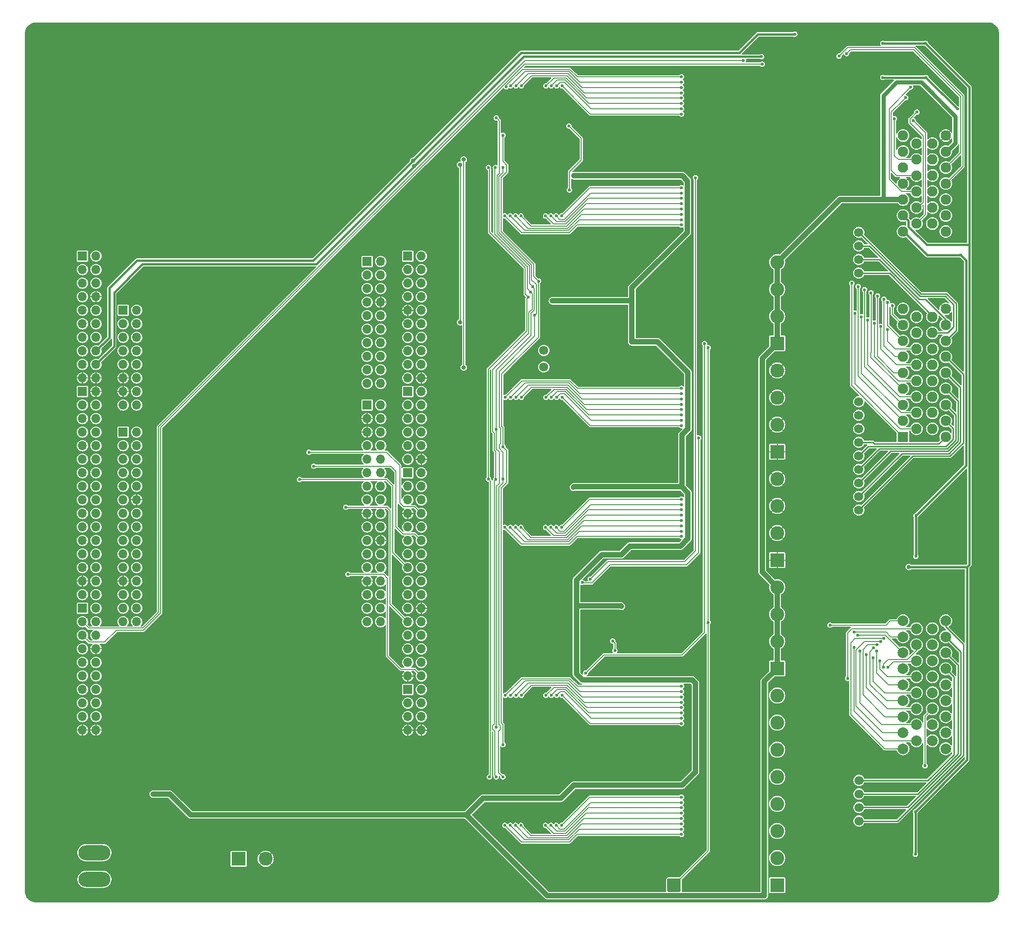
<source format=gbl>
G04 #@! TF.GenerationSoftware,KiCad,Pcbnew,8.0.6-8.0.6-0~ubuntu22.04.1*
G04 #@! TF.CreationDate,2024-11-10T00:48:04+00:00*
G04 #@! TF.ProjectId,digital_inputs,64696769-7461-46c5-9f69-6e707574732e,D*
G04 #@! TF.SameCoordinates,PX791ddc0PYca2dd00*
G04 #@! TF.FileFunction,Copper,L2,Bot*
G04 #@! TF.FilePolarity,Positive*
%FSLAX46Y46*%
G04 Gerber Fmt 4.6, Leading zero omitted, Abs format (unit mm)*
G04 Created by KiCad (PCBNEW 8.0.6-8.0.6-0~ubuntu22.04.1) date 2024-11-10 00:48:04*
%MOMM*%
%LPD*%
G01*
G04 APERTURE LIST*
G04 #@! TA.AperFunction,ComponentPad*
%ADD10C,0.800000*%
G04 #@! TD*
G04 #@! TA.AperFunction,ComponentPad*
%ADD11C,6.400000*%
G04 #@! TD*
G04 #@! TA.AperFunction,ComponentPad*
%ADD12R,1.950000X1.950000*%
G04 #@! TD*
G04 #@! TA.AperFunction,ComponentPad*
%ADD13C,1.950000*%
G04 #@! TD*
G04 #@! TA.AperFunction,ComponentPad*
%ADD14R,1.700000X1.700000*%
G04 #@! TD*
G04 #@! TA.AperFunction,ComponentPad*
%ADD15O,1.700000X1.700000*%
G04 #@! TD*
G04 #@! TA.AperFunction,ComponentPad*
%ADD16R,2.600000X2.600000*%
G04 #@! TD*
G04 #@! TA.AperFunction,ComponentPad*
%ADD17C,2.600000*%
G04 #@! TD*
G04 #@! TA.AperFunction,ComponentPad*
%ADD18C,1.700000*%
G04 #@! TD*
G04 #@! TA.AperFunction,ComponentPad*
%ADD19O,6.000000X2.800000*%
G04 #@! TD*
G04 #@! TA.AperFunction,ComponentPad*
%ADD20C,2.000000*%
G04 #@! TD*
G04 #@! TA.AperFunction,ViaPad*
%ADD21C,0.600000*%
G04 #@! TD*
G04 #@! TA.AperFunction,ViaPad*
%ADD22C,0.800000*%
G04 #@! TD*
G04 #@! TA.AperFunction,Conductor*
%ADD23C,1.000000*%
G04 #@! TD*
G04 #@! TA.AperFunction,Conductor*
%ADD24C,0.800000*%
G04 #@! TD*
G04 #@! TA.AperFunction,Conductor*
%ADD25C,0.200000*%
G04 #@! TD*
G04 #@! TA.AperFunction,Conductor*
%ADD26C,0.400000*%
G04 #@! TD*
G04 #@! TA.AperFunction,Conductor*
%ADD27C,0.250000*%
G04 #@! TD*
G04 APERTURE END LIST*
D10*
G04 #@! TO.P,J12,1,Pin_1*
G04 #@! TO.N,GND*
X78600000Y3500000D03*
X79302944Y5197056D03*
X79302944Y1802944D03*
X81000000Y5900000D03*
D11*
X81000000Y3500000D03*
D10*
X81000000Y1100000D03*
X82697056Y5197056D03*
X82697056Y1802944D03*
X83400000Y3500000D03*
G04 #@! TD*
D12*
G04 #@! TO.P,J19,1,1A*
G04 #@! TO.N,/TST1*
X164500000Y87300000D03*
D13*
G04 #@! TO.P,J19,2,2A*
G04 #@! TO.N,/TST2*
X164500000Y90300000D03*
G04 #@! TO.P,J19,3,3A*
G04 #@! TO.N,/TST3*
X164500000Y93300000D03*
G04 #@! TO.P,J19,4,4A*
G04 #@! TO.N,/TST4*
X164500000Y96300000D03*
G04 #@! TO.P,J19,5,5A*
G04 #@! TO.N,/TST5*
X164500000Y99300000D03*
G04 #@! TO.P,J19,6,6A*
G04 #@! TO.N,/TST6*
X164500000Y102300000D03*
G04 #@! TO.P,J19,7,7A*
G04 #@! TO.N,/TST7*
X164500000Y105300000D03*
G04 #@! TO.P,J19,8,8A*
G04 #@! TO.N,/TST8*
X164500000Y108300000D03*
G04 #@! TO.P,J19,9,9A*
G04 #@! TO.N,/TST9*
X164500000Y111300000D03*
G04 #@! TO.P,J19,10,10A*
G04 #@! TO.N,/TST10*
X167000000Y88800000D03*
G04 #@! TO.P,J19,11,11A*
G04 #@! TO.N,/TST11*
X167000000Y91800000D03*
G04 #@! TO.P,J19,12,12A*
G04 #@! TO.N,/TST12*
X167000000Y94800000D03*
G04 #@! TO.P,J19,13,13A*
G04 #@! TO.N,/TST13*
X167000000Y97800000D03*
G04 #@! TO.P,J19,14,14A*
G04 #@! TO.N,/TST14*
X167000000Y100800000D03*
G04 #@! TO.P,J19,15,15A*
G04 #@! TO.N,/TST15*
X167000000Y103800000D03*
G04 #@! TO.P,J19,16,16A*
G04 #@! TO.N,/TST16*
X167000000Y106800000D03*
G04 #@! TO.P,J19,17,17A*
G04 #@! TO.N,/TST17*
X167000000Y109800000D03*
G04 #@! TO.P,J19,18,18A*
G04 #@! TO.N,/TST18*
X170000000Y88800000D03*
G04 #@! TO.P,J19,19,19A*
G04 #@! TO.N,/TST19*
X170000000Y91800000D03*
G04 #@! TO.P,J19,20,20A*
G04 #@! TO.N,/TST20*
X170000000Y94800000D03*
G04 #@! TO.P,J19,21,21A*
G04 #@! TO.N,Net-(J19A-21A)*
X170000000Y97800000D03*
G04 #@! TO.P,J19,22,22A*
G04 #@! TO.N,Net-(J19A-22A)*
X170000000Y100800000D03*
G04 #@! TO.P,J19,23,23A*
G04 #@! TO.N,Net-(J19A-23A)*
X170000000Y103800000D03*
G04 #@! TO.P,J19,24,24A*
G04 #@! TO.N,Net-(J19A-24A)*
X170000000Y106800000D03*
G04 #@! TO.P,J19,25,25A*
G04 #@! TO.N,Net-(J19A-25A)*
X170000000Y109800000D03*
G04 #@! TO.P,J19,26,26A*
G04 #@! TO.N,Net-(J19A-26A)*
X172500000Y87300000D03*
G04 #@! TO.P,J19,27,27A*
G04 #@! TO.N,Net-(J19A-27A)*
X172500000Y90300000D03*
G04 #@! TO.P,J19,28,28A*
G04 #@! TO.N,Net-(J19A-28A)*
X172500000Y93300000D03*
G04 #@! TO.P,J19,29,29A*
G04 #@! TO.N,Net-(J19A-29A)*
X172500000Y96300000D03*
G04 #@! TO.P,J19,30,30A*
G04 #@! TO.N,Net-(J19A-30A)*
X172500000Y99300000D03*
G04 #@! TO.P,J19,31,31A*
G04 #@! TO.N,Net-(J19A-31A)*
X172500000Y102300000D03*
G04 #@! TO.P,J19,32,32A*
G04 #@! TO.N,Net-(J19A-32A)*
X172500000Y105300000D03*
G04 #@! TO.P,J19,33,33A*
G04 #@! TO.N,Net-(J19A-33A)*
X172500000Y108300000D03*
G04 #@! TO.P,J19,34,34A*
G04 #@! TO.N,GND*
X172500000Y111300000D03*
G04 #@! TO.P,J19,35,1B*
G04 #@! TO.N,/5V_1*
X164500000Y125800000D03*
G04 #@! TO.P,J19,36,2B*
G04 #@! TO.N,/5V_2*
X164500000Y128800000D03*
G04 #@! TO.P,J19,37,3B*
G04 #@! TO.N,+12V*
X164500000Y131800000D03*
G04 #@! TO.P,J19,38,4B*
G04 #@! TO.N,GND*
X164500000Y134800000D03*
G04 #@! TO.P,J19,39,5B*
G04 #@! TO.N,Net-(J19B-5B)*
X164500000Y137800000D03*
G04 #@! TO.P,J19,40,6B*
G04 #@! TO.N,Net-(J19B-6B)*
X164500000Y140800000D03*
G04 #@! TO.P,J19,41,7B*
G04 #@! TO.N,/REF1*
X164500000Y143800000D03*
G04 #@! TO.P,J19,42,8B*
G04 #@! TO.N,/REF2*
X167000000Y127300000D03*
G04 #@! TO.P,J19,43,9B*
G04 #@! TO.N,/REF3*
X167000000Y130300000D03*
G04 #@! TO.P,J19,44,10B*
G04 #@! TO.N,/REF4*
X167000000Y133300000D03*
G04 #@! TO.P,J19,45,11B*
G04 #@! TO.N,/REF5*
X167000000Y136300000D03*
G04 #@! TO.P,J19,46,12B*
G04 #@! TO.N,/REF6*
X167000000Y139300000D03*
G04 #@! TO.P,J19,47,13B*
G04 #@! TO.N,/REF7*
X167000000Y142300000D03*
G04 #@! TO.P,J19,48,14B*
G04 #@! TO.N,/REF8*
X170000000Y127300000D03*
G04 #@! TO.P,J19,49,15B*
G04 #@! TO.N,/OUT_DIG_0*
X170000000Y130300000D03*
G04 #@! TO.P,J19,50,16B*
G04 #@! TO.N,/OUT_DIG_1*
X170000000Y133300000D03*
G04 #@! TO.P,J19,51,17B*
G04 #@! TO.N,/OUT_DIG_2*
X170000000Y136300000D03*
G04 #@! TO.P,J19,52,18B*
G04 #@! TO.N,/OUT_DIG_3*
X170000000Y139300000D03*
G04 #@! TO.P,J19,53,19B*
G04 #@! TO.N,/OUT_DIG_4*
X170000000Y142300000D03*
G04 #@! TO.P,J19,54,20B*
G04 #@! TO.N,/OUT_DIG_5*
X172500000Y125800000D03*
G04 #@! TO.P,J19,55,21B*
G04 #@! TO.N,/OUT_DIG_6*
X172500000Y128800000D03*
G04 #@! TO.P,J19,56,22B*
G04 #@! TO.N,/OUT_DIG_7*
X172500000Y131800000D03*
G04 #@! TO.P,J19,57,23B*
G04 #@! TO.N,/CAN_L*
X172500000Y134800000D03*
G04 #@! TO.P,J19,58,24B*
G04 #@! TO.N,/CAN_H*
X172500000Y137800000D03*
G04 #@! TO.P,J19,59,25B*
G04 #@! TO.N,+12V*
X172500000Y140800000D03*
G04 #@! TO.P,J19,60,26B*
G04 #@! TO.N,GND*
X172500000Y143800000D03*
G04 #@! TD*
D14*
G04 #@! TO.P,J23,1,D16/I2S_A_MCK*
G04 #@! TO.N,unconnected-(J23-D16{slash}I2S_A_MCK-Pad1)*
X64090000Y120184000D03*
D15*
G04 #@! TO.P,J23,2,D15/I2C_A_SCL*
G04 #@! TO.N,unconnected-(J23-D15{slash}I2C_A_SCL-Pad2)*
X66630000Y120184000D03*
G04 #@! TO.P,J23,3,D17/I2S_A_SD*
G04 #@! TO.N,unconnected-(J23-D17{slash}I2S_A_SD-Pad3)*
X64090000Y117644000D03*
G04 #@! TO.P,J23,4,D14/I2C_A_SDA*
G04 #@! TO.N,unconnected-(J23-D14{slash}I2C_A_SDA-Pad4)*
X66630000Y117644000D03*
G04 #@! TO.P,J23,5,D18/I2S_A_CK*
G04 #@! TO.N,unconnected-(J23-D18{slash}I2S_A_CK-Pad5)*
X64090000Y115104000D03*
G04 #@! TO.P,J23,6,AREF*
G04 #@! TO.N,unconnected-(J23-AREF-Pad6)*
X66630000Y115104000D03*
G04 #@! TO.P,J23,7,D19/I2S_A_WS*
G04 #@! TO.N,unconnected-(J23-D19{slash}I2S_A_WS-Pad7)*
X64090000Y112564000D03*
G04 #@! TO.P,J23,8,GND*
G04 #@! TO.N,GND*
X66630000Y112564000D03*
G04 #@! TO.P,J23,9,D20/I2S_B_WS*
G04 #@! TO.N,unconnected-(J23-D20{slash}I2S_B_WS-Pad9)*
X64090000Y110024000D03*
G04 #@! TO.P,J23,10,D13/SPI_A_SCK*
G04 #@! TO.N,unconnected-(J23-D13{slash}SPI_A_SCK-Pad10)*
X66630000Y110024000D03*
G04 #@! TO.P,J23,11,D21/I2S_B_MCK*
G04 #@! TO.N,unconnected-(J23-D21{slash}I2S_B_MCK-Pad11)*
X64090000Y107484000D03*
G04 #@! TO.P,J23,12,D12/SPI_A_MISO*
G04 #@! TO.N,unconnected-(J23-D12{slash}SPI_A_MISO-Pad12)*
X66630000Y107484000D03*
G04 #@! TO.P,J23,13,D22/I2S_B_SD/SPI_B_MOSI*
G04 #@! TO.N,unconnected-(J23-D22{slash}I2S_B_SD{slash}SPI_B_MOSI-Pad13)*
X64090000Y104944000D03*
G04 #@! TO.P,J23,14,D11/SPI_A_MOSI/TIM_E_PWM1*
G04 #@! TO.N,unconnected-(J23-D11{slash}SPI_A_MOSI{slash}TIM_E_PWM1-Pad14)*
X66630000Y104944000D03*
G04 #@! TO.P,J23,15,D23/I2S_B_CK/SPI_B_SCK*
G04 #@! TO.N,unconnected-(J23-D23{slash}I2S_B_CK{slash}SPI_B_SCK-Pad15)*
X64090000Y102404000D03*
G04 #@! TO.P,J23,16,D10/SPI_A_CS/TIM_B_PWM3*
G04 #@! TO.N,unconnected-(J23-D10{slash}SPI_A_CS{slash}TIM_B_PWM3-Pad16)*
X66630000Y102404000D03*
G04 #@! TO.P,J23,17,D24/SPI_B_NSS*
G04 #@! TO.N,unconnected-(J23-D24{slash}SPI_B_NSS-Pad17)*
X64090000Y99864000D03*
G04 #@! TO.P,J23,18,D9/TIMER_B_PWM2*
G04 #@! TO.N,unconnected-(J23-D9{slash}TIMER_B_PWM2-Pad18)*
X66630000Y99864000D03*
G04 #@! TO.P,J23,19,D25/SPI_B_MISO*
G04 #@! TO.N,unconnected-(J23-D25{slash}SPI_B_MISO-Pad19)*
X64090000Y97324000D03*
G04 #@! TO.P,J23,20,D8/IO*
G04 #@! TO.N,unconnected-(J23-D8{slash}IO-Pad20)*
X66630000Y97324000D03*
G04 #@! TD*
D16*
G04 #@! TO.P,J6,1,Pin_1*
G04 #@! TO.N,GND*
X140925000Y64180000D03*
D17*
G04 #@! TO.P,J6,2,Pin_2*
X140925000Y69260000D03*
G04 #@! TO.P,J6,3,Pin_3*
X140925000Y74340000D03*
G04 #@! TO.P,J6,4,Pin_4*
X140925000Y79420000D03*
G04 #@! TD*
D18*
G04 #@! TO.P,P19,1,Pin_1*
G04 #@! TO.N,/CAN2_L*
X97200000Y100400000D03*
G04 #@! TD*
D19*
G04 #@! TO.P,CB1,1*
G04 #@! TO.N,Net-(CB1-Pad1)*
X13000000Y4300000D03*
G04 #@! TO.P,CB1,2*
G04 #@! TO.N,+12V*
X13000000Y9300000D03*
G04 #@! TD*
D16*
G04 #@! TO.P,J5,1,Pin_1*
G04 #@! TO.N,Net-(J5-Pin_1)*
X40005000Y8165000D03*
D17*
G04 #@! TO.P,J5,2,Pin_2*
G04 #@! TO.N,GND*
X45085000Y8165000D03*
G04 #@! TD*
D18*
G04 #@! TO.P,P12,1,Pin_1*
G04 #@! TO.N,Net-(J19A-32A)*
X156210000Y125640000D03*
G04 #@! TD*
G04 #@! TO.P,P18,1,Pin_1*
G04 #@! TO.N,/CAN2_H*
X97200000Y103500000D03*
G04 #@! TD*
G04 #@! TO.P,P2,1,Pin_1*
G04 #@! TO.N,Net-(J19A-22A)*
X156210000Y91350000D03*
G04 #@! TD*
D14*
G04 #@! TO.P,J22,1,A0/ADC123_IN3*
G04 #@! TO.N,unconnected-(J22-A0{slash}ADC123_IN3-Pad1)*
X18370000Y88180000D03*
D15*
G04 #@! TO.P,J22,2,D51/USART_B_SCLK*
G04 #@! TO.N,unconnected-(J22-D51{slash}USART_B_SCLK-Pad2)*
X20910000Y88180000D03*
G04 #@! TO.P,J22,3,A1/ADC123_IN10*
G04 #@! TO.N,unconnected-(J22-A1{slash}ADC123_IN10-Pad3)*
X18370000Y85640000D03*
G04 #@! TO.P,J22,4,D52/USART_B_RX*
G04 #@! TO.N,unconnected-(J22-D52{slash}USART_B_RX-Pad4)*
X20910000Y85640000D03*
G04 #@! TO.P,J22,5,A2/ADC123_IN13*
G04 #@! TO.N,unconnected-(J22-A2{slash}ADC123_IN13-Pad5)*
X18370000Y83100000D03*
G04 #@! TO.P,J22,6,D53/USART_B_TX*
G04 #@! TO.N,unconnected-(J22-D53{slash}USART_B_TX-Pad6)*
X20910000Y83100000D03*
G04 #@! TO.P,J22,7,A3/ADC3_IN9*
G04 #@! TO.N,unconnected-(J22-A3{slash}ADC3_IN9-Pad7)*
X18370000Y80560000D03*
G04 #@! TO.P,J22,8,D54/USART_B_RTS*
G04 #@! TO.N,unconnected-(J22-D54{slash}USART_B_RTS-Pad8)*
X20910000Y80560000D03*
G04 #@! TO.P,J22,9,A4/ADC3_IN15/I2C1_SDA*
G04 #@! TO.N,unconnected-(J22-A4{slash}ADC3_IN15{slash}I2C1_SDA-Pad9)*
X18370000Y78020000D03*
G04 #@! TO.P,J22,10,D55/USART_B_CTS*
G04 #@! TO.N,unconnected-(J22-D55{slash}USART_B_CTS-Pad10)*
X20910000Y78020000D03*
G04 #@! TO.P,J22,11,A5/ADC3_IN8/I2C1_SCL*
G04 #@! TO.N,unconnected-(J22-A5{slash}ADC3_IN8{slash}I2C1_SCL-Pad11)*
X18370000Y75480000D03*
G04 #@! TO.P,J22,12,GND*
G04 #@! TO.N,GND*
X20910000Y75480000D03*
G04 #@! TO.P,J22,13,D72/NC*
G04 #@! TO.N,unconnected-(J22-D72{slash}NC-Pad13)*
X18370000Y72940000D03*
G04 #@! TO.P,J22,14,D56/SAI_A_MCLK*
G04 #@! TO.N,unconnected-(J22-D56{slash}SAI_A_MCLK-Pad14)*
X20910000Y72940000D03*
G04 #@! TO.P,J22,15,D71/IO*
G04 #@! TO.N,unconnected-(J22-D71{slash}IO-Pad15)*
X18370000Y70400000D03*
G04 #@! TO.P,J22,16,D57/SAI_A_FS*
G04 #@! TO.N,unconnected-(J22-D57{slash}SAI_A_FS-Pad16)*
X20910000Y70400000D03*
G04 #@! TO.P,J22,17,D70/I2C_B_SMBA*
G04 #@! TO.N,unconnected-(J22-D70{slash}I2C_B_SMBA-Pad17)*
X18370000Y67860000D03*
G04 #@! TO.P,J22,18,D58/SAI_A_SCK*
G04 #@! TO.N,unconnected-(J22-D58{slash}SAI_A_SCK-Pad18)*
X20910000Y67860000D03*
G04 #@! TO.P,J22,19,D69/I2C_B_SCL*
G04 #@! TO.N,unconnected-(J22-D69{slash}I2C_B_SCL-Pad19)*
X18370000Y65320000D03*
G04 #@! TO.P,J22,20,D59/SAI_A_SD*
G04 #@! TO.N,unconnected-(J22-D59{slash}SAI_A_SD-Pad20)*
X20910000Y65320000D03*
G04 #@! TO.P,J22,21,D68/I2C_B_SDA*
G04 #@! TO.N,unconnected-(J22-D68{slash}I2C_B_SDA-Pad21)*
X18370000Y62780000D03*
G04 #@! TO.P,J22,22,D60/SAI_B_SD*
G04 #@! TO.N,unconnected-(J22-D60{slash}SAI_B_SD-Pad22)*
X20910000Y62780000D03*
G04 #@! TO.P,J22,23,GND*
G04 #@! TO.N,GND*
X18370000Y60240000D03*
G04 #@! TO.P,J22,24,D61/SAI_B_SCK*
G04 #@! TO.N,unconnected-(J22-D61{slash}SAI_B_SCK-Pad24)*
X20910000Y60240000D03*
G04 #@! TO.P,J22,25,D67/CAN_RX*
G04 #@! TO.N,unconnected-(J22-D67{slash}CAN_RX-Pad25)*
X18370000Y57700000D03*
G04 #@! TO.P,J22,26,D62/SAI_B_MCLK*
G04 #@! TO.N,unconnected-(J22-D62{slash}SAI_B_MCLK-Pad26)*
X20910000Y57700000D03*
G04 #@! TO.P,J22,27,D66/CAN_TX*
G04 #@! TO.N,unconnected-(J22-D66{slash}CAN_TX-Pad27)*
X18370000Y55160000D03*
G04 #@! TO.P,J22,28,D63/SAI_B_FS*
G04 #@! TO.N,unconnected-(J22-D63{slash}SAI_B_FS-Pad28)*
X20910000Y55160000D03*
G04 #@! TO.P,J22,29,Pin_29*
G04 #@! TO.N,unconnected-(J22-Pin_29-Pad29)*
X18370000Y52620000D03*
G04 #@! TO.P,J22,30,D64/IO*
G04 #@! TO.N,unconnected-(J22-D64{slash}IO-Pad30)*
X20910000Y52620000D03*
G04 #@! TD*
D18*
G04 #@! TO.P,P8,1,Pin_1*
G04 #@! TO.N,Net-(J19A-28A)*
X156210000Y81190000D03*
G04 #@! TD*
G04 #@! TO.P,P10,1,Pin_1*
G04 #@! TO.N,Net-(J19A-30A)*
X156210000Y76110000D03*
G04 #@! TD*
D14*
G04 #@! TO.P,J27,1,PA10*
G04 #@! TO.N,unconnected-(J27-PA10-Pad1)*
X71710000Y80540000D03*
D15*
G04 #@! TO.P,J27,2,PC4*
G04 #@! TO.N,/OUT3*
X74250000Y80540000D03*
G04 #@! TO.P,J27,3,PA2*
G04 #@! TO.N,unconnected-(J27-PA2-Pad3)*
X71710000Y78000000D03*
G04 #@! TO.P,J27,4,PF5*
G04 #@! TO.N,/IN1*
X74250000Y78000000D03*
G04 #@! TO.P,J27,5,PA3*
G04 #@! TO.N,unconnected-(J27-PA3-Pad5)*
X71710000Y75460000D03*
G04 #@! TO.P,J27,6,PF4*
G04 #@! TO.N,/IN0*
X74250000Y75460000D03*
G04 #@! TO.P,J27,7,GND*
G04 #@! TO.N,GND*
X71710000Y72920000D03*
G04 #@! TO.P,J27,8,PE8*
G04 #@! TO.N,/DIG_2*
X74250000Y72920000D03*
G04 #@! TO.P,J27,9,PD13*
G04 #@! TO.N,unconnected-(J27-PD13-Pad9)*
X71710000Y70380000D03*
G04 #@! TO.P,J27,10,PF10*
G04 #@! TO.N,/IN3*
X74250000Y70380000D03*
G04 #@! TO.P,J27,11,PD12*
G04 #@! TO.N,unconnected-(J27-PD12-Pad11)*
X71710000Y67840000D03*
G04 #@! TO.P,J27,12,PE7*
G04 #@! TO.N,/DIG_1*
X74250000Y67840000D03*
G04 #@! TO.P,J27,13,PD11*
G04 #@! TO.N,unconnected-(J27-PD11-Pad13)*
X71710000Y65300000D03*
G04 #@! TO.P,J27,14,PD14*
G04 #@! TO.N,unconnected-(J27-PD14-Pad14)*
X74250000Y65300000D03*
G04 #@! TO.P,J27,15,PE10*
G04 #@! TO.N,/DIG_4*
X71710000Y62760000D03*
G04 #@! TO.P,J27,16,PD15*
G04 #@! TO.N,unconnected-(J27-PD15-Pad16)*
X74250000Y62760000D03*
G04 #@! TO.P,J27,17,PE12*
G04 #@! TO.N,/DIG_6*
X71710000Y60220000D03*
G04 #@! TO.P,J27,18,PF14*
G04 #@! TO.N,unconnected-(J27-PF14-Pad18)*
X74250000Y60220000D03*
G04 #@! TO.P,J27,19,PE14*
G04 #@! TO.N,unconnected-(J27-PE14-Pad19)*
X71710000Y57680000D03*
G04 #@! TO.P,J27,20,PE9*
G04 #@! TO.N,/DIG_3*
X74250000Y57680000D03*
G04 #@! TO.P,J27,21,PE15*
G04 #@! TO.N,unconnected-(J27-PE15-Pad21)*
X71710000Y55140000D03*
G04 #@! TO.P,J27,22,GND*
G04 #@! TO.N,GND*
X74250000Y55140000D03*
G04 #@! TO.P,J27,23,PE13*
G04 #@! TO.N,/DIG_7*
X71710000Y52600000D03*
G04 #@! TO.P,J27,24,PE11*
G04 #@! TO.N,/DIG_5*
X74250000Y52600000D03*
G04 #@! TO.P,J27,25,PF13*
G04 #@! TO.N,unconnected-(J27-PF13-Pad25)*
X71710000Y50060000D03*
G04 #@! TO.P,J27,26,PF3*
G04 #@! TO.N,/IN2*
X74250000Y50060000D03*
G04 #@! TO.P,J27,27,PF12*
G04 #@! TO.N,unconnected-(J27-PF12-Pad27)*
X71710000Y47520000D03*
G04 #@! TO.P,J27,28,PF15*
G04 #@! TO.N,unconnected-(J27-PF15-Pad28)*
X74250000Y47520000D03*
G04 #@! TO.P,J27,29,PG14*
G04 #@! TO.N,unconnected-(J27-PG14-Pad29)*
X71710000Y44980000D03*
G04 #@! TO.P,J27,30,PF11*
G04 #@! TO.N,unconnected-(J27-PF11-Pad30)*
X74250000Y44980000D03*
G04 #@! TO.P,J27,31,GND*
G04 #@! TO.N,GND*
X71710000Y42440000D03*
G04 #@! TO.P,J27,32,PE0*
G04 #@! TO.N,/DIG_0*
X74250000Y42440000D03*
G04 #@! TD*
D10*
G04 #@! TO.P,J10,1,Pin_1*
G04 #@! TO.N,GND*
X79100000Y82500000D03*
X79802944Y84197056D03*
X79802944Y80802944D03*
X81500000Y84900000D03*
D11*
X81500000Y82500000D03*
D10*
X81500000Y80100000D03*
X83197056Y84197056D03*
X83197056Y80802944D03*
X83900000Y82500000D03*
G04 #@! TD*
D14*
G04 #@! TO.P,J21,1,NC*
G04 #@! TO.N,unconnected-(J21-NC-Pad1)*
X18370000Y111040000D03*
D15*
G04 #@! TO.P,J21,2,D43/SDMMC_D0*
G04 #@! TO.N,unconnected-(J21-D43{slash}SDMMC_D0-Pad2)*
X20910000Y111040000D03*
G04 #@! TO.P,J21,3,IOREF_CN8*
G04 #@! TO.N,unconnected-(J21-IOREF_CN8-Pad3)*
X18370000Y108500000D03*
G04 #@! TO.P,J21,4,D44/SDMMC_D1/I2S_A*
G04 #@! TO.N,unconnected-(J21-D44{slash}SDMMC_D1{slash}I2S_A-Pad4)*
X20910000Y108500000D03*
G04 #@! TO.P,J21,5,RESET*
G04 #@! TO.N,unconnected-(J21-RESET-Pad5)*
X18370000Y105960000D03*
G04 #@! TO.P,J21,6,D45/SDMMC_D2*
G04 #@! TO.N,unconnected-(J21-D45{slash}SDMMC_D2-Pad6)*
X20910000Y105960000D03*
G04 #@! TO.P,J21,7,+3V3*
G04 #@! TO.N,unconnected-(J21-+3V3-Pad7)*
X18370000Y103420000D03*
G04 #@! TO.P,J21,8,D46/SDMMC_D3*
G04 #@! TO.N,unconnected-(J21-D46{slash}SDMMC_D3-Pad8)*
X20910000Y103420000D03*
G04 #@! TO.P,J21,9,+5V*
G04 #@! TO.N,unconnected-(J21-+5V-Pad9)*
X18370000Y100880000D03*
G04 #@! TO.P,J21,10,D47/SDMMC_CK*
G04 #@! TO.N,unconnected-(J21-D47{slash}SDMMC_CK-Pad10)*
X20910000Y100880000D03*
G04 #@! TO.P,J21,11,GND*
G04 #@! TO.N,GND*
X18370000Y98340000D03*
G04 #@! TO.P,J21,12,D48/SDMMC_CMD*
G04 #@! TO.N,unconnected-(J21-D48{slash}SDMMC_CMD-Pad12)*
X20910000Y98340000D03*
G04 #@! TO.P,J21,13,GND*
G04 #@! TO.N,GND*
X18370000Y95800000D03*
G04 #@! TO.P,J21,14,D49/IO*
G04 #@! TO.N,unconnected-(J21-D49{slash}IO-Pad14)*
X20910000Y95800000D03*
G04 #@! TO.P,J21,15,VIN*
G04 #@! TO.N,unconnected-(J21-VIN-Pad15)*
X18370000Y93260000D03*
G04 #@! TO.P,J21,16,D50/IO*
G04 #@! TO.N,unconnected-(J21-D50{slash}IO-Pad16)*
X20910000Y93260000D03*
G04 #@! TD*
D16*
G04 #@! TO.P,J7,1,Pin_1*
G04 #@! TO.N,GND*
X140925000Y84500000D03*
D17*
G04 #@! TO.P,J7,2,Pin_2*
X140925000Y89580000D03*
G04 #@! TO.P,J7,3,Pin_3*
X140925000Y94660000D03*
G04 #@! TO.P,J7,4,Pin_4*
X140925000Y99740000D03*
G04 #@! TD*
D16*
G04 #@! TO.P,J8,1,Pin_1*
G04 #@! TO.N,+12V*
X140925000Y104820000D03*
D17*
G04 #@! TO.P,J8,2,Pin_2*
X140925000Y109900000D03*
G04 #@! TO.P,J8,3,Pin_3*
X140925000Y114980000D03*
G04 #@! TO.P,J8,4,Pin_4*
X140925000Y120060000D03*
G04 #@! TD*
D16*
G04 #@! TO.P,J3,1,Pin_1*
G04 #@! TO.N,/TST48*
X140925000Y3220000D03*
D17*
G04 #@! TO.P,J3,2,Pin_2*
G04 #@! TO.N,/TST47*
X140925000Y8300000D03*
G04 #@! TO.P,J3,3,Pin_3*
G04 #@! TO.N,/TST46*
X140925000Y13380000D03*
G04 #@! TO.P,J3,4,Pin_4*
G04 #@! TO.N,/TST45*
X140925000Y18460000D03*
G04 #@! TO.P,J3,5,Pin_5*
G04 #@! TO.N,/TST44*
X140925000Y23540000D03*
G04 #@! TO.P,J3,6,Pin_6*
G04 #@! TO.N,/TST43*
X140925000Y28620000D03*
G04 #@! TO.P,J3,7,Pin_7*
G04 #@! TO.N,/TST42*
X140925000Y33700000D03*
G04 #@! TO.P,J3,8,Pin_8*
G04 #@! TO.N,/TST41*
X140925000Y38780000D03*
G04 #@! TD*
D10*
G04 #@! TO.P,J16,1,Pin_1*
G04 #@! TO.N,GND*
X176514214Y3500000D03*
X177217158Y5197056D03*
X177217158Y1802944D03*
X178914214Y5900000D03*
D11*
X178914214Y3500000D03*
D10*
X178914214Y1100000D03*
X180611270Y5197056D03*
X180611270Y1802944D03*
X181314214Y3500000D03*
G04 #@! TD*
D18*
G04 #@! TO.P,P13,1,Pin_1*
G04 #@! TO.N,Net-(J19A-33A)*
X156210000Y120560000D03*
G04 #@! TD*
G04 #@! TO.P,P11,1,Pin_1*
G04 #@! TO.N,Net-(J19A-31A)*
X156210000Y73570000D03*
G04 #@! TD*
D10*
G04 #@! TO.P,J11,1,Pin_1*
G04 #@! TO.N,GND*
X176514214Y161500000D03*
X177217158Y163197056D03*
X177217158Y159802944D03*
X178914214Y163900000D03*
D11*
X178914214Y161500000D03*
D10*
X178914214Y159100000D03*
X180611270Y163197056D03*
X180611270Y159802944D03*
X181314214Y161500000D03*
G04 #@! TD*
D18*
G04 #@! TO.P,P9,1,Pin_1*
G04 #@! TO.N,Net-(J19A-29A)*
X156210000Y78650000D03*
G04 #@! TD*
D14*
G04 #@! TO.P,J29,1,PF0*
G04 #@! TO.N,unconnected-(J29-PF0-Pad1)*
X10750000Y55160000D03*
D15*
G04 #@! TO.P,J29,2,PF8*
G04 #@! TO.N,unconnected-(J29-PF8-Pad2)*
X13290000Y55160000D03*
G04 #@! TO.P,J29,3,PD1*
G04 #@! TO.N,/CAN_TX*
X10750000Y52620000D03*
G04 #@! TO.P,J29,4,PF9*
G04 #@! TO.N,unconnected-(J29-PF9-Pad4)*
X13290000Y52620000D03*
G04 #@! TO.P,J29,5,PD0*
G04 #@! TO.N,/CAN_RX*
X10750000Y50080000D03*
G04 #@! TO.P,J29,6,PG1*
G04 #@! TO.N,unconnected-(J29-PG1-Pad6)*
X13290000Y50080000D03*
G04 #@! TO.P,J29,7,PG0*
G04 #@! TO.N,unconnected-(J29-PG0-Pad7)*
X10750000Y47540000D03*
G04 #@! TO.P,J29,8,GND*
G04 #@! TO.N,GND*
X13290000Y47540000D03*
G04 #@! TO.P,J29,9,PE1*
G04 #@! TO.N,unconnected-(J29-PE1-Pad9)*
X10750000Y45000000D03*
G04 #@! TO.P,J29,10,PE6*
G04 #@! TO.N,unconnected-(J29-PE6-Pad10)*
X13290000Y45000000D03*
G04 #@! TO.P,J29,11,PG9*
G04 #@! TO.N,unconnected-(J29-PG9-Pad11)*
X10750000Y42460000D03*
G04 #@! TO.P,J29,12,PG15*
G04 #@! TO.N,unconnected-(J29-PG15-Pad12)*
X13290000Y42460000D03*
G04 #@! TO.P,J29,13,PG12*
G04 #@! TO.N,unconnected-(J29-PG12-Pad13)*
X10750000Y39920000D03*
G04 #@! TO.P,J29,14,PG10*
G04 #@! TO.N,unconnected-(J29-PG10-Pad14)*
X13290000Y39920000D03*
G04 #@! TO.P,J29,15,NC*
G04 #@! TO.N,unconnected-(J29-NC-Pad15)*
X10750000Y37380000D03*
G04 #@! TO.P,J29,16,PG13*
G04 #@! TO.N,unconnected-(J29-PG13-Pad16)*
X13290000Y37380000D03*
G04 #@! TO.P,J29,17,PD9*
G04 #@! TO.N,unconnected-(J29-PD9-Pad17)*
X10750000Y34840000D03*
G04 #@! TO.P,J29,18,PG11*
G04 #@! TO.N,unconnected-(J29-PG11-Pad18)*
X13290000Y34840000D03*
G04 #@! TO.P,J29,19,GND*
G04 #@! TO.N,GND*
X10750000Y32300000D03*
G04 #@! TO.P,J29,20,GND*
X13290000Y32300000D03*
G04 #@! TD*
D18*
G04 #@! TO.P,P1,1,Pin_1*
G04 #@! TO.N,Net-(J19A-21A)*
X156210000Y88810000D03*
G04 #@! TD*
G04 #@! TO.P,P15,1,Pin_1*
G04 #@! TO.N,Net-(J1-32A)*
X156250000Y20320000D03*
G04 #@! TD*
D10*
G04 #@! TO.P,J13,1,Pin_1*
G04 #@! TO.N,GND*
X1100000Y161500000D03*
X1802944Y163197056D03*
X1802944Y159802944D03*
X3500000Y163900000D03*
D11*
X3500000Y161500000D03*
D10*
X3500000Y159100000D03*
X5197056Y163197056D03*
X5197056Y159802944D03*
X5900000Y161500000D03*
G04 #@! TD*
D18*
G04 #@! TO.P,P3,1,Pin_1*
G04 #@! TO.N,Net-(J19A-23A)*
X156210000Y93890000D03*
G04 #@! TD*
G04 #@! TO.P,P16,1,Pin_1*
G04 #@! TO.N,Net-(J1-33A)*
X156250000Y17780000D03*
G04 #@! TD*
D10*
G04 #@! TO.P,J14,1,Pin_1*
G04 #@! TO.N,GND*
X79100000Y161500000D03*
X79802944Y163197056D03*
X79802944Y159802944D03*
X81500000Y163900000D03*
D11*
X81500000Y161500000D03*
D10*
X81500000Y159100000D03*
X83197056Y163197056D03*
X83197056Y159802944D03*
X83900000Y161500000D03*
G04 #@! TD*
D14*
G04 #@! TO.P,J25,1,PC9*
G04 #@! TO.N,unconnected-(J25-PC9-Pad1)*
X71710000Y121180000D03*
D15*
G04 #@! TO.P,J25,2,PC8*
G04 #@! TO.N,/ADR0*
X74250000Y121180000D03*
G04 #@! TO.P,J25,3,PB8*
G04 #@! TO.N,unconnected-(J25-PB8-Pad3)*
X71710000Y118640000D03*
G04 #@! TO.P,J25,4,PC6*
G04 #@! TO.N,/ADR1*
X74250000Y118640000D03*
G04 #@! TO.P,J25,5,PB9*
G04 #@! TO.N,unconnected-(J25-PB9-Pad5)*
X71710000Y116100000D03*
G04 #@! TO.P,J25,6,PC5*
G04 #@! TO.N,/ADR2*
X74250000Y116100000D03*
G04 #@! TO.P,J25,7,AVDD*
G04 #@! TO.N,unconnected-(J25-AVDD-Pad7)*
X71710000Y113560000D03*
G04 #@! TO.P,J25,8,U5V*
G04 #@! TO.N,unconnected-(J25-U5V-Pad8)*
X74250000Y113560000D03*
G04 #@! TO.P,J25,9,GND*
G04 #@! TO.N,GND*
X71710000Y111020000D03*
G04 #@! TO.P,J25,10,PD8*
G04 #@! TO.N,/OUT0*
X74250000Y111020000D03*
G04 #@! TO.P,J25,11,PA5*
G04 #@! TO.N,unconnected-(J25-PA5-Pad11)*
X71710000Y108480000D03*
G04 #@! TO.P,J25,12,PA12*
G04 #@! TO.N,unconnected-(J25-PA12-Pad12)*
X74250000Y108480000D03*
G04 #@! TO.P,J25,13,PA6*
G04 #@! TO.N,/ADR3*
X71710000Y105940000D03*
G04 #@! TO.P,J25,14,PA11*
G04 #@! TO.N,unconnected-(J25-PA11-Pad14)*
X74250000Y105940000D03*
G04 #@! TO.P,J25,15,PA7*
G04 #@! TO.N,/MUX_OFF*
X71710000Y103400000D03*
G04 #@! TO.P,J25,16,PB12*
G04 #@! TO.N,/CAN2_RX*
X74250000Y103400000D03*
G04 #@! TO.P,J25,17,PB6*
G04 #@! TO.N,/CAN2_TX*
X71710000Y100860000D03*
G04 #@! TO.P,J25,18,PB11*
G04 #@! TO.N,/OUT1*
X74250000Y100860000D03*
G04 #@! TO.P,J25,19,PC7*
G04 #@! TO.N,/OUT2*
X71710000Y98320000D03*
G04 #@! TO.P,J25,20,GND*
G04 #@! TO.N,GND*
X74250000Y98320000D03*
G04 #@! TD*
D14*
G04 #@! TO.P,J30,1,PB7*
G04 #@! TO.N,unconnected-(J30-PB7-Pad1)*
X10750000Y95800000D03*
D15*
G04 #@! TO.P,J30,2,GND*
G04 #@! TO.N,GND*
X13290000Y95800000D03*
G04 #@! TO.P,J30,3,PC13*
G04 #@! TO.N,unconnected-(J30-PC13-Pad3)*
X10750000Y93260000D03*
G04 #@! TO.P,J30,4,VIN*
G04 #@! TO.N,+12V*
X13290000Y93260000D03*
G04 #@! TO.P,J30,5,PC14*
G04 #@! TO.N,unconnected-(J30-PC14-Pad5)*
X10750000Y90720000D03*
G04 #@! TO.P,J30,6,NC*
G04 #@! TO.N,unconnected-(J30-NC-Pad6)*
X13290000Y90720000D03*
G04 #@! TO.P,J30,7,PC15*
G04 #@! TO.N,unconnected-(J30-PC15-Pad7)*
X10750000Y88180000D03*
G04 #@! TO.P,J30,8,PA0*
G04 #@! TO.N,unconnected-(J30-PA0-Pad8)*
X13290000Y88180000D03*
G04 #@! TO.P,J30,9,PH0*
G04 #@! TO.N,unconnected-(J30-PH0-Pad9)*
X10750000Y85640000D03*
G04 #@! TO.P,J30,10,PA1*
G04 #@! TO.N,unconnected-(J30-PA1-Pad10)*
X13290000Y85640000D03*
G04 #@! TO.P,J30,11,PH1*
G04 #@! TO.N,unconnected-(J30-PH1-Pad11)*
X10750000Y83100000D03*
G04 #@! TO.P,J30,12,PA4*
G04 #@! TO.N,unconnected-(J30-PA4-Pad12)*
X13290000Y83100000D03*
G04 #@! TO.P,J30,13,VBAT*
G04 #@! TO.N,unconnected-(J30-VBAT-Pad13)*
X10750000Y80560000D03*
G04 #@! TO.P,J30,14,PB0*
G04 #@! TO.N,unconnected-(J30-PB0-Pad14)*
X13290000Y80560000D03*
G04 #@! TO.P,J30,15,PC2*
G04 #@! TO.N,unconnected-(J30-PC2-Pad15)*
X10750000Y78020000D03*
G04 #@! TO.P,J30,16,PC1*
G04 #@! TO.N,unconnected-(J30-PC1-Pad16)*
X13290000Y78020000D03*
G04 #@! TO.P,J30,17,PC3*
G04 #@! TO.N,unconnected-(J30-PC3-Pad17)*
X10750000Y75480000D03*
G04 #@! TO.P,J30,18,PC0*
G04 #@! TO.N,unconnected-(J30-PC0-Pad18)*
X13290000Y75480000D03*
G04 #@! TO.P,J30,19,PD4*
G04 #@! TO.N,unconnected-(J30-PD4-Pad19)*
X10750000Y72940000D03*
G04 #@! TO.P,J30,20,PD3*
G04 #@! TO.N,unconnected-(J30-PD3-Pad20)*
X13290000Y72940000D03*
G04 #@! TO.P,J30,21,PD5*
G04 #@! TO.N,unconnected-(J30-PD5-Pad21)*
X10750000Y70400000D03*
G04 #@! TO.P,J30,22,PG2*
G04 #@! TO.N,unconnected-(J30-PG2-Pad22)*
X13290000Y70400000D03*
G04 #@! TO.P,J30,23,PD6*
G04 #@! TO.N,unconnected-(J30-PD6-Pad23)*
X10750000Y67860000D03*
G04 #@! TO.P,J30,24,PG3*
G04 #@! TO.N,unconnected-(J30-PG3-Pad24)*
X13290000Y67860000D03*
G04 #@! TO.P,J30,25,PD7*
G04 #@! TO.N,unconnected-(J30-PD7-Pad25)*
X10750000Y65320000D03*
G04 #@! TO.P,J30,26,PD7*
G04 #@! TO.N,unconnected-(J30-PD7-Pad26)*
X13290000Y65320000D03*
G04 #@! TO.P,J30,27,PE3*
G04 #@! TO.N,unconnected-(J30-PE3-Pad27)*
X10750000Y62780000D03*
G04 #@! TO.P,J30,28,PE4*
G04 #@! TO.N,unconnected-(J30-PE4-Pad28)*
X13290000Y62780000D03*
G04 #@! TO.P,J30,29,GND*
G04 #@! TO.N,GND*
X10750000Y60240000D03*
G04 #@! TO.P,J30,30,PE5*
G04 #@! TO.N,unconnected-(J30-PE5-Pad30)*
X13290000Y60240000D03*
G04 #@! TO.P,J30,31,PF1*
G04 #@! TO.N,unconnected-(J30-PF1-Pad31)*
X10750000Y57700000D03*
G04 #@! TO.P,J30,32,PF2*
G04 #@! TO.N,unconnected-(J30-PF2-Pad32)*
X13290000Y57700000D03*
G04 #@! TD*
D18*
G04 #@! TO.P,P17,1,Pin_1*
G04 #@! TO.N,Net-(J1-34A)*
X156250000Y15240000D03*
G04 #@! TD*
G04 #@! TO.P,J4,1,Pin_1*
G04 #@! TO.N,/TST49*
G04 #@! TA.AperFunction,ComponentPad*
G36*
G01*
X120305000Y2194999D02*
X120305000Y4245001D01*
G75*
G02*
X120554999Y4495000I249999J0D01*
G01*
X122605001Y4495000D01*
G75*
G02*
X122855000Y4245001I0J-249999D01*
G01*
X122855000Y2194999D01*
G75*
G02*
X122605001Y1945000I-249999J0D01*
G01*
X120554999Y1945000D01*
G75*
G02*
X120305000Y2194999I0J249999D01*
G01*
G37*
G04 #@! TD.AperFunction*
G04 #@! TD*
D14*
G04 #@! TO.P,J20,1,PC10*
G04 #@! TO.N,unconnected-(J20-PC10-Pad1)*
X10750000Y121200000D03*
D15*
G04 #@! TO.P,J20,2,PC11*
G04 #@! TO.N,unconnected-(J20-PC11-Pad2)*
X13290000Y121200000D03*
G04 #@! TO.P,J20,3,PC12*
G04 #@! TO.N,unconnected-(J20-PC12-Pad3)*
X10750000Y118660000D03*
G04 #@! TO.P,J20,4,PD2*
G04 #@! TO.N,unconnected-(J20-PD2-Pad4)*
X13290000Y118660000D03*
G04 #@! TO.P,J20,5,VDD*
G04 #@! TO.N,unconnected-(J20-VDD-Pad5)*
X10750000Y116120000D03*
G04 #@! TO.P,J20,6,E5V*
G04 #@! TO.N,/E5V*
X13290000Y116120000D03*
G04 #@! TO.P,J20,7,BOOT0*
G04 #@! TO.N,unconnected-(J20-BOOT0-Pad7)*
X10750000Y113580000D03*
G04 #@! TO.P,J20,8,GND*
G04 #@! TO.N,GND*
X13290000Y113580000D03*
G04 #@! TO.P,J20,9,PF6*
G04 #@! TO.N,unconnected-(J20-PF6-Pad9)*
X10750000Y111040000D03*
G04 #@! TO.P,J20,10,NC*
G04 #@! TO.N,unconnected-(J20-NC-Pad10)*
X13290000Y111040000D03*
G04 #@! TO.P,J20,11,PF7*
G04 #@! TO.N,unconnected-(J20-PF7-Pad11)*
X10750000Y108500000D03*
G04 #@! TO.P,J20,12,IOREF*
G04 #@! TO.N,unconnected-(J20-IOREF-Pad12)*
X13290000Y108500000D03*
G04 #@! TO.P,J20,13,PA13*
G04 #@! TO.N,unconnected-(J20-PA13-Pad13)*
X10750000Y105960000D03*
G04 #@! TO.P,J20,14,RESET*
G04 #@! TO.N,unconnected-(J20-RESET-Pad14)*
X13290000Y105960000D03*
G04 #@! TO.P,J20,15,PA14*
G04 #@! TO.N,unconnected-(J20-PA14-Pad15)*
X10750000Y103420000D03*
G04 #@! TO.P,J20,16,+3V3*
G04 #@! TO.N,+3.3V*
X13290000Y103420000D03*
G04 #@! TO.P,J20,17,PA15*
G04 #@! TO.N,unconnected-(J20-PA15-Pad17)*
X10750000Y100880000D03*
G04 #@! TO.P,J20,18,+5V*
G04 #@! TO.N,+5V*
X13290000Y100880000D03*
G04 #@! TO.P,J20,19,GND*
G04 #@! TO.N,GND*
X10750000Y98340000D03*
G04 #@! TO.P,J20,20,GND*
X13290000Y98340000D03*
G04 #@! TD*
D14*
G04 #@! TO.P,J28,1,PD10*
G04 #@! TO.N,unconnected-(J28-PD10-Pad1)*
X71710000Y39900000D03*
D15*
G04 #@! TO.P,J28,2,PG8*
G04 #@! TO.N,unconnected-(J28-PG8-Pad2)*
X74250000Y39900000D03*
G04 #@! TO.P,J28,3,PG7*
G04 #@! TO.N,unconnected-(J28-PG7-Pad3)*
X71710000Y37360000D03*
G04 #@! TO.P,J28,4,PG5*
G04 #@! TO.N,unconnected-(J28-PG5-Pad4)*
X74250000Y37360000D03*
G04 #@! TO.P,J28,5,PG4*
G04 #@! TO.N,unconnected-(J28-PG4-Pad5)*
X71710000Y34820000D03*
G04 #@! TO.P,J28,6,PG6*
G04 #@! TO.N,unconnected-(J28-PG6-Pad6)*
X74250000Y34820000D03*
G04 #@! TO.P,J28,7,GND*
G04 #@! TO.N,GND*
X71710000Y32280000D03*
G04 #@! TO.P,J28,8,GND*
X74250000Y32280000D03*
G04 #@! TD*
D14*
G04 #@! TO.P,J24,1,AVDD*
G04 #@! TO.N,unconnected-(J24-AVDD-Pad1)*
X64090000Y93260000D03*
D15*
G04 #@! TO.P,J24,2,D7/IO*
G04 #@! TO.N,unconnected-(J24-D7{slash}IO-Pad2)*
X66630000Y93260000D03*
G04 #@! TO.P,J24,3,AGND_CN10*
G04 #@! TO.N,GND*
X64090000Y90720000D03*
G04 #@! TO.P,J24,4,D6/TIMER_A_PWM1*
G04 #@! TO.N,unconnected-(J24-D6{slash}TIMER_A_PWM1-Pad4)*
X66630000Y90720000D03*
G04 #@! TO.P,J24,5,GND*
G04 #@! TO.N,GND*
X64090000Y88180000D03*
G04 #@! TO.P,J24,6,D5/TIMER_A_PWM2*
G04 #@! TO.N,unconnected-(J24-D5{slash}TIMER_A_PWM2-Pad6)*
X66630000Y88180000D03*
G04 #@! TO.P,J24,7,A6/ADC_A_IN*
G04 #@! TO.N,unconnected-(J24-A6{slash}ADC_A_IN-Pad7)*
X64090000Y85640000D03*
G04 #@! TO.P,J24,8,D4/IO*
G04 #@! TO.N,unconnected-(J24-D4{slash}IO-Pad8)*
X66630000Y85640000D03*
G04 #@! TO.P,J24,9,A7/ADC_B_IN*
G04 #@! TO.N,unconnected-(J24-A7{slash}ADC_B_IN-Pad9)*
X64090000Y83100000D03*
G04 #@! TO.P,J24,10,D3/TIMER_A_PWM3*
G04 #@! TO.N,unconnected-(J24-D3{slash}TIMER_A_PWM3-Pad10)*
X66630000Y83100000D03*
G04 #@! TO.P,J24,11,A8/ADC_C_IN*
G04 #@! TO.N,unconnected-(J24-A8{slash}ADC_C_IN-Pad11)*
X64090000Y80560000D03*
G04 #@! TO.P,J24,12,D2/IO*
G04 #@! TO.N,unconnected-(J24-D2{slash}IO-Pad12)*
X66630000Y80560000D03*
G04 #@! TO.P,J24,13,D26/IO*
G04 #@! TO.N,unconnected-(J24-D26{slash}IO-Pad13)*
X64090000Y78020000D03*
G04 #@! TO.P,J24,14,D1/USART_A_TX*
G04 #@! TO.N,unconnected-(J24-D1{slash}USART_A_TX-Pad14)*
X66630000Y78020000D03*
G04 #@! TO.P,J24,15,D27/IO*
G04 #@! TO.N,unconnected-(J24-D27{slash}IO-Pad15)*
X64090000Y75480000D03*
G04 #@! TO.P,J24,16,D0/USART_A_RX*
G04 #@! TO.N,unconnected-(J24-D0{slash}USART_A_RX-Pad16)*
X66630000Y75480000D03*
G04 #@! TO.P,J24,17,GND*
G04 #@! TO.N,GND*
X64090000Y72940000D03*
G04 #@! TO.P,J24,18,D42/TIMER_A_PWM1N*
G04 #@! TO.N,unconnected-(J24-D42{slash}TIMER_A_PWM1N-Pad18)*
X66630000Y72940000D03*
G04 #@! TO.P,J24,19,D28/IO*
G04 #@! TO.N,unconnected-(J24-D28{slash}IO-Pad19)*
X64090000Y70400000D03*
G04 #@! TO.P,J24,20,D41/TIMER_A_ETR*
G04 #@! TO.N,unconnected-(J24-D41{slash}TIMER_A_ETR-Pad20)*
X66630000Y70400000D03*
G04 #@! TO.P,J24,21,D29/IO*
G04 #@! TO.N,unconnected-(J24-D29{slash}IO-Pad21)*
X64090000Y67860000D03*
G04 #@! TO.P,J24,22,GND*
G04 #@! TO.N,GND*
X66630000Y67860000D03*
G04 #@! TO.P,J24,23,D30/IO*
G04 #@! TO.N,unconnected-(J24-D30{slash}IO-Pad23)*
X64090000Y65320000D03*
G04 #@! TO.P,J24,24,D40/TIMER_A_PWM2N*
G04 #@! TO.N,unconnected-(J24-D40{slash}TIMER_A_PWM2N-Pad24)*
X66630000Y65320000D03*
G04 #@! TO.P,J24,25,D31/IO*
G04 #@! TO.N,unconnected-(J24-D31{slash}IO-Pad25)*
X64090000Y62780000D03*
G04 #@! TO.P,J24,26,D39/TIMER_A_PWM3N*
G04 #@! TO.N,unconnected-(J24-D39{slash}TIMER_A_PWM3N-Pad26)*
X66630000Y62780000D03*
G04 #@! TO.P,J24,27,GND*
G04 #@! TO.N,GND*
X64090000Y60240000D03*
G04 #@! TO.P,J24,28,D38/IO*
G04 #@! TO.N,unconnected-(J24-D38{slash}IO-Pad28)*
X66630000Y60240000D03*
G04 #@! TO.P,J24,29,D32/TIMER_C_PWM1*
G04 #@! TO.N,unconnected-(J24-D32{slash}TIMER_C_PWM1-Pad29)*
X64090000Y57700000D03*
G04 #@! TO.P,J24,30,D37/TIMER_A_BKIN1*
G04 #@! TO.N,unconnected-(J24-D37{slash}TIMER_A_BKIN1-Pad30)*
X66630000Y57700000D03*
G04 #@! TO.P,J24,31,D33/TIMER_D_PWM1*
G04 #@! TO.N,unconnected-(J24-D33{slash}TIMER_D_PWM1-Pad31)*
X64090000Y55160000D03*
G04 #@! TO.P,J24,32,D36/TIMER_C_PWM2*
G04 #@! TO.N,unconnected-(J24-D36{slash}TIMER_C_PWM2-Pad32)*
X66630000Y55160000D03*
G04 #@! TO.P,J24,33,D34/TIMER_B_ETR*
G04 #@! TO.N,unconnected-(J24-D34{slash}TIMER_B_ETR-Pad33)*
X64090000Y52620000D03*
G04 #@! TO.P,J24,34,D35/TIMER_C_PWM3*
G04 #@! TO.N,unconnected-(J24-D35{slash}TIMER_C_PWM3-Pad34)*
X66630000Y52620000D03*
G04 #@! TD*
D18*
G04 #@! TO.P,P6,1,Pin_1*
G04 #@! TO.N,Net-(J19A-26A)*
X156210000Y86270000D03*
G04 #@! TD*
G04 #@! TO.P,P14,1,Pin_1*
G04 #@! TO.N,Net-(J1-31A)*
X156250000Y22860000D03*
G04 #@! TD*
D10*
G04 #@! TO.P,J17,1,Pin_1*
G04 #@! TO.N,GND*
X1100000Y3500000D03*
X1802944Y5197056D03*
X1802944Y1802944D03*
X3500000Y5900000D03*
D11*
X3500000Y3500000D03*
D10*
X3500000Y1100000D03*
X5197056Y5197056D03*
X5197056Y1802944D03*
X5900000Y3500000D03*
G04 #@! TD*
D14*
G04 #@! TO.P,J26,1,PA9*
G04 #@! TO.N,unconnected-(J26-PA9-Pad1)*
X71710000Y95780000D03*
D15*
G04 #@! TO.P,J26,2,PB2*
G04 #@! TO.N,unconnected-(J26-PB2-Pad2)*
X74250000Y95780000D03*
G04 #@! TO.P,J26,3,PA8*
G04 #@! TO.N,unconnected-(J26-PA8-Pad3)*
X71710000Y93240000D03*
G04 #@! TO.P,J26,4,PB1*
G04 #@! TO.N,unconnected-(J26-PB1-Pad4)*
X74250000Y93240000D03*
G04 #@! TO.P,J26,5,PB10*
G04 #@! TO.N,unconnected-(J26-PB10-Pad5)*
X71710000Y90700000D03*
G04 #@! TO.P,J26,6,PB15*
G04 #@! TO.N,unconnected-(J26-PB15-Pad6)*
X74250000Y90700000D03*
G04 #@! TO.P,J26,7,PB4*
G04 #@! TO.N,unconnected-(J26-PB4-Pad7)*
X71710000Y88160000D03*
G04 #@! TO.P,J26,8,PB14*
G04 #@! TO.N,unconnected-(J26-PB14-Pad8)*
X74250000Y88160000D03*
G04 #@! TO.P,J26,9,PB5*
G04 #@! TO.N,unconnected-(J26-PB5-Pad9)*
X71710000Y85620000D03*
G04 #@! TO.P,J26,10,PB13*
G04 #@! TO.N,unconnected-(J26-PB13-Pad10)*
X74250000Y85620000D03*
G04 #@! TO.P,J26,11,PB3*
G04 #@! TO.N,unconnected-(J26-PB3-Pad11)*
X71710000Y83080000D03*
G04 #@! TO.P,J26,12,AGND*
G04 #@! TO.N,GND*
X74250000Y83080000D03*
G04 #@! TD*
D18*
G04 #@! TO.P,P4,1,Pin_1*
G04 #@! TO.N,Net-(J19A-24A)*
X156210000Y123100000D03*
G04 #@! TD*
D10*
G04 #@! TO.P,J15,1,Pin_1*
G04 #@! TO.N,GND*
X1100000Y82500000D03*
X1802944Y84197056D03*
X1802944Y80802944D03*
X3500000Y84900000D03*
D11*
X3500000Y82500000D03*
D10*
X3500000Y80100000D03*
X5197056Y84197056D03*
X5197056Y80802944D03*
X5900000Y82500000D03*
G04 #@! TD*
D18*
G04 #@! TO.P,P5,1,Pin_1*
G04 #@! TO.N,Net-(J19A-25A)*
X156210000Y118020000D03*
G04 #@! TD*
D20*
G04 #@! TO.P,J1,1,1A*
G04 #@! TO.N,/TST21*
X164500000Y28800000D03*
G04 #@! TO.P,J1,2,2A*
G04 #@! TO.N,/TST22*
X164500000Y31800000D03*
G04 #@! TO.P,J1,3,3A*
G04 #@! TO.N,/TST23*
X164500000Y34800000D03*
G04 #@! TO.P,J1,4,4A*
G04 #@! TO.N,/TST24*
X164500000Y37800000D03*
G04 #@! TO.P,J1,5,5A*
G04 #@! TO.N,/TST25*
X164500000Y40800000D03*
G04 #@! TO.P,J1,6,6A*
G04 #@! TO.N,/TST26*
X164500000Y43800000D03*
G04 #@! TO.P,J1,7,7A*
G04 #@! TO.N,/TST27*
X164500000Y46800000D03*
G04 #@! TO.P,J1,8,8A*
G04 #@! TO.N,/TST28*
X164500000Y49800000D03*
G04 #@! TO.P,J1,9,9A*
G04 #@! TO.N,/TST29*
X164500000Y52800000D03*
G04 #@! TO.P,J1,10,10A*
G04 #@! TO.N,/TST30*
X167000000Y30300000D03*
G04 #@! TO.P,J1,11,11A*
G04 #@! TO.N,/TST31*
X167000000Y33300000D03*
G04 #@! TO.P,J1,12,12A*
G04 #@! TO.N,/TST32*
X167000000Y36300000D03*
G04 #@! TO.P,J1,13,13A*
G04 #@! TO.N,/TST33*
X167000000Y39300000D03*
G04 #@! TO.P,J1,14,14A*
G04 #@! TO.N,/TST34*
X167000000Y42300000D03*
G04 #@! TO.P,J1,15,15A*
G04 #@! TO.N,/TST35*
X167000000Y45300000D03*
G04 #@! TO.P,J1,16,16A*
G04 #@! TO.N,/TST36*
X167000000Y48300000D03*
G04 #@! TO.P,J1,17,17A*
G04 #@! TO.N,/TST37*
X167000000Y51300000D03*
G04 #@! TO.P,J1,18,18A*
G04 #@! TO.N,/TST38*
X170000000Y30300000D03*
G04 #@! TO.P,J1,19,19A*
G04 #@! TO.N,/TST39*
X170000000Y33300000D03*
G04 #@! TO.P,J1,20,20A*
G04 #@! TO.N,/TST40*
X170000000Y36300000D03*
G04 #@! TO.P,J1,21,21A*
G04 #@! TO.N,Net-(J1-21A)*
X170000000Y39300000D03*
G04 #@! TO.P,J1,22,22A*
G04 #@! TO.N,Net-(J1-22A)*
X170000000Y42300000D03*
G04 #@! TO.P,J1,23,23A*
G04 #@! TO.N,/REF9*
X170000000Y45300000D03*
G04 #@! TO.P,J1,24,24A*
G04 #@! TO.N,/REF10*
X170000000Y48300000D03*
G04 #@! TO.P,J1,25,25A*
G04 #@! TO.N,/REF11*
X170000000Y51300000D03*
G04 #@! TO.P,J1,26,26A*
G04 #@! TO.N,/REF12*
X172500000Y28800000D03*
G04 #@! TO.P,J1,27,27A*
G04 #@! TO.N,/REF13*
X172500000Y31800000D03*
G04 #@! TO.P,J1,28,28A*
G04 #@! TO.N,/REF14*
X172500000Y34800000D03*
G04 #@! TO.P,J1,29,29A*
G04 #@! TO.N,/REF15*
X172500000Y37800000D03*
G04 #@! TO.P,J1,30,30A*
G04 #@! TO.N,/REF16*
X172500000Y40800000D03*
G04 #@! TO.P,J1,31,31A*
G04 #@! TO.N,Net-(J1-31A)*
X172500000Y43800000D03*
G04 #@! TO.P,J1,32,32A*
G04 #@! TO.N,Net-(J1-32A)*
X172500000Y46800000D03*
G04 #@! TO.P,J1,33,33A*
G04 #@! TO.N,Net-(J1-33A)*
X172500000Y49800000D03*
G04 #@! TO.P,J1,34,34A*
G04 #@! TO.N,Net-(J1-34A)*
X172500000Y52800000D03*
G04 #@! TD*
D18*
G04 #@! TO.P,P7,1,Pin_1*
G04 #@! TO.N,Net-(J19A-27A)*
X156210000Y83730000D03*
G04 #@! TD*
D16*
G04 #@! TO.P,J9,1,Pin_1*
G04 #@! TO.N,+12V*
X140925000Y43860000D03*
D17*
G04 #@! TO.P,J9,2,Pin_2*
X140925000Y48940000D03*
G04 #@! TO.P,J9,3,Pin_3*
X140925000Y54020000D03*
G04 #@! TO.P,J9,4,Pin_4*
X140925000Y59100000D03*
G04 #@! TD*
D21*
G04 #@! TO.N,GND*
X104200000Y27300000D03*
X78700000Y18200000D03*
X142800000Y152500000D03*
X121800000Y97600000D03*
X168800000Y156600000D03*
X109100000Y100000000D03*
X98500000Y141600000D03*
X84500000Y22000000D03*
X139600000Y134400000D03*
X117600000Y51400000D03*
X140000000Y141600000D03*
X144200000Y30600000D03*
X89100000Y18200000D03*
X80800000Y37900000D03*
X153000000Y99300000D03*
X148400000Y156400000D03*
X151300000Y156800000D03*
X161600000Y14000000D03*
X106400000Y87200000D03*
X169000000Y59600000D03*
X105900000Y119500000D03*
X124300000Y26100000D03*
X104500000Y32800000D03*
X89900000Y58300000D03*
X136000000Y43300000D03*
X105500000Y144500000D03*
X33000000Y11200000D03*
X168900000Y78800000D03*
X140300000Y159800000D03*
X28300000Y9100000D03*
X173500000Y1700000D03*
X26900000Y101700000D03*
X95400000Y93400000D03*
X108400000Y114100000D03*
X135100000Y83000000D03*
X104600000Y19600000D03*
X102400000Y83100000D03*
X165600000Y68000000D03*
X100100000Y102900000D03*
X125500000Y59900000D03*
X124100000Y32900000D03*
X82300000Y18300000D03*
X105200000Y139400000D03*
X126400000Y97500000D03*
X137800000Y160000000D03*
X159600000Y28000000D03*
X59000000Y3200000D03*
X169900000Y124800000D03*
X22300000Y12800000D03*
X94300000Y102300000D03*
X29800000Y9800000D03*
X76900000Y96900000D03*
X69100000Y37000000D03*
X136900000Y99100000D03*
X105300000Y44900000D03*
X115700000Y9400000D03*
X164600000Y147300000D03*
X106900000Y43100000D03*
X98000000Y58900000D03*
X112100000Y116200000D03*
X169000000Y147200000D03*
X46200000Y134600000D03*
X18700000Y143200000D03*
X145100000Y55100000D03*
X76900000Y81900000D03*
X53200000Y56200000D03*
X4200000Y27300000D03*
X89200000Y111100000D03*
X123900000Y20800000D03*
X142900000Y145200000D03*
X55800000Y40500000D03*
X114000000Y98400000D03*
X5100000Y16000000D03*
X107000000Y80900000D03*
X100200000Y111400000D03*
X136700000Y163500000D03*
X180800000Y108900000D03*
X86200000Y57400000D03*
X98800000Y8700000D03*
X120900000Y8200000D03*
X169600000Y5400000D03*
X170700000Y112700000D03*
X105700000Y141500000D03*
X113000000Y118300000D03*
X80600000Y23200000D03*
X140000000Y130800000D03*
X76600000Y76700000D03*
X114800000Y27100000D03*
X159600000Y142500000D03*
X93600000Y99460000D03*
X95600000Y45300000D03*
X101200000Y58800000D03*
X137500000Y11900000D03*
X137400000Y3200000D03*
X32900000Y14400000D03*
X102400000Y108700000D03*
X165600000Y14000000D03*
X151300000Y123300000D03*
X152000000Y24300000D03*
X145300000Y82200000D03*
X135800000Y65800000D03*
X160700000Y159200000D03*
X90500000Y62600000D03*
X118200000Y122400000D03*
X181500000Y155400000D03*
X110500000Y3400000D03*
X130900000Y87100000D03*
X165600000Y12100000D03*
X29100000Y76400000D03*
X171800000Y17200000D03*
X137500000Y17900000D03*
X31400000Y122300000D03*
X56100000Y25900000D03*
X91700000Y60200000D03*
X69300000Y117600000D03*
X117500000Y113300000D03*
X158200000Y73700000D03*
X90000000Y127400000D03*
X12000000Y6500000D03*
X60700000Y109900000D03*
X97500000Y54300000D03*
X122500000Y126100000D03*
X87500000Y84000000D03*
X120500000Y67900000D03*
X177100000Y23900000D03*
X145000000Y64700000D03*
X61400000Y122600000D03*
X153700000Y40700000D03*
X105500000Y25000000D03*
X140300000Y145300000D03*
X108700000Y10500000D03*
X77700000Y111900000D03*
X101300000Y16300000D03*
X23500000Y9100000D03*
X71800000Y9300000D03*
X3700000Y129400000D03*
X96600000Y18200000D03*
X114900000Y111600000D03*
X58500000Y87500000D03*
X69000000Y53700000D03*
X104300000Y20900000D03*
X124900000Y100700000D03*
X101800000Y19100000D03*
X84800000Y62100000D03*
X90300000Y47400500D03*
X169099883Y81600026D03*
X142800000Y134300000D03*
X22200000Y14800000D03*
X126900000Y21600000D03*
X102500000Y148100000D03*
X179600000Y32200000D03*
X35800000Y142900000D03*
X2400000Y11200000D03*
X91300000Y66200000D03*
X94400000Y27400000D03*
X102301000Y43295591D03*
X104700000Y125900000D03*
X144400000Y97600000D03*
X3200000Y70100000D03*
X133100000Y28000000D03*
X162700000Y78800000D03*
X110900000Y102700000D03*
X124500000Y82100000D03*
X14000000Y162000000D03*
X69500000Y47500000D03*
X136600000Y38800000D03*
X129200000Y97500000D03*
X160700000Y156600000D03*
X93900000Y132900000D03*
X136800000Y76300000D03*
X129300000Y58800000D03*
X167600000Y151000000D03*
X115600000Y47900000D03*
X143500000Y90700000D03*
X85800000Y145600000D03*
X151100000Y48000000D03*
X77900000Y102900000D03*
X3300000Y149300000D03*
X164900000Y21900000D03*
X157900000Y144000000D03*
X159400000Y134400000D03*
X106500000Y31300000D03*
X72000000Y161400000D03*
X98000000Y64500000D03*
X32000000Y2600000D03*
X180500000Y128500000D03*
X104700000Y49400000D03*
X103600000Y67200000D03*
X92900000Y118900000D03*
X105100000Y88400000D03*
X124100000Y66200000D03*
X69200000Y110400000D03*
X124500000Y106800000D03*
X90100000Y115700000D03*
X176900000Y17900000D03*
X97500000Y127600000D03*
X115300000Y4300000D03*
X94800000Y153300000D03*
X97600000Y154300000D03*
X180200000Y143000000D03*
X120900000Y143400000D03*
X104700000Y58800000D03*
X109200000Y144000000D03*
X118600000Y56600000D03*
X112200000Y111500000D03*
X82300000Y140400000D03*
X124700000Y118300000D03*
X85700000Y47300000D03*
X129300000Y20900000D03*
X168200000Y69500000D03*
X146500000Y12800000D03*
X108800000Y106000000D03*
X89200000Y108500000D03*
X103000000Y75000000D03*
X126700000Y11700000D03*
X43900000Y161300000D03*
X113600000Y125600000D03*
X81700000Y13500000D03*
X126500000Y103200000D03*
X126400000Y55500000D03*
X102900000Y25200000D03*
X144300000Y43600000D03*
X153300000Y63100000D03*
X168700000Y159200000D03*
X153400000Y18000000D03*
X165600000Y69500000D03*
X106400000Y62100000D03*
X85300000Y9200000D03*
X144800000Y85300000D03*
X97200000Y69200000D03*
X106300000Y145500000D03*
X102700000Y4200000D03*
X159500000Y136200000D03*
X120800000Y138500000D03*
X86300000Y51200000D03*
X75600000Y66700000D03*
X127900000Y111200000D03*
X115300000Y45400000D03*
X93800000Y18200000D03*
X80100000Y59300000D03*
X117800000Y126100000D03*
X136500000Y32800000D03*
X93900000Y90600000D03*
X124300000Y140300000D03*
X103900000Y98800000D03*
X136000000Y56400000D03*
X123600000Y11600000D03*
X144800000Y24300000D03*
X161100000Y8800000D03*
X97300000Y13300000D03*
X129100000Y76500000D03*
X167900000Y14100000D03*
X113200000Y64940675D03*
X119600000Y60200000D03*
X144400000Y71400000D03*
X149900000Y162600000D03*
X159600000Y125900000D03*
X85800000Y119100000D03*
X69600000Y93400000D03*
X24800000Y17200000D03*
X96500000Y132800000D03*
X127200000Y29500000D03*
X172200000Y119300000D03*
X113500000Y61600000D03*
X84600000Y76200000D03*
X166900000Y120200000D03*
X3600000Y46900000D03*
X107300000Y32900000D03*
X117200000Y106600000D03*
X146500000Y18200000D03*
X89500000Y25200000D03*
X96600000Y118600000D03*
X107300000Y147200000D03*
X128800000Y150100000D03*
X29600000Y13600000D03*
X142900000Y127200000D03*
X86100000Y31300000D03*
X147400000Y1500000D03*
X103500000Y104700000D03*
X95500000Y104300000D03*
X107200000Y139100000D03*
X139800000Y127200000D03*
X158500000Y148500000D03*
X159600000Y24000000D03*
X153200000Y88700000D03*
X109100000Y67700000D03*
X120500000Y123900000D03*
X90400000Y10500000D03*
X105000000Y52700000D03*
X85800000Y67300000D03*
X139800000Y138000000D03*
X155200000Y158000000D03*
X112400000Y101700000D03*
X112900000Y104400000D03*
X135300000Y106600000D03*
X123100000Y162900000D03*
X103500000Y141600000D03*
X147800000Y112400000D03*
X108200000Y111400000D03*
X102900000Y87300000D03*
X131100000Y117800000D03*
X77900000Y120900000D03*
X108924265Y107775735D03*
X84300000Y16400000D03*
X95200000Y147800000D03*
X78100000Y71200000D03*
X123400000Y145700000D03*
X140100000Y148800000D03*
X153300000Y70600000D03*
X101300000Y151100000D03*
X102900000Y81000000D03*
X126300000Y139100000D03*
X136400000Y27300000D03*
X26000000Y9100000D03*
X136700000Y22100000D03*
X96700000Y6700000D03*
X117500000Y108500000D03*
X85900000Y99460000D03*
X97600000Y106200000D03*
X97100000Y112200000D03*
X123400000Y24900000D03*
X62100000Y141400000D03*
X101900000Y55600000D03*
X142900000Y141600000D03*
X87300000Y139700000D03*
X50600000Y12300000D03*
X72600000Y26600000D03*
X82000000Y92000000D03*
X153600000Y37500000D03*
X180400000Y14200000D03*
X78400000Y68900000D03*
X47100000Y103500000D03*
X38000000Y48000000D03*
X140000000Y152500000D03*
X112600000Y106000000D03*
X173500000Y163500000D03*
X95600000Y95700000D03*
X84900000Y109600000D03*
X90200000Y96500000D03*
X108400000Y141200000D03*
X120800000Y82500000D03*
X159500000Y138500000D03*
X146900000Y162300000D03*
X91100000Y81000000D03*
X95400000Y56000000D03*
X90200000Y139400000D03*
X22200000Y10500000D03*
X168200000Y68000000D03*
X95000000Y75600000D03*
X93600000Y1400000D03*
X120900000Y24500000D03*
X107900000Y82800000D03*
X95900000Y63100000D03*
X69200000Y101100000D03*
X103000000Y139500000D03*
X112500000Y108500000D03*
X68200000Y80200000D03*
X95500000Y33800000D03*
X87000000Y143700000D03*
X142800000Y130800000D03*
X177100000Y9300000D03*
X89125735Y105510000D03*
X85800000Y87300000D03*
X87500000Y81500000D03*
X101600000Y99000000D03*
X96200000Y122700000D03*
X179700000Y94900000D03*
X173000000Y155500000D03*
X124000000Y104800000D03*
X97300000Y39800000D03*
X96700000Y91000000D03*
X142900000Y148800000D03*
X90100000Y40500000D03*
X27200000Y17200000D03*
X75750460Y47711717D03*
X154000000Y13800000D03*
X172500000Y147200000D03*
X169000000Y56900000D03*
X38100000Y31000000D03*
X129600000Y48400000D03*
X89200000Y109800000D03*
X175200000Y153300000D03*
X29600000Y11900000D03*
X174300000Y127300000D03*
X92300000Y83200000D03*
X168000000Y12100000D03*
X120600000Y51000000D03*
X14200000Y14000000D03*
X40500000Y89500000D03*
X142800000Y81800000D03*
X115200000Y82900000D03*
X29300000Y51600000D03*
X111500000Y122300000D03*
X92800000Y141500000D03*
X153000000Y78900000D03*
X126000000Y64400000D03*
X32800000Y62500000D03*
X124400000Y123600000D03*
X29600000Y15200000D03*
X68900000Y4800000D03*
X125300000Y3200000D03*
X154300000Y32000000D03*
X125700000Y44100000D03*
X106400000Y109000000D03*
X117900000Y102200000D03*
X101100000Y75200000D03*
X123300000Y139100000D03*
X117500000Y57800000D03*
X101000000Y114400000D03*
X118100000Y116200000D03*
X72800000Y123400000D03*
X124000000Y102900000D03*
X129700000Y160100000D03*
X153400000Y7500000D03*
X101373911Y49334500D03*
X28800000Y38900000D03*
X115200000Y140700000D03*
X158900000Y1600000D03*
X179100000Y46000000D03*
X145100000Y161000000D03*
X82800000Y103329194D03*
X101600000Y34500000D03*
X142900000Y138000000D03*
X95400000Y37200000D03*
X25700000Y29000000D03*
X75800000Y51100000D03*
X95300000Y69300000D03*
X44500000Y114200000D03*
X132500000Y107500000D03*
G04 #@! TO.N,+12V*
X123127500Y136272500D03*
X102817500Y21982500D03*
X111700000Y55500000D03*
X113700000Y115260000D03*
X102810000Y136270000D03*
X113700000Y105100000D03*
X111700000Y65200000D03*
X123125000Y21970000D03*
X98810000Y112810000D03*
X102765000Y77850000D03*
D22*
X24000000Y20300000D03*
D21*
X123087500Y77912500D03*
G04 #@! TO.N,/TST16*
X123000000Y127021491D03*
X89900497Y128720000D03*
G04 #@! TO.N,/TST15*
X161552678Y107399500D03*
X90900000Y128720000D03*
X123000000Y128020994D03*
G04 #@! TO.N,/TST14*
X123000000Y129020497D03*
X160300500Y107999500D03*
X91899503Y128720000D03*
G04 #@! TO.N,/TST13*
X159101000Y108599500D03*
X92899006Y128720000D03*
X123000000Y130020000D03*
G04 #@! TO.N,/TST12*
X123000000Y131019503D03*
X157901500Y109200000D03*
X97520497Y128720000D03*
G04 #@! TO.N,/TST11*
X98520000Y128720000D03*
X123000000Y132019006D03*
X156702000Y109798500D03*
G04 #@! TO.N,/TST10*
X99519503Y128720000D03*
X123000000Y133018509D03*
X155502500Y110500000D03*
G04 #@! TO.N,/TST9*
X123015029Y134017899D03*
X100519006Y128720000D03*
G04 #@! TO.N,/TST8*
X123015029Y147822101D03*
X100599503Y153120000D03*
X162500000Y111899500D03*
G04 #@! TO.N,/TST7*
X123000000Y148821491D03*
X99600000Y153120000D03*
X161600000Y112499500D03*
G04 #@! TO.N,Net-(U5-X)*
X101900000Y145600000D03*
X102000000Y133600000D03*
G04 #@! TO.N,Net-(U7-X)*
X105000000Y43000000D03*
X127300000Y104789500D03*
G04 #@! TO.N,/A2*
X88150989Y79300000D03*
X88135989Y137800000D03*
X88300000Y23520000D03*
X94701460Y114484042D03*
G04 #@! TO.N,/A3*
X86800000Y137800000D03*
X94301940Y113492805D03*
X87010000Y23510000D03*
X86800000Y79400000D03*
G04 #@! TO.N,/A1*
X95100980Y115457152D03*
X88300000Y32820000D03*
X88300000Y88700000D03*
X88300000Y147120000D03*
G04 #@! TO.N,/A0*
X89535000Y143865000D03*
X89535000Y29565000D03*
X96200000Y116500000D03*
X89535000Y85445000D03*
G04 #@! TO.N,/OFF*
X89550000Y137820000D03*
X89550000Y79400000D03*
X95500500Y110100000D03*
X89550000Y23520000D03*
G04 #@! TO.N,/CAN_H*
X153924267Y159175737D03*
G04 #@! TO.N,/CAN_L*
X152500000Y158700012D03*
G04 #@! TO.N,Net-(U1A-+)*
X104400000Y60000000D03*
X126200000Y87100000D03*
D22*
G04 #@! TO.N,+5V*
X81500000Y138330251D03*
X72843523Y138030102D03*
X81500000Y108794975D03*
D21*
X138000000Y158600000D03*
G04 #@! TO.N,/TST6*
X98600497Y153120000D03*
X160900000Y113099500D03*
X123000000Y149820994D03*
G04 #@! TO.N,/TST5*
X97600994Y153120000D03*
X123000000Y150820497D03*
X159700000Y113700000D03*
G04 #@! TO.N,/TST4*
X92979503Y153120000D03*
X123000000Y151820000D03*
X158500000Y114300000D03*
G04 #@! TO.N,/TST3*
X91980000Y153120000D03*
X123000000Y152819503D03*
X157300000Y114899500D03*
G04 #@! TO.N,/TST2*
X123000000Y153819006D03*
X156100000Y115499500D03*
X90980497Y153120000D03*
G04 #@! TO.N,/TST1*
X154900000Y116099500D03*
X123000000Y154818509D03*
X90159290Y152941704D03*
G04 #@! TO.N,/TST32*
X123000000Y68601491D03*
X157606255Y46500000D03*
X89900497Y70300000D03*
G04 #@! TO.N,/TST31*
X123000000Y69600994D03*
X156407255Y47099500D03*
X90900000Y70300000D03*
G04 #@! TO.N,/TST30*
X91899503Y70300000D03*
X123000000Y70600497D03*
X155300000Y47800000D03*
G04 #@! TO.N,/TST29*
X92899006Y70300000D03*
X150800000Y52000000D03*
X123000000Y71600000D03*
G04 #@! TO.N,/TST28*
X155300000Y50700500D03*
X97520497Y70300000D03*
X123000000Y72599503D03*
G04 #@! TO.N,/TST27*
X123000000Y73599006D03*
X98520000Y70300000D03*
X155969703Y50100500D03*
G04 #@! TO.N,/TST26*
X99519503Y70300000D03*
X123000000Y74598509D03*
G04 #@! TO.N,/TST25*
X100519006Y70300000D03*
X159589243Y47100000D03*
X123015029Y75597899D03*
G04 #@! TO.N,/TST24*
X100599503Y94700000D03*
X123015029Y89402101D03*
X159000000Y47702000D03*
G04 #@! TO.N,/TST23*
X159685805Y48301500D03*
X99600000Y94700000D03*
X123000000Y90401491D03*
G04 #@! TO.N,/TST22*
X123000000Y91400994D03*
X160300000Y48900000D03*
X98600497Y94700000D03*
G04 #@! TO.N,/TST21*
X97600994Y94700000D03*
X160900000Y49500500D03*
X123000000Y92400497D03*
G04 #@! TO.N,/TST20*
X92979503Y94700000D03*
X123000000Y93400000D03*
G04 #@! TO.N,/TST19*
X91980000Y94700000D03*
X123000000Y94399503D03*
G04 #@! TO.N,/TST18*
X90980497Y94700000D03*
X123000000Y95399006D03*
G04 #@! TO.N,/TST17*
X89980994Y94700000D03*
X123000000Y96398509D03*
G04 #@! TO.N,/TST48*
X89900497Y14420000D03*
X123000000Y12721491D03*
G04 #@! TO.N,/TST47*
X123000000Y13720994D03*
X90900000Y14420000D03*
G04 #@! TO.N,/TST46*
X123000000Y14720497D03*
X91899503Y14420000D03*
G04 #@! TO.N,/TST45*
X123000000Y15720000D03*
X92899006Y14420000D03*
G04 #@! TO.N,/TST44*
X123000000Y16719503D03*
X97520497Y14420000D03*
G04 #@! TO.N,/TST43*
X123000000Y17719006D03*
X98520000Y14420000D03*
G04 #@! TO.N,/TST42*
X123000000Y18718509D03*
X99519503Y14420000D03*
G04 #@! TO.N,/TST41*
X123015029Y19717899D03*
X100519006Y14420000D03*
G04 #@! TO.N,/TST40*
X123015029Y33522101D03*
X168600000Y25600000D03*
X100599503Y38820000D03*
G04 #@! TO.N,/TST39*
X123000000Y34521491D03*
X99600000Y38820000D03*
G04 #@! TO.N,/TST38*
X123000000Y35520994D03*
X98600497Y38820000D03*
G04 #@! TO.N,/TST37*
X154100000Y42000000D03*
X123000000Y36520497D03*
X97600994Y38820000D03*
G04 #@! TO.N,/TST36*
X92979503Y38820000D03*
X160788743Y44100000D03*
X123000000Y37520000D03*
G04 #@! TO.N,/TST35*
X123000000Y38519503D03*
X161700000Y44100000D03*
X91980000Y38820000D03*
G04 #@! TO.N,/TST34*
X90980497Y38820000D03*
X123000000Y39519006D03*
X160189243Y45299500D03*
G04 #@! TO.N,/TST33*
X89980994Y38820000D03*
X158899500Y45900000D03*
X123000000Y40518509D03*
G04 #@! TO.N,/TST49*
X128000000Y104000000D03*
X128000000Y52500000D03*
G04 #@! TO.N,/CAN_TX*
X134600000Y157900000D03*
G04 #@! TO.N,/CAN_RX*
X138100000Y157200000D03*
G04 #@! TO.N,/5V_1*
X175300000Y121400000D03*
X168800000Y154700000D03*
X166900000Y72500000D03*
X174700000Y148800000D03*
X166900000Y64900000D03*
X160700000Y154700000D03*
G04 #@! TO.N,/5V_2*
X166800000Y17000000D03*
X166800000Y9000000D03*
X160700000Y161100000D03*
D22*
X165600000Y62900000D03*
D21*
X168700000Y161100000D03*
G04 #@! TO.N,/REF2*
X166400500Y146600000D03*
G04 #@! TO.N,/REF3*
X167100000Y148200000D03*
G04 #@! TO.N,/REF4*
X165900000Y152900000D03*
G04 #@! TO.N,/REF5*
X164999500Y150900000D03*
G04 #@! TO.N,/REF6*
X162900000Y147000000D03*
D22*
G04 #@! TO.N,+3.3V*
X82200000Y100300000D03*
D21*
X144200000Y162800000D03*
D22*
X72700002Y139099998D03*
X82200000Y139300000D03*
D21*
G04 #@! TO.N,/DIG_0*
X60500000Y61500000D03*
G04 #@! TO.N,/DIG_7*
X60100000Y74100000D03*
G04 #@! TO.N,/DIG_4*
X51400000Y79300000D03*
G04 #@! TO.N,/DIG_1*
X54100000Y81800000D03*
G04 #@! TO.N,/DIG_2*
X53200000Y84400000D03*
G04 #@! TO.N,Net-(U1B-+)*
X125600000Y135900000D03*
X105900000Y60600000D03*
G04 #@! TO.N,Net-(U11B-+)*
X110100000Y49000000D03*
X110500000Y47200000D03*
G04 #@! TD*
D23*
G04 #@! TO.N,+12V*
X123087500Y77912500D02*
X102827500Y77912500D01*
X82700000Y16400000D02*
X85800000Y19500000D01*
X118500000Y105100000D02*
X113700000Y105100000D01*
X124100000Y125660000D02*
X124100000Y135300000D01*
X113700000Y112900000D02*
X113700000Y115260000D01*
X108045072Y65200000D02*
X111700000Y65200000D01*
X98810000Y112810000D02*
X113610000Y112810000D01*
X138100000Y61925000D02*
X138100000Y64100000D01*
X140925000Y120060000D02*
X152665000Y131800000D01*
D24*
X163300000Y153800000D02*
X160800000Y151300000D01*
X174300000Y147400000D02*
X167900000Y153800000D01*
X172700000Y140800000D02*
X174300000Y142400000D01*
D23*
X102810000Y136270000D02*
X123125000Y136270000D01*
X123087500Y87687500D02*
X124200000Y88800000D01*
X113700000Y115260000D02*
X124100000Y125660000D01*
X82700000Y16400000D02*
X31000000Y16400000D01*
X124200000Y68200000D02*
X124200000Y76800000D01*
X102827500Y77912500D02*
X102765000Y77850000D01*
X111700000Y65200000D02*
X113300000Y66800000D01*
X103300500Y55600000D02*
X111600000Y55600000D01*
X104400000Y41700000D02*
X103300500Y42799500D01*
X140925000Y104820000D02*
X140925000Y120060000D01*
X103300500Y42799500D02*
X103300500Y55600000D01*
X27100000Y20300000D02*
X24000000Y20300000D01*
X103300500Y55600000D02*
X103300500Y60455428D01*
X140925000Y59100000D02*
X138100000Y61925000D01*
X31000000Y16400000D02*
X27100000Y20300000D01*
X138500000Y1245480D02*
X138500000Y41435000D01*
X97854520Y1245480D02*
X138500000Y1245480D01*
X125600000Y24445000D02*
X125600000Y41100000D01*
X123087500Y77912500D02*
X123087500Y87687500D01*
X124200000Y76800000D02*
X123087500Y77912500D01*
X124200000Y99400000D02*
X118500000Y105100000D01*
D24*
X160800000Y151300000D02*
X160800000Y132000000D01*
D23*
X122800000Y66800000D02*
X124200000Y68200000D01*
X113610000Y112810000D02*
X113700000Y112900000D01*
X113700000Y105100000D02*
X113700000Y112900000D01*
X100335000Y19500000D02*
X102817500Y21982500D01*
X103300500Y60455428D02*
X108045072Y65200000D01*
X123125000Y136270000D02*
X123127500Y136272500D01*
X125000000Y41700000D02*
X104400000Y41700000D01*
D24*
X167900000Y153800000D02*
X163300000Y153800000D01*
X172500000Y140800000D02*
X172700000Y140800000D01*
D23*
X123125000Y21970000D02*
X125600000Y24445000D01*
X85800000Y19500000D02*
X100335000Y19500000D01*
X138100000Y64100000D02*
X138100000Y101995000D01*
X124200000Y88800000D02*
X124200000Y99400000D01*
X125600000Y41100000D02*
X125000000Y41700000D01*
X138100000Y101995000D02*
X140925000Y104820000D01*
D24*
X160800000Y132000000D02*
X160600000Y131800000D01*
X174300000Y142400000D02*
X174300000Y147400000D01*
D23*
X140925000Y43860000D02*
X140925000Y59100000D01*
X124100000Y135300000D02*
X123127500Y136272500D01*
X113300000Y66800000D02*
X122800000Y66800000D01*
X138500000Y41435000D02*
X140925000Y43860000D01*
X82700000Y16400000D02*
X97854520Y1245480D01*
X102830000Y21970000D02*
X102817500Y21982500D01*
X152665000Y131800000D02*
X160600000Y131800000D01*
X160600000Y131800000D02*
X164500000Y131800000D01*
X111600000Y55600000D02*
X111700000Y55500000D01*
X123125000Y21970000D02*
X102830000Y21970000D01*
D25*
G04 #@! TO.N,/TST16*
X101992910Y125623371D02*
X103391030Y127021491D01*
X92997126Y125623371D02*
X101992910Y125623371D01*
X103391030Y127021491D02*
X122919503Y127021491D01*
X89900497Y128720000D02*
X92997126Y125623371D01*
G04 #@! TO.N,/TST15*
X90899999Y128720000D02*
X93597109Y126022890D01*
X103825527Y128020994D02*
X122919503Y128020994D01*
X161552678Y105247322D02*
X163000000Y103800000D01*
X101827426Y126022893D02*
X103825527Y128020994D01*
X93597109Y126022890D02*
X101827426Y126022893D01*
X161552678Y107399500D02*
X161552678Y105247322D01*
X163000000Y103800000D02*
X167000000Y103800000D01*
G04 #@! TO.N,/TST14*
X160300000Y107999000D02*
X160300000Y103800000D01*
X163300000Y100800000D02*
X167000000Y100800000D01*
X160300500Y107999500D02*
X160300000Y107999000D01*
X104260025Y129020497D02*
X122919503Y129020497D01*
X101661939Y126422411D02*
X104260025Y129020497D01*
X160300000Y103800000D02*
X163300000Y100800000D01*
X94197092Y126422411D02*
X101661939Y126422411D01*
X91899503Y128720000D02*
X94197092Y126422411D01*
G04 #@! TO.N,/TST13*
X94797075Y126821931D02*
X101496452Y126821931D01*
X101496452Y126821931D02*
X104694521Y130020000D01*
X159100000Y108598500D02*
X159100000Y102300000D01*
X163600000Y97800000D02*
X167000000Y97800000D01*
X159101000Y108599500D02*
X159100000Y108598500D01*
X159100000Y102300000D02*
X163600000Y97800000D01*
X92899006Y128720000D02*
X94797075Y126821931D01*
X104694521Y130020000D02*
X122919503Y130020000D01*
G04 #@! TO.N,/TST12*
X163900000Y94800000D02*
X167000000Y94800000D01*
X101330966Y127221451D02*
X105129018Y131019503D01*
X99019048Y127221449D02*
X101330966Y127221451D01*
X105129018Y131019503D02*
X122919503Y131019503D01*
X97520497Y128720000D02*
X99019048Y127221449D01*
X157901500Y109200000D02*
X157900000Y109198500D01*
X157900000Y109198500D02*
X157900000Y100800000D01*
X157900000Y100800000D02*
X163900000Y94800000D01*
G04 #@! TO.N,/TST11*
X164100000Y91800000D02*
X167000000Y91800000D01*
X156700000Y109796500D02*
X156700000Y99200000D01*
X156702000Y109798500D02*
X156700000Y109796500D01*
X98520000Y128720000D02*
X99619031Y127620969D01*
X99619031Y127620969D02*
X101165479Y127620970D01*
X101165479Y127620970D02*
X105563515Y132019006D01*
X156700000Y99200000D02*
X164100000Y91800000D01*
X105563515Y132019006D02*
X122919503Y132019006D01*
G04 #@! TO.N,/TST10*
X164000000Y88800000D02*
X167000000Y88800000D01*
X105998012Y133018509D02*
X100999992Y128020489D01*
X122919503Y133018509D02*
X105998012Y133018509D01*
X155500000Y110497500D02*
X155500000Y97300000D01*
X155500000Y97300000D02*
X164000000Y88800000D01*
X155502500Y110500000D02*
X155500000Y110497500D01*
X100999992Y128020489D02*
X100219014Y128020490D01*
X100219014Y128020490D02*
X99519504Y128720000D01*
G04 #@! TO.N,/TST9*
X100519006Y128720000D02*
X105816905Y134017899D01*
X105816905Y134017899D02*
X122934532Y134017899D01*
G04 #@! TO.N,/TST8*
X100599503Y153120000D02*
X105897402Y147822101D01*
X162500000Y110300000D02*
X164500000Y108300000D01*
X105897402Y147822101D02*
X123015029Y147822101D01*
X162500000Y111899500D02*
X162500000Y110300000D01*
G04 #@! TO.N,/TST7*
X100299511Y153819511D02*
X99600000Y153120000D01*
X161600000Y112499500D02*
X161600000Y108200000D01*
X106078509Y148821491D02*
X101080489Y153819511D01*
X161600000Y108200000D02*
X164500000Y105300000D01*
X123000000Y148821491D02*
X106078509Y148821491D01*
X101080489Y153819511D02*
X100299511Y153819511D01*
G04 #@! TO.N,Net-(U5-X)*
X102000000Y137000000D02*
X102000000Y133600000D01*
X104200000Y143300000D02*
X104200000Y139200000D01*
X101900000Y145600000D02*
X104200000Y143300000D01*
X104200000Y139200000D02*
X102000000Y137000000D01*
G04 #@! TO.N,Net-(U7-X)*
X123100000Y46400000D02*
X108400000Y46400000D01*
X108400000Y46400000D02*
X105000000Y43000000D01*
X127300000Y50600000D02*
X123100000Y46400000D01*
X127300000Y104789500D02*
X127300000Y50600000D01*
G04 #@! TO.N,/A2*
X88000000Y125300000D02*
X88000000Y137664011D01*
X87964234Y32120489D02*
X88000000Y32120489D01*
X88150989Y84584005D02*
X88150989Y79300000D01*
X94101500Y115084002D02*
X94101500Y119198500D01*
X95001440Y111201223D02*
X94401470Y110601253D01*
X87600489Y99900489D02*
X87600489Y88299511D01*
X94101500Y119198500D02*
X88000000Y125300000D01*
X87600489Y88299511D02*
X87900480Y87999520D01*
X87900480Y87999520D02*
X87900480Y84834514D01*
X88000000Y23820000D02*
X88300000Y23520000D01*
X88000000Y137664011D02*
X88135989Y137800000D01*
X87600489Y33155766D02*
X87600489Y32484234D01*
X88150989Y79300000D02*
X87900481Y79049492D01*
X87900480Y84834514D02*
X88150989Y84584005D01*
X94401470Y110601253D02*
X94401469Y106701469D01*
X87600489Y32484234D02*
X87964234Y32120489D01*
X87900480Y33455757D02*
X87600489Y33155766D01*
X94701460Y114484042D02*
X95001440Y114184062D01*
X94701460Y114484042D02*
X94101500Y115084002D01*
X95001440Y114184062D02*
X95001440Y111201223D01*
X87900481Y79049492D02*
X87900480Y33455757D01*
X88000000Y32120489D02*
X88000000Y23820000D01*
X94401469Y106701469D02*
X87600489Y99900489D01*
G04 #@! TO.N,/A3*
X86800000Y137800000D02*
X87010000Y137590000D01*
X93701980Y114092765D02*
X94301940Y113492805D01*
X87010000Y23510000D02*
X87200000Y23700000D01*
X87010000Y137590000D02*
X87010000Y125690000D01*
X87200000Y79000000D02*
X86800000Y79400000D01*
X94001949Y107201949D02*
X86800000Y100000000D01*
X86800000Y100000000D02*
X86800000Y79400000D01*
X87010000Y125690000D02*
X93701980Y118998020D01*
X93701980Y118998020D02*
X93701980Y114092765D01*
X94301940Y113492805D02*
X94001949Y113192814D01*
X87200000Y23700000D02*
X87200000Y79000000D01*
X94001949Y113192814D02*
X94001949Y107201949D01*
G04 #@! TO.N,/A1*
X88300000Y32820000D02*
X88300000Y78000000D01*
X88300000Y78000000D02*
X88850489Y78550489D01*
X88835489Y136700495D02*
X88835489Y146584511D01*
X88835489Y146584511D02*
X88300000Y147120000D01*
X94501020Y119368968D02*
X88401947Y125468041D01*
X88850489Y78550489D02*
X88850489Y84449511D01*
X94501020Y116057112D02*
X94501020Y119368968D01*
X95400960Y111035737D02*
X94800989Y110435766D01*
X95100980Y115457152D02*
X95400960Y115157172D01*
X94800989Y106300989D02*
X88300000Y99800000D01*
X94800989Y110435766D02*
X94800989Y106300989D01*
X88300000Y85000000D02*
X88300000Y88700000D01*
X88300000Y99800000D02*
X88300000Y88700000D01*
X88850489Y84449511D02*
X88300000Y85000000D01*
X88401947Y136266953D02*
X88835489Y136700495D01*
X95100980Y115457152D02*
X94501020Y116057112D01*
X95400960Y115157172D02*
X95400960Y111035737D01*
X88401947Y125468041D02*
X88401947Y136266953D01*
G04 #@! TO.N,/A0*
X89200986Y125799014D02*
X89200986Y135935980D01*
X95300060Y119699940D02*
X89200986Y125799014D01*
X90249511Y136984505D02*
X90249511Y138250489D01*
X89535000Y29565000D02*
X89534999Y33330007D01*
X89200986Y77700986D02*
X90249511Y78749511D01*
X89535000Y138965000D02*
X89535000Y143865000D01*
X89534999Y33330007D02*
X89200986Y33664020D01*
X90249511Y138250489D02*
X89535000Y138965000D01*
X89281483Y99081483D02*
X89281483Y89318800D01*
X90249511Y78749511D02*
X90249511Y84730489D01*
X89535000Y89065283D02*
X89535000Y85445000D01*
X89281483Y89318800D02*
X89535000Y89065283D01*
X90249511Y84730489D02*
X89535000Y85445000D01*
X96200000Y116500000D02*
X95300060Y117399940D01*
X89200986Y135935980D02*
X90249511Y136984505D01*
X96200000Y116500000D02*
X96200000Y106000000D01*
X95300060Y117399940D02*
X95300060Y119699940D01*
X96200000Y106000000D02*
X89281483Y99081483D01*
X89200986Y33664020D02*
X89200986Y77700986D01*
G04 #@! TO.N,/OFF*
X88801467Y33353810D02*
X88801467Y77866473D01*
X95800480Y110399980D02*
X95800480Y115864243D01*
X88801467Y136101467D02*
X89550000Y136850000D01*
X88999511Y33155766D02*
X88801467Y33353810D01*
X89550000Y78615006D02*
X89550000Y79400000D01*
X95500500Y106200500D02*
X88881963Y99581963D01*
X88700000Y32100000D02*
X88999511Y32399511D01*
X88835489Y85780766D02*
X88835489Y85109234D01*
X88835489Y85109234D02*
X89550000Y84394723D01*
X89135480Y86080757D02*
X88835489Y85780766D01*
X89550000Y84394723D02*
X89550000Y79400000D01*
X95500500Y110100000D02*
X95800480Y110399980D01*
X94900540Y119534454D02*
X88801467Y125633527D01*
X95800480Y115864243D02*
X94900540Y116764183D01*
X88801467Y125633527D02*
X88801467Y136101467D01*
X88999511Y32399511D02*
X88999511Y33155766D01*
X89550000Y23520000D02*
X88700000Y24370000D01*
X95500500Y110100000D02*
X95500500Y106200500D01*
X94900540Y116764183D02*
X94900540Y119534454D01*
X88881963Y99581963D02*
X88881963Y89153314D01*
X88881963Y89153314D02*
X89135480Y88899797D01*
X88801467Y77866473D02*
X89550000Y78615006D01*
X89135480Y88899797D02*
X89135480Y86080757D01*
X89550000Y136850000D02*
X89550000Y137820000D01*
X88700000Y24370000D02*
X88700000Y32100000D01*
G04 #@! TO.N,/CAN_H*
X172500000Y137800000D02*
X175300000Y140600000D01*
X175300000Y140600000D02*
X175300000Y151100000D01*
X175300000Y151100000D02*
X166500000Y159900000D01*
X166500000Y159900000D02*
X154648530Y159900000D01*
X154648530Y159900000D02*
X153924267Y159175737D01*
G04 #@! TO.N,/CAN_L*
X172500000Y134800000D02*
X175700000Y138000000D01*
X175700000Y151265686D02*
X166665686Y160300000D01*
X175700000Y138000000D02*
X175700000Y151265686D01*
X166665686Y160300000D02*
X154099988Y160300000D01*
X154099988Y160300000D02*
X152500000Y158700012D01*
G04 #@! TO.N,Net-(U1A-+)*
X104499500Y59900500D02*
X104400000Y60000000D01*
X109589243Y63300000D02*
X106189743Y59900500D01*
X126200000Y65600000D02*
X123900000Y63300000D01*
X126200000Y87100000D02*
X126200000Y65600000D01*
X106189743Y59900500D02*
X104499500Y59900500D01*
X123900000Y63300000D02*
X109589243Y63300000D01*
G04 #@! TO.N,+5V*
X81600000Y108894975D02*
X81600000Y138230251D01*
D26*
X16700000Y114400000D02*
X16700000Y104290000D01*
X54531371Y119700000D02*
X22000000Y119700000D01*
X16700000Y104290000D02*
X13290000Y100880000D01*
D25*
X81500000Y108794975D02*
X81600000Y108894975D01*
D26*
X22000000Y119700000D02*
X16700000Y114400000D01*
D25*
X81600000Y138230251D02*
X81500000Y138330251D01*
D26*
X138000000Y158600000D02*
X93431371Y158600000D01*
X93431371Y158600000D02*
X54531371Y119700000D01*
D25*
G04 #@! TO.N,/TST6*
X101245976Y154219030D02*
X105644012Y149820994D01*
X163000000Y102300000D02*
X164500000Y102300000D01*
X99699528Y154219031D02*
X101245976Y154219030D01*
X98600497Y153120000D02*
X99699528Y154219031D01*
X105644012Y149820994D02*
X123000000Y149820994D01*
X160900000Y113099500D02*
X160900000Y104400000D01*
X160900000Y104400000D02*
X163000000Y102300000D01*
G04 #@! TO.N,/TST5*
X159700500Y113699500D02*
X159700500Y104000500D01*
X105209515Y150820497D02*
X123000000Y150820497D01*
X159700500Y104000500D02*
X159700000Y104000000D01*
X159700000Y113700000D02*
X159700500Y113699500D01*
X101411463Y154618549D02*
X105209515Y150820497D01*
X159700000Y102400000D02*
X162800000Y99300000D01*
X97600994Y153120000D02*
X99099545Y154618551D01*
X159700000Y104000000D02*
X159700000Y102400000D01*
X99099545Y154618551D02*
X101411463Y154618549D01*
X162800000Y99300000D02*
X164500000Y99300000D01*
G04 #@! TO.N,/TST4*
X158501000Y114299000D02*
X158501000Y103201000D01*
X104775018Y151820000D02*
X123000000Y151820000D01*
X164400000Y96300000D02*
X164500000Y96300000D01*
X94877572Y155018069D02*
X101576949Y155018069D01*
X92979503Y153120000D02*
X94877572Y155018069D01*
X158500000Y114300000D02*
X158501000Y114299000D01*
X158500000Y102200000D02*
X164400000Y96300000D01*
X158501000Y103201000D02*
X158500000Y103200000D01*
X158500000Y103200000D02*
X158500000Y102200000D01*
X101576949Y155018069D02*
X104775018Y151820000D01*
G04 #@! TO.N,/TST3*
X157301500Y105001500D02*
X157300000Y105000000D01*
X104340521Y152819503D02*
X123000000Y152819503D01*
X94277589Y155417589D02*
X101742436Y155417588D01*
X157300000Y100500000D02*
X164500000Y93300000D01*
X157300000Y114899500D02*
X157301500Y114898000D01*
X91980000Y153120000D02*
X94277589Y155417589D01*
X157301500Y114898000D02*
X157301500Y105001500D01*
X157300000Y105000000D02*
X157300000Y100500000D01*
X101742436Y155417588D02*
X104340521Y152819503D01*
G04 #@! TO.N,/TST2*
X156102000Y98698000D02*
X164500000Y90300000D01*
X103906024Y153819006D02*
X123000000Y153819006D01*
X93677606Y155817109D02*
X101907923Y155817107D01*
X156100000Y115499500D02*
X156102000Y115497500D01*
X156102000Y115497500D02*
X156102000Y98698000D01*
X101907923Y155817107D02*
X103906024Y153819006D01*
X90980497Y153120000D02*
X93677606Y155817109D01*
G04 #@! TO.N,/TST1*
X90159290Y153224547D02*
X90159290Y152941704D01*
X154900000Y116099500D02*
X154902500Y116097000D01*
X103471527Y154818509D02*
X102073407Y156216629D01*
X93151372Y156216629D02*
X90159290Y153224547D01*
X154902500Y96897500D02*
X164500000Y87300000D01*
X123000000Y154818509D02*
X103471527Y154818509D01*
X102073407Y156216629D02*
X93151372Y156216629D01*
X154902500Y116097000D02*
X154902500Y96897500D01*
G04 #@! TO.N,/TST32*
X92997126Y67203371D02*
X101992910Y67203371D01*
X161600000Y36300000D02*
X167000000Y36300000D01*
X157600000Y40300000D02*
X161600000Y36300000D01*
X101992910Y67203371D02*
X103391030Y68601491D01*
X103391030Y68601491D02*
X122919503Y68601491D01*
X157606255Y46500000D02*
X157600000Y46493745D01*
X157600000Y46493745D02*
X157600000Y40300000D01*
X89900497Y70300000D02*
X92997126Y67203371D01*
G04 #@! TO.N,/TST31*
X103825527Y69600994D02*
X122919503Y69600994D01*
X160500000Y33300000D02*
X167000000Y33300000D01*
X90899999Y70300000D02*
X93597109Y67602890D01*
X156407255Y47099500D02*
X156400000Y47092245D01*
X156400000Y37400000D02*
X160500000Y33300000D01*
X101827426Y67602893D02*
X103825527Y69600994D01*
X93597109Y67602890D02*
X101827426Y67602893D01*
X156400000Y47092245D02*
X156400000Y37400000D01*
G04 #@! TO.N,/TST30*
X155300000Y35900000D02*
X160900000Y30300000D01*
X101661939Y68002411D02*
X104260025Y70600497D01*
X94197092Y68002411D02*
X101661939Y68002411D01*
X160900000Y30300000D02*
X167000000Y30300000D01*
X155300000Y47800000D02*
X155300000Y35900000D01*
X104260025Y70600497D02*
X122919503Y70600497D01*
X91899503Y70300000D02*
X94197092Y68002411D01*
G04 #@! TO.N,/TST29*
X162100000Y52800000D02*
X164500000Y52800000D01*
X104694521Y71600000D02*
X122919503Y71600000D01*
X92899006Y70300000D02*
X94797075Y68401931D01*
X161300000Y52000000D02*
X162100000Y52800000D01*
X101496452Y68401931D02*
X104694521Y71600000D01*
X94797075Y68401931D02*
X101496452Y68401931D01*
X150800000Y52000000D02*
X161300000Y52000000D01*
G04 #@! TO.N,/TST28*
X101330966Y68801451D02*
X105129018Y72599503D01*
X161300000Y50700000D02*
X162200000Y49800000D01*
X99019048Y68801449D02*
X101330966Y68801451D01*
X162200000Y49800000D02*
X164500000Y49800000D01*
X155300000Y50700500D02*
X155300500Y50700000D01*
X155300500Y50700000D02*
X161300000Y50700000D01*
X97520497Y70300000D02*
X99019048Y68801449D01*
X105129018Y72599503D02*
X122919503Y72599503D01*
G04 #@! TO.N,/TST27*
X98520000Y70300000D02*
X99619031Y69200969D01*
X99619031Y69200969D02*
X101165479Y69200970D01*
X105563515Y73599006D02*
X122919503Y73599006D01*
X155969703Y50100500D02*
X155970203Y50100000D01*
X101165479Y69200970D02*
X105563515Y73599006D01*
X155970203Y50100000D02*
X161200000Y50100000D01*
X161200000Y50100000D02*
X164500000Y46800000D01*
G04 #@! TO.N,/TST26*
X100999992Y69600489D02*
X100219014Y69600490D01*
X105998012Y74598509D02*
X100999992Y69600489D01*
X122919503Y74598509D02*
X105998012Y74598509D01*
X100219014Y69600490D02*
X99519504Y70300000D01*
G04 #@! TO.N,/TST25*
X159589243Y43010757D02*
X161800000Y40800000D01*
X161800000Y40800000D02*
X164500000Y40800000D01*
X100519006Y70300000D02*
X105816905Y75597899D01*
X159589243Y47100000D02*
X159589243Y43010757D01*
X105816905Y75597899D02*
X122934532Y75597899D01*
G04 #@! TO.N,/TST24*
X100599503Y94700000D02*
X105897402Y89402101D01*
X158300000Y40900000D02*
X161400000Y37800000D01*
X159000000Y47702000D02*
X158300000Y47002000D01*
X105897402Y89402101D02*
X123015029Y89402101D01*
X161400000Y37800000D02*
X164500000Y37800000D01*
X158300000Y47002000D02*
X158300000Y40900000D01*
G04 #@! TO.N,/TST23*
X157006755Y47406755D02*
X157006755Y38893245D01*
X157901500Y48301500D02*
X157006755Y47406755D01*
X161100000Y34800000D02*
X164500000Y34800000D01*
X101080489Y95399511D02*
X100299511Y95399511D01*
X157006755Y38893245D02*
X161100000Y34800000D01*
X106078509Y90401491D02*
X101080489Y95399511D01*
X123000000Y90401491D02*
X106078509Y90401491D01*
X100299511Y95399511D02*
X99600000Y94700000D01*
X159685805Y48301500D02*
X157901500Y48301500D01*
G04 #@! TO.N,/TST22*
X99699528Y95799031D02*
X101245976Y95799030D01*
X160299000Y48901000D02*
X157301000Y48901000D01*
X157301000Y48901000D02*
X155700000Y47300000D01*
X105644012Y91400994D02*
X123000000Y91400994D01*
X155700000Y47300000D02*
X155700000Y36800000D01*
X160300000Y48900000D02*
X160299000Y48901000D01*
X98600497Y94700000D02*
X99699528Y95799031D01*
X155700000Y36800000D02*
X160700000Y31800000D01*
X160700000Y31800000D02*
X164500000Y31800000D01*
X101245976Y95799030D02*
X105644012Y91400994D01*
G04 #@! TO.N,/TST21*
X155500000Y49500000D02*
X154700000Y48700000D01*
X160899500Y49500000D02*
X155500000Y49500000D01*
X161100000Y28800000D02*
X164500000Y28800000D01*
X101411463Y96198549D02*
X105209515Y92400497D01*
X160900000Y49500500D02*
X160899500Y49500000D01*
X99099545Y96198551D02*
X101411463Y96198549D01*
X154700000Y35200000D02*
X161100000Y28800000D01*
X105209515Y92400497D02*
X123000000Y92400497D01*
X97600994Y94700000D02*
X99099545Y96198551D01*
X154700000Y48700000D02*
X154700000Y35200000D01*
G04 #@! TO.N,/TST20*
X94877572Y96598069D02*
X101576949Y96598069D01*
X104775018Y93400000D02*
X123000000Y93400000D01*
X92979503Y94700000D02*
X94877572Y96598069D01*
X101576949Y96598069D02*
X104775018Y93400000D01*
G04 #@! TO.N,/TST19*
X101742436Y96997588D02*
X104340521Y94399503D01*
X94277589Y96997589D02*
X101742436Y96997588D01*
X91980000Y94700000D02*
X94277589Y96997589D01*
X104340521Y94399503D02*
X123000000Y94399503D01*
G04 #@! TO.N,/TST18*
X93677606Y97397109D02*
X101907923Y97397107D01*
X90980497Y94700000D02*
X93677606Y97397109D01*
X101907923Y97397107D02*
X103906024Y95399006D01*
X103906024Y95399006D02*
X123000000Y95399006D01*
G04 #@! TO.N,/TST17*
X89980994Y94700000D02*
X93077623Y97796629D01*
X93077623Y97796629D02*
X102073407Y97796629D01*
X103471527Y96398509D02*
X123000000Y96398509D01*
X102073407Y97796629D02*
X103471527Y96398509D01*
G04 #@! TO.N,/TST48*
X92997126Y11323371D02*
X101992910Y11323371D01*
X101992910Y11323371D02*
X103391030Y12721491D01*
X89900497Y14420000D02*
X92997126Y11323371D01*
X103391030Y12721491D02*
X122919503Y12721491D01*
G04 #@! TO.N,/TST47*
X103825527Y13720994D02*
X122919503Y13720994D01*
X101827426Y11722893D02*
X103825527Y13720994D01*
X90899999Y14420000D02*
X93597109Y11722890D01*
X93597109Y11722890D02*
X101827426Y11722893D01*
G04 #@! TO.N,/TST46*
X94197092Y12122411D02*
X101661939Y12122411D01*
X91899503Y14420000D02*
X94197092Y12122411D01*
X104260025Y14720497D02*
X122919503Y14720497D01*
X101661939Y12122411D02*
X104260025Y14720497D01*
G04 #@! TO.N,/TST45*
X92899006Y14420000D02*
X94797075Y12521931D01*
X101496452Y12521931D02*
X104694521Y15720000D01*
X94797075Y12521931D02*
X101496452Y12521931D01*
X104694521Y15720000D02*
X122919503Y15720000D01*
G04 #@! TO.N,/TST44*
X105129018Y16719503D02*
X122919503Y16719503D01*
X99019048Y12921449D02*
X101330966Y12921451D01*
X101330966Y12921451D02*
X105129018Y16719503D01*
X97520497Y14420000D02*
X99019048Y12921449D01*
G04 #@! TO.N,/TST43*
X105563515Y17719006D02*
X122919503Y17719006D01*
X99619031Y13320969D02*
X101165479Y13320970D01*
X98520000Y14420000D02*
X99619031Y13320969D01*
X101165479Y13320970D02*
X105563515Y17719006D01*
G04 #@! TO.N,/TST42*
X100219014Y13720490D02*
X99519504Y14420000D01*
X122919503Y18718509D02*
X105998012Y18718509D01*
X105998012Y18718509D02*
X100999992Y13720489D01*
X100999992Y13720489D02*
X100219014Y13720490D01*
G04 #@! TO.N,/TST41*
X105816905Y19717899D02*
X122934532Y19717899D01*
X100519006Y14420000D02*
X105816905Y19717899D01*
G04 #@! TO.N,/TST40*
X105897402Y33522101D02*
X123015029Y33522101D01*
X168600000Y25600000D02*
X168600000Y34900000D01*
X168600000Y34900000D02*
X170000000Y36300000D01*
X100599503Y38820000D02*
X105897402Y33522101D01*
G04 #@! TO.N,/TST39*
X106078509Y34521491D02*
X101080489Y39519511D01*
X100299511Y39519511D02*
X99600000Y38820000D01*
X123000000Y34521491D02*
X106078509Y34521491D01*
X101080489Y39519511D02*
X100299511Y39519511D01*
G04 #@! TO.N,/TST38*
X99699528Y39919031D02*
X101245976Y39919030D01*
X101245976Y39919030D02*
X105644012Y35520994D01*
X105644012Y35520994D02*
X123000000Y35520994D01*
X98600497Y38820000D02*
X99699528Y39919031D01*
G04 #@! TO.N,/TST37*
X154900000Y51300000D02*
X167000000Y51300000D01*
X154100000Y42000000D02*
X154100000Y50500000D01*
X101411463Y40318549D02*
X105209515Y36520497D01*
X105209515Y36520497D02*
X123000000Y36520497D01*
X154100000Y50500000D02*
X154900000Y51300000D01*
X97600994Y38820000D02*
X99099545Y40318551D01*
X99099545Y40318551D02*
X101411463Y40318549D01*
G04 #@! TO.N,/TST36*
X104775018Y37520000D02*
X123000000Y37520000D01*
X165300000Y45500000D02*
X167000000Y47200000D01*
X161639777Y45500000D02*
X165300000Y45500000D01*
X92979503Y38820000D02*
X94877572Y40718069D01*
X160788743Y44648966D02*
X161639777Y45500000D01*
X101576949Y40718069D02*
X104775018Y37520000D01*
X160788743Y44100000D02*
X160788743Y44648966D01*
X167000000Y47200000D02*
X167000000Y48300000D01*
X94877572Y40718069D02*
X101576949Y40718069D01*
G04 #@! TO.N,/TST35*
X161700000Y44100000D02*
X162700000Y45100000D01*
X166800000Y45100000D02*
X167000000Y45300000D01*
X104340521Y38519503D02*
X123000000Y38519503D01*
X101742436Y41117588D02*
X104340521Y38519503D01*
X91980000Y38820000D02*
X94277589Y41117589D01*
X162700000Y45100000D02*
X166800000Y45100000D01*
X94277589Y41117589D02*
X101742436Y41117588D01*
G04 #@! TO.N,/TST34*
X93677606Y41517109D02*
X101907923Y41517107D01*
X160189243Y45299500D02*
X160189243Y43710757D01*
X90980497Y38820000D02*
X93677606Y41517109D01*
X103906024Y39519006D02*
X123000000Y39519006D01*
X160189243Y43710757D02*
X161600000Y42300000D01*
X161600000Y42300000D02*
X167000000Y42300000D01*
X101907923Y41517107D02*
X103906024Y39519006D01*
G04 #@! TO.N,/TST33*
X103471527Y40518509D02*
X123000000Y40518509D01*
X102073407Y41916629D02*
X103471527Y40518509D01*
X158900000Y45899500D02*
X158900000Y41500000D01*
X158899500Y45900000D02*
X158900000Y45899500D01*
X93077623Y41916629D02*
X102073407Y41916629D01*
X161100000Y39300000D02*
X167000000Y39300000D01*
X89980994Y38820000D02*
X93077623Y41916629D01*
X158900000Y41500000D02*
X161100000Y39300000D01*
G04 #@! TO.N,/TST49*
X128000000Y104000000D02*
X128000000Y52500000D01*
X121580000Y3220000D02*
X128000000Y9640000D01*
X128000000Y9640000D02*
X128000000Y52500000D01*
G04 #@! TO.N,/CAN_TX*
X93703371Y157900000D02*
X25000000Y89196629D01*
X134600000Y157900000D02*
X93703371Y157900000D01*
X25000000Y89196629D02*
X25000000Y54400000D01*
X22018491Y51418491D02*
X11951509Y51418491D01*
X11951509Y51418491D02*
X10750000Y52620000D01*
X25000000Y54400000D02*
X22018491Y51418491D01*
G04 #@! TO.N,/CAN_RX*
X12030000Y48800000D02*
X10750000Y50080000D01*
X93569057Y157200000D02*
X25400000Y89030943D01*
X138100000Y157200000D02*
X93569057Y157200000D01*
X25400000Y54234314D02*
X22184176Y51018491D01*
X14900000Y48800000D02*
X12030000Y48800000D01*
X17118491Y51018491D02*
X14900000Y48800000D01*
X22184176Y51018491D02*
X17118491Y51018491D01*
X25400000Y89030943D02*
X25400000Y54234314D01*
D26*
G04 #@! TO.N,/5V_1*
X175300000Y121400000D02*
X176299883Y120400117D01*
X176299883Y120400117D02*
X176299883Y81899883D01*
X174700000Y148800000D02*
X168800000Y154700000D01*
X169048008Y121400000D02*
X175300000Y121400000D01*
X176299883Y81899883D02*
X166900000Y72500000D01*
X164500000Y125800000D02*
X164648008Y125800000D01*
X166900000Y72500000D02*
X166900000Y64900000D01*
X168800000Y154700000D02*
X160700000Y154700000D01*
X164648008Y125800000D02*
X169048008Y121400000D01*
G04 #@! TO.N,/5V_2*
X168944544Y123300000D02*
X176799909Y123300000D01*
X176500000Y62900000D02*
X176500000Y26700000D01*
X176899883Y63299883D02*
X176500000Y62900000D01*
X168700000Y161100000D02*
X176899883Y152900117D01*
X166800000Y17000000D02*
X166800000Y9000000D01*
X165500000Y126744544D02*
X168944544Y123300000D01*
X176899883Y152900117D02*
X176899883Y63299883D01*
X165500000Y127800000D02*
X165500000Y126744544D01*
X176500000Y26700000D02*
X166800000Y17000000D01*
X168700000Y161100000D02*
X160700000Y161100000D01*
X165600000Y62900000D02*
X176500000Y62900000D01*
X164500000Y128800000D02*
X165500000Y127800000D01*
D25*
G04 #@! TO.N,/REF2*
X166400500Y146599500D02*
X168700000Y144300000D01*
X168700000Y144300000D02*
X168700000Y129000000D01*
X168700000Y129000000D02*
X167000000Y127300000D01*
X166400500Y146600000D02*
X166400500Y146599500D01*
G04 #@! TO.N,/REF3*
X168300000Y143700000D02*
X168300000Y131300000D01*
X165800500Y146900500D02*
X165800500Y146199500D01*
X165800500Y146199500D02*
X168300000Y143700000D01*
X167100000Y148200000D02*
X165800500Y146900500D01*
X168300000Y131300000D02*
X167300000Y130300000D01*
X167300000Y130300000D02*
X167000000Y130300000D01*
G04 #@! TO.N,/REF4*
X164196877Y133300000D02*
X167000000Y133300000D01*
X161900000Y148851971D02*
X161900000Y135596877D01*
X165900000Y152851971D02*
X161900000Y148851971D01*
X161900000Y135596877D02*
X164196877Y133300000D01*
G04 #@! TO.N,/REF5*
X164600000Y150500000D02*
X165000000Y150900000D01*
X162300000Y148200000D02*
X164600000Y150500000D01*
X163300000Y136300000D02*
X162300000Y137300000D01*
X162300000Y137300000D02*
X162300000Y148200000D01*
X167000000Y136300000D02*
X163300000Y136300000D01*
G04 #@! TO.N,/REF6*
X167000000Y139300000D02*
X163600000Y139300000D01*
X162900000Y140000000D02*
X162900000Y147000000D01*
X163600000Y139300000D02*
X162900000Y140000000D01*
D26*
G04 #@! TO.N,+3.3V*
X92900000Y159300000D02*
X54000000Y120400000D01*
X133800000Y159300000D02*
X92900000Y159300000D01*
X15800000Y105930000D02*
X13290000Y103420000D01*
D25*
X82200000Y100300000D02*
X82200000Y139300000D01*
D26*
X54000000Y120400000D02*
X21000000Y120400000D01*
X137300000Y162800000D02*
X133800000Y159300000D01*
X21000000Y120400000D02*
X15800000Y115200000D01*
X144200000Y162800000D02*
X137300000Y162800000D01*
X15800000Y115200000D02*
X15800000Y105930000D01*
D25*
G04 #@! TO.N,/DIG_0*
X67900000Y60800000D02*
X67900000Y46200000D01*
X70400000Y43700000D02*
X72990000Y43700000D01*
X67900000Y46200000D02*
X70400000Y43700000D01*
X67200000Y61500000D02*
X67900000Y60800000D01*
X72990000Y43700000D02*
X74250000Y42440000D01*
X60500000Y61500000D02*
X67200000Y61500000D01*
G04 #@! TO.N,/DIG_7*
X60100000Y74100000D02*
X67800000Y74100000D01*
X68400000Y73500000D02*
X68400000Y55910000D01*
X67800000Y74100000D02*
X68400000Y73500000D01*
X68400000Y55910000D02*
X71710000Y52600000D01*
G04 #@! TO.N,/DIG_4*
X68900000Y65570000D02*
X71710000Y62760000D01*
X67700000Y79300000D02*
X68900000Y78100000D01*
X51400000Y79300000D02*
X67700000Y79300000D01*
X68900000Y78100000D02*
X68900000Y65570000D01*
G04 #@! TO.N,/DIG_1*
X54100000Y81800000D02*
X68500000Y81800000D01*
X68500000Y81800000D02*
X69500000Y80800000D01*
X69500000Y70400000D02*
X70800000Y69100000D01*
X72990000Y69100000D02*
X74250000Y67840000D01*
X70800000Y69100000D02*
X72990000Y69100000D01*
X69500000Y80800000D02*
X69500000Y70400000D01*
G04 #@! TO.N,/DIG_2*
X53200000Y84400000D02*
X67700000Y84400000D01*
X70200000Y74900000D02*
X70900000Y74200000D01*
X70900000Y74200000D02*
X72970000Y74200000D01*
X72970000Y74200000D02*
X74250000Y72920000D01*
X70200000Y81900000D02*
X70200000Y74900000D01*
X67700000Y84400000D02*
X70200000Y81900000D01*
G04 #@! TO.N,Net-(U1B-+)*
X109200000Y63900000D02*
X105900000Y60600000D01*
X123600000Y63900000D02*
X109400000Y63900000D01*
X109400000Y63900000D02*
X109200000Y63900000D01*
X125600000Y135900000D02*
X125600000Y65900000D01*
X125600000Y65900000D02*
X123600000Y63900000D01*
G04 #@! TO.N,Net-(U11B-+)*
X110500000Y48600000D02*
X110100000Y49000000D01*
X110500000Y47200000D02*
X110500000Y48600000D01*
D27*
G04 #@! TO.N,Net-(J19A-33A)*
X168700000Y113100000D02*
X172500000Y109300000D01*
X172500000Y109300000D02*
X172500000Y108300000D01*
X160076396Y120560000D02*
X167536396Y113100000D01*
X167536396Y113100000D02*
X168700000Y113100000D01*
X156210000Y120560000D02*
X160076396Y120560000D01*
G04 #@! TO.N,Net-(J19A-32A)*
X156210000Y125640000D02*
X156296396Y125640000D01*
X167836396Y114100000D02*
X172636396Y114100000D01*
X174440000Y112296396D02*
X174440000Y107240000D01*
X156296396Y125640000D02*
X167836396Y114100000D01*
X174440000Y107240000D02*
X172500000Y105300000D01*
X172636396Y114100000D02*
X174440000Y112296396D01*
G04 #@! TO.N,Net-(J19A-31A)*
X173309857Y83710000D02*
X175774883Y86175026D01*
X175774883Y99025117D02*
X172500000Y102300000D01*
X156210000Y73570000D02*
X166350000Y83710000D01*
X175774883Y86175026D02*
X175774883Y99025117D01*
X166350000Y83710000D02*
X173309857Y83710000D01*
G04 #@! TO.N,Net-(J19A-30A)*
X164260000Y84160000D02*
X173107666Y84160000D01*
X156210000Y76110000D02*
X164260000Y84160000D01*
X173107666Y84160000D02*
X175249883Y86302217D01*
X175249883Y96550117D02*
X172500000Y99300000D01*
X175249883Y86302217D02*
X175249883Y96550117D01*
G04 #@! TO.N,Net-(J19A-29A)*
X156210000Y78650000D02*
X162170000Y84610000D01*
X172921270Y84610000D02*
X174799883Y86488613D01*
X174799883Y94000117D02*
X172500000Y96300000D01*
X162170000Y84610000D02*
X163100000Y84610000D01*
X174799883Y86488613D02*
X174799883Y94000117D01*
X163100000Y84610000D02*
X172921270Y84610000D01*
G04 #@! TO.N,Net-(J19A-28A)*
X174349883Y91450117D02*
X172500000Y93300000D01*
X174349883Y86675009D02*
X174349883Y91450117D01*
X156210000Y81190000D02*
X160080000Y85060000D01*
X160080000Y85060000D02*
X172734874Y85060000D01*
X172734874Y85060000D02*
X174349883Y86675009D01*
G04 #@! TO.N,Net-(J19A-27A)*
X173899883Y86861405D02*
X173899883Y88900117D01*
X173899883Y88900117D02*
X172500000Y90300000D01*
X158400000Y85510000D02*
X172548478Y85510000D01*
X157990000Y85510000D02*
X158400000Y85510000D01*
X172548478Y85510000D02*
X173899883Y86861405D01*
X156210000Y83730000D02*
X157990000Y85510000D01*
G04 #@! TO.N,Net-(J19A-26A)*
X158840000Y86270000D02*
X159110000Y86000000D01*
X171200000Y86000000D02*
X172500000Y87300000D01*
X156210000Y86270000D02*
X158840000Y86270000D01*
X159110000Y86000000D02*
X171200000Y86000000D01*
G04 #@! TO.N,Net-(J19A-25A)*
X161980000Y118020000D02*
X170000000Y110000000D01*
X156210000Y118020000D02*
X161980000Y118020000D01*
X170000000Y110000000D02*
X170000000Y109800000D01*
G04 #@! TO.N,Net-(J19A-24A)*
X172838478Y106800000D02*
X170000000Y106800000D01*
X173990000Y107951522D02*
X172838478Y106800000D01*
X167650000Y113650000D02*
X172450000Y113650000D01*
X156210000Y123100000D02*
X158200000Y123100000D01*
X158200000Y123100000D02*
X167650000Y113650000D01*
X172450000Y113650000D02*
X173990000Y112110000D01*
X173990000Y112110000D02*
X173990000Y107951522D01*
G04 #@! TO.N,Net-(J1-31A)*
X169160000Y22860000D02*
X174000000Y27700000D01*
X174000000Y27700000D02*
X174000000Y42300000D01*
X156250000Y22860000D02*
X169160000Y22860000D01*
X174000000Y42300000D02*
X172500000Y43800000D01*
G04 #@! TO.N,Net-(J1-32A)*
X174800000Y27863604D02*
X174800000Y44500000D01*
X167256396Y20320000D02*
X174800000Y27863604D01*
X174800000Y44500000D02*
X172500000Y46800000D01*
X156250000Y20320000D02*
X167256396Y20320000D01*
G04 #@! TO.N,Net-(J1-33A)*
X156250000Y17780000D02*
X156270000Y17800000D01*
X175300000Y27727208D02*
X175300000Y47000000D01*
X175300000Y47000000D02*
X172500000Y49800000D01*
X156270000Y17800000D02*
X165372792Y17800000D01*
X165372792Y17800000D02*
X175300000Y27727208D01*
G04 #@! TO.N,Net-(J1-34A)*
X163449188Y15240000D02*
X156250000Y15240000D01*
X172500000Y52800000D02*
X172500000Y51673833D01*
X172500000Y51673833D02*
X175800000Y48373833D01*
X175800000Y48373833D02*
X175800000Y27590812D01*
X175800000Y27590812D02*
X163449188Y15240000D01*
G04 #@! TD*
G04 #@! TA.AperFunction,Conductor*
G04 #@! TO.N,GND*
G36*
X127645445Y50423732D02*
G01*
X127688710Y50380467D01*
X127699500Y50335522D01*
X127699500Y9805480D01*
X127680593Y9747289D01*
X127670504Y9735476D01*
X122659523Y4724496D01*
X122605006Y4696719D01*
X122589519Y4695500D01*
X120500732Y4695500D01*
X120470303Y4692647D01*
X120342113Y4647792D01*
X120232854Y4567155D01*
X120232845Y4567146D01*
X120152207Y4457885D01*
X120107355Y4329705D01*
X120107353Y4329696D01*
X120104500Y4299276D01*
X120104500Y2140733D01*
X120107353Y2110302D01*
X120118769Y2077678D01*
X120120142Y2016508D01*
X120085298Y1966213D01*
X120027547Y1946005D01*
X120025325Y1945980D01*
X98185685Y1945980D01*
X98127494Y1964887D01*
X98115681Y1974976D01*
X85670654Y14420003D01*
X89394850Y14420003D01*
X89394850Y14419998D01*
X89415331Y14277544D01*
X89459446Y14180947D01*
X89475120Y14146627D01*
X89518464Y14096605D01*
X89569370Y14037856D01*
X89637042Y13994366D01*
X89690444Y13960047D01*
X89796900Y13928789D01*
X89828532Y13919501D01*
X89828533Y13919501D01*
X89828536Y13919500D01*
X89828538Y13919500D01*
X89935018Y13919500D01*
X89993209Y13900593D01*
X90005022Y13890504D01*
X92812615Y11082911D01*
X92812617Y11082910D01*
X92812618Y11082909D01*
X92812619Y11082908D01*
X92881134Y11043351D01*
X92881132Y11043351D01*
X92881136Y11043350D01*
X92881138Y11043349D01*
X92957564Y11022871D01*
X92957566Y11022871D01*
X102032473Y11022871D01*
X102032473Y11022872D01*
X102108899Y11043350D01*
X102177421Y11082911D01*
X102233370Y11138860D01*
X103486505Y12391995D01*
X103541022Y12419772D01*
X103556509Y12420991D01*
X122552917Y12420991D01*
X122611108Y12402084D01*
X122627733Y12386824D01*
X122668872Y12339348D01*
X122789947Y12261538D01*
X122896403Y12230280D01*
X122928035Y12220992D01*
X122928036Y12220992D01*
X122928039Y12220991D01*
X122928041Y12220991D01*
X123071959Y12220991D01*
X123071961Y12220991D01*
X123210053Y12261538D01*
X123331128Y12339348D01*
X123425377Y12448118D01*
X123485165Y12579034D01*
X123505647Y12721491D01*
X123485165Y12863948D01*
X123425377Y12994864D01*
X123331128Y13103634D01*
X123277716Y13137960D01*
X123238986Y13185325D01*
X123235494Y13246411D01*
X123268573Y13297883D01*
X123277700Y13304516D01*
X123331128Y13338851D01*
X123425377Y13447621D01*
X123485165Y13578537D01*
X123505647Y13720994D01*
X123485165Y13863451D01*
X123425377Y13994367D01*
X123331128Y14103137D01*
X123277716Y14137463D01*
X123238986Y14184828D01*
X123235494Y14245914D01*
X123268573Y14297386D01*
X123277700Y14304019D01*
X123331128Y14338354D01*
X123425377Y14447124D01*
X123485165Y14578040D01*
X123505647Y14720497D01*
X123493908Y14802142D01*
X123485165Y14862954D01*
X123458884Y14920500D01*
X123425377Y14993870D01*
X123331128Y15102640D01*
X123277716Y15136966D01*
X123238986Y15184331D01*
X123235494Y15245417D01*
X123268573Y15296889D01*
X123277700Y15303522D01*
X123331128Y15337857D01*
X123425377Y15446627D01*
X123485165Y15577543D01*
X123494713Y15643954D01*
X123505647Y15719998D01*
X123505647Y15720003D01*
X123485165Y15862457D01*
X123428559Y15986405D01*
X123425377Y15993373D01*
X123331128Y16102143D01*
X123277716Y16136469D01*
X123238986Y16183834D01*
X123235494Y16244920D01*
X123268573Y16296392D01*
X123277700Y16303025D01*
X123331128Y16337360D01*
X123425377Y16446130D01*
X123485165Y16577046D01*
X123491992Y16624532D01*
X123505647Y16719501D01*
X123505647Y16719506D01*
X123485165Y16861960D01*
X123454524Y16929054D01*
X123425377Y16992876D01*
X123331128Y17101646D01*
X123277716Y17135972D01*
X123238986Y17183337D01*
X123235494Y17244423D01*
X123268573Y17295895D01*
X123277700Y17302528D01*
X123331128Y17336863D01*
X123425377Y17445633D01*
X123485165Y17576549D01*
X123505647Y17719006D01*
X123502140Y17743396D01*
X123485165Y17861463D01*
X123428320Y17985934D01*
X123425377Y17992379D01*
X123331128Y18101149D01*
X123277716Y18135475D01*
X123238986Y18182840D01*
X123235494Y18243926D01*
X123268573Y18295398D01*
X123277700Y18302031D01*
X123331128Y18336366D01*
X123425377Y18445136D01*
X123485165Y18576052D01*
X123504110Y18707820D01*
X123505647Y18718507D01*
X123505647Y18718512D01*
X123485165Y18860966D01*
X123476826Y18879225D01*
X123425377Y18991882D01*
X123331128Y19100652D01*
X123331127Y19100653D01*
X123331126Y19100654D01*
X123285320Y19130091D01*
X123246589Y19177457D01*
X123243095Y19238542D01*
X123276174Y19290015D01*
X123285302Y19296648D01*
X123346157Y19335756D01*
X123440406Y19444526D01*
X123500194Y19575442D01*
X123520676Y19717899D01*
X123515214Y19755886D01*
X123500194Y19860356D01*
X123473151Y19919571D01*
X123440406Y19991272D01*
X123346157Y20100042D01*
X123346156Y20100043D01*
X123346155Y20100044D01*
X123225086Y20177850D01*
X123225083Y20177852D01*
X123225082Y20177852D01*
X123225079Y20177853D01*
X123086993Y20218399D01*
X123086990Y20218399D01*
X122943068Y20218399D01*
X122943064Y20218399D01*
X122804978Y20177853D01*
X122804971Y20177850D01*
X122683905Y20100045D01*
X122683900Y20100041D01*
X122642765Y20052568D01*
X122590369Y20020972D01*
X122567946Y20018399D01*
X105856467Y20018399D01*
X105777343Y20018399D01*
X105730566Y20005866D01*
X105700912Y19997920D01*
X105632398Y19958363D01*
X105632397Y19958362D01*
X100623530Y14949496D01*
X100569013Y14921719D01*
X100553526Y14920500D01*
X100447041Y14920500D01*
X100308955Y14879954D01*
X100308948Y14879951D01*
X100187878Y14802144D01*
X100187876Y14802142D01*
X100094073Y14693887D01*
X100041677Y14662291D01*
X99980716Y14667527D01*
X99944435Y14693886D01*
X99850631Y14802143D01*
X99850630Y14802144D01*
X99850629Y14802145D01*
X99729560Y14879951D01*
X99729557Y14879953D01*
X99729556Y14879953D01*
X99729553Y14879954D01*
X99591467Y14920500D01*
X99591464Y14920500D01*
X99447542Y14920500D01*
X99447538Y14920500D01*
X99309452Y14879954D01*
X99309445Y14879951D01*
X99188375Y14802144D01*
X99188373Y14802142D01*
X99094570Y14693887D01*
X99042174Y14662291D01*
X98981213Y14667527D01*
X98944932Y14693886D01*
X98851128Y14802143D01*
X98851127Y14802144D01*
X98851126Y14802145D01*
X98730057Y14879951D01*
X98730054Y14879953D01*
X98730053Y14879953D01*
X98730050Y14879954D01*
X98591964Y14920500D01*
X98591961Y14920500D01*
X98448039Y14920500D01*
X98448035Y14920500D01*
X98309949Y14879954D01*
X98309942Y14879951D01*
X98188872Y14802144D01*
X98188870Y14802142D01*
X98095067Y14693887D01*
X98042671Y14662291D01*
X97981710Y14667527D01*
X97945429Y14693886D01*
X97851625Y14802143D01*
X97851624Y14802144D01*
X97851623Y14802145D01*
X97730554Y14879951D01*
X97730551Y14879953D01*
X97730550Y14879953D01*
X97730547Y14879954D01*
X97592461Y14920500D01*
X97592458Y14920500D01*
X97448536Y14920500D01*
X97448532Y14920500D01*
X97310446Y14879954D01*
X97310439Y14879951D01*
X97189370Y14802145D01*
X97095119Y14693372D01*
X97035331Y14562457D01*
X97014850Y14420003D01*
X97014850Y14419998D01*
X97035331Y14277544D01*
X97079446Y14180947D01*
X97095120Y14146627D01*
X97138464Y14096605D01*
X97189370Y14037856D01*
X97257042Y13994366D01*
X97310444Y13960047D01*
X97416900Y13928789D01*
X97448532Y13919501D01*
X97448533Y13919501D01*
X97448536Y13919500D01*
X97448538Y13919500D01*
X97555018Y13919500D01*
X97613209Y13900593D01*
X97625022Y13890504D01*
X98524091Y12991435D01*
X98551868Y12936918D01*
X98542297Y12876486D01*
X98499032Y12833221D01*
X98454087Y12822431D01*
X94962554Y12822431D01*
X94904363Y12841338D01*
X94892550Y12851427D01*
X93429552Y14314425D01*
X93401775Y14368942D01*
X93401564Y14398518D01*
X93404653Y14420000D01*
X93401564Y14441482D01*
X93384171Y14562457D01*
X93348541Y14640474D01*
X93324383Y14693373D01*
X93230134Y14802143D01*
X93230133Y14802144D01*
X93230132Y14802145D01*
X93109063Y14879951D01*
X93109060Y14879953D01*
X93109059Y14879953D01*
X93109056Y14879954D01*
X92970970Y14920500D01*
X92970967Y14920500D01*
X92827045Y14920500D01*
X92827041Y14920500D01*
X92688955Y14879954D01*
X92688948Y14879951D01*
X92567878Y14802144D01*
X92567876Y14802142D01*
X92474073Y14693887D01*
X92421677Y14662291D01*
X92360716Y14667527D01*
X92324435Y14693886D01*
X92230631Y14802143D01*
X92230630Y14802144D01*
X92230629Y14802145D01*
X92109560Y14879951D01*
X92109557Y14879953D01*
X92109556Y14879953D01*
X92109553Y14879954D01*
X91971467Y14920500D01*
X91971464Y14920500D01*
X91827542Y14920500D01*
X91827538Y14920500D01*
X91689452Y14879954D01*
X91689445Y14879951D01*
X91568375Y14802144D01*
X91568373Y14802142D01*
X91474570Y14693887D01*
X91422174Y14662291D01*
X91361213Y14667527D01*
X91324932Y14693886D01*
X91231128Y14802143D01*
X91231127Y14802144D01*
X91231126Y14802145D01*
X91110057Y14879951D01*
X91110054Y14879953D01*
X91110053Y14879953D01*
X91110050Y14879954D01*
X90971964Y14920500D01*
X90971961Y14920500D01*
X90828039Y14920500D01*
X90828035Y14920500D01*
X90689949Y14879954D01*
X90689942Y14879951D01*
X90568872Y14802144D01*
X90568870Y14802142D01*
X90475067Y14693887D01*
X90422671Y14662291D01*
X90361710Y14667527D01*
X90325429Y14693886D01*
X90231625Y14802143D01*
X90231624Y14802144D01*
X90231623Y14802145D01*
X90110554Y14879951D01*
X90110551Y14879953D01*
X90110550Y14879953D01*
X90110547Y14879954D01*
X89972461Y14920500D01*
X89972458Y14920500D01*
X89828536Y14920500D01*
X89828532Y14920500D01*
X89690446Y14879954D01*
X89690439Y14879951D01*
X89569370Y14802145D01*
X89475119Y14693372D01*
X89415331Y14562457D01*
X89394850Y14420003D01*
X85670654Y14420003D01*
X83760661Y16329996D01*
X83732884Y16384513D01*
X83742455Y16444945D01*
X83760661Y16470004D01*
X86061161Y18770504D01*
X86115678Y18798281D01*
X86131165Y18799500D01*
X100403993Y18799500D01*
X100403994Y18799500D01*
X100539328Y18826420D01*
X100666811Y18879225D01*
X100781543Y18955886D01*
X103066161Y21240504D01*
X103120678Y21268281D01*
X103136165Y21269500D01*
X123193993Y21269500D01*
X123193994Y21269500D01*
X123329328Y21296420D01*
X123456811Y21349225D01*
X123571543Y21425886D01*
X126144114Y23998457D01*
X126220775Y24113189D01*
X126273580Y24240672D01*
X126300500Y24376006D01*
X126300500Y24513994D01*
X126300500Y41168993D01*
X126278934Y41277409D01*
X126273580Y41304329D01*
X126223721Y41424699D01*
X126220776Y41431809D01*
X126218856Y41434682D01*
X126144114Y41546543D01*
X125446543Y42244114D01*
X125442213Y42247007D01*
X125331808Y42320777D01*
X125204328Y42373580D01*
X125068996Y42400500D01*
X125068994Y42400500D01*
X125068993Y42400500D01*
X105330077Y42400500D01*
X105271886Y42419407D01*
X105235922Y42468907D01*
X105235922Y42530093D01*
X105271886Y42579593D01*
X105276553Y42582784D01*
X105331128Y42617857D01*
X105425377Y42726627D01*
X105485165Y42857543D01*
X105496920Y42939299D01*
X105505647Y42999998D01*
X105505647Y43000000D01*
X105502558Y43021482D01*
X105512990Y43081772D01*
X105530543Y43105574D01*
X108495475Y46070504D01*
X108549992Y46098281D01*
X108565479Y46099500D01*
X123139563Y46099500D01*
X123139563Y46099501D01*
X123215989Y46119979D01*
X123284511Y46159540D01*
X123340460Y46215489D01*
X127530498Y50405528D01*
X127585013Y50433303D01*
X127645445Y50423732D01*
G37*
G04 #@! TD.AperFunction*
G04 #@! TA.AperFunction,Conductor*
G36*
X89654010Y69863462D02*
G01*
X89690444Y69840047D01*
X89796900Y69808789D01*
X89828532Y69799501D01*
X89828533Y69799501D01*
X89828536Y69799500D01*
X89828538Y69799500D01*
X89935018Y69799500D01*
X89993209Y69780593D01*
X90005022Y69770504D01*
X92812615Y66962911D01*
X92812617Y66962910D01*
X92812618Y66962909D01*
X92812619Y66962908D01*
X92881134Y66923351D01*
X92881132Y66923351D01*
X92881136Y66923350D01*
X92881138Y66923349D01*
X92957564Y66902871D01*
X92957566Y66902871D01*
X102032473Y66902871D01*
X102032473Y66902872D01*
X102108899Y66923350D01*
X102177421Y66962911D01*
X102233370Y67018860D01*
X103486505Y68271995D01*
X103541022Y68299772D01*
X103556509Y68300991D01*
X122552917Y68300991D01*
X122611108Y68282084D01*
X122627733Y68266824D01*
X122668872Y68219348D01*
X122789947Y68141538D01*
X122908858Y68106623D01*
X122959365Y68072087D01*
X122979927Y68014460D01*
X122962689Y67955753D01*
X122950971Y67941630D01*
X122538839Y67529497D01*
X122484322Y67501719D01*
X122468835Y67500500D01*
X113231003Y67500500D01*
X113095672Y67473580D01*
X113095670Y67473580D01*
X112968191Y67420777D01*
X112853460Y67344117D01*
X111438839Y65929496D01*
X111384322Y65901719D01*
X111368835Y65900500D01*
X107976075Y65900500D01*
X107840744Y65873580D01*
X107840742Y65873580D01*
X107713263Y65820777D01*
X107598532Y65744117D01*
X102756383Y60901968D01*
X102679723Y60787237D01*
X102626920Y60659758D01*
X102626920Y60659756D01*
X102609427Y60571812D01*
X102600000Y60524422D01*
X102600000Y42730504D01*
X102601940Y42720753D01*
X102625806Y42600770D01*
X102626920Y42595173D01*
X102626920Y42595171D01*
X102679723Y42467692D01*
X102752828Y42358281D01*
X102756386Y42352957D01*
X103953457Y41155886D01*
X104068189Y41079225D01*
X104195672Y41026420D01*
X104252546Y41015107D01*
X104305930Y40985210D01*
X104331546Y40929645D01*
X104319609Y40869635D01*
X104274679Y40828103D01*
X104233232Y40819009D01*
X103637006Y40819009D01*
X103578815Y40837916D01*
X103567002Y40848005D01*
X102915506Y41499501D01*
X102257918Y42157089D01*
X102211287Y42184011D01*
X102189396Y42196650D01*
X102189393Y42196651D01*
X102112971Y42217129D01*
X102112969Y42217129D01*
X93117185Y42217129D01*
X93038061Y42217129D01*
X92991284Y42204596D01*
X92961630Y42196650D01*
X92893116Y42157093D01*
X92893115Y42157092D01*
X90085518Y39349496D01*
X90031001Y39321719D01*
X90015514Y39320500D01*
X89909029Y39320500D01*
X89770943Y39279954D01*
X89770936Y39279951D01*
X89654009Y39204806D01*
X89594834Y39189251D01*
X89537818Y39211450D01*
X89504738Y39262923D01*
X89501486Y39288090D01*
X89501486Y69780178D01*
X89520393Y69838369D01*
X89569893Y69874333D01*
X89631079Y69874333D01*
X89654010Y69863462D01*
G37*
G04 #@! TD.AperFunction*
G04 #@! TA.AperFunction,Conductor*
G36*
X98592775Y96278662D02*
G01*
X98628739Y96229162D01*
X98628739Y96167976D01*
X98604588Y96128566D01*
X98154558Y95678536D01*
X97705518Y95229496D01*
X97651001Y95201719D01*
X97635514Y95200500D01*
X97529029Y95200500D01*
X97390943Y95159954D01*
X97390936Y95159951D01*
X97269867Y95082145D01*
X97175616Y94973372D01*
X97115828Y94842457D01*
X97095347Y94700003D01*
X97095347Y94699998D01*
X97115828Y94557544D01*
X97142460Y94499230D01*
X97175617Y94426627D01*
X97240186Y94352110D01*
X97269867Y94317856D01*
X97368375Y94254549D01*
X97390941Y94240047D01*
X97497397Y94208789D01*
X97529029Y94199501D01*
X97529030Y94199501D01*
X97529033Y94199500D01*
X97529035Y94199500D01*
X97672953Y94199500D01*
X97672955Y94199500D01*
X97811047Y94240047D01*
X97932122Y94317857D01*
X98025928Y94426116D01*
X98078321Y94457710D01*
X98139282Y94452475D01*
X98175564Y94426114D01*
X98269367Y94317858D01*
X98269369Y94317857D01*
X98367873Y94254552D01*
X98390444Y94240047D01*
X98496900Y94208789D01*
X98528532Y94199501D01*
X98528533Y94199501D01*
X98528536Y94199500D01*
X98528538Y94199500D01*
X98672456Y94199500D01*
X98672458Y94199500D01*
X98810550Y94240047D01*
X98931625Y94317857D01*
X99025431Y94426116D01*
X99077824Y94457710D01*
X99138785Y94452475D01*
X99175067Y94426114D01*
X99268870Y94317858D01*
X99268872Y94317857D01*
X99367376Y94254552D01*
X99389947Y94240047D01*
X99496403Y94208789D01*
X99528035Y94199501D01*
X99528036Y94199501D01*
X99528039Y94199500D01*
X99528041Y94199500D01*
X99671959Y94199500D01*
X99671961Y94199500D01*
X99810053Y94240047D01*
X99931128Y94317857D01*
X100024934Y94426116D01*
X100077327Y94457710D01*
X100138288Y94452475D01*
X100174570Y94426114D01*
X100268373Y94317858D01*
X100268375Y94317857D01*
X100366879Y94254552D01*
X100389450Y94240047D01*
X100495906Y94208789D01*
X100527538Y94199501D01*
X100527539Y94199501D01*
X100527542Y94199500D01*
X100527544Y94199500D01*
X100634024Y94199500D01*
X100692215Y94180593D01*
X100704028Y94170504D01*
X105712891Y89161641D01*
X105712893Y89161640D01*
X105712894Y89161639D01*
X105712895Y89161638D01*
X105781410Y89122081D01*
X105781408Y89122081D01*
X105781412Y89122080D01*
X105781414Y89122079D01*
X105857840Y89101601D01*
X122567946Y89101601D01*
X122626137Y89082694D01*
X122642762Y89067434D01*
X122683901Y89019958D01*
X122772030Y88963321D01*
X122785010Y88954979D01*
X122804976Y88942148D01*
X122911432Y88910890D01*
X122943064Y88901602D01*
X122943065Y88901602D01*
X122943068Y88901601D01*
X122943070Y88901601D01*
X123071936Y88901601D01*
X123130127Y88882694D01*
X123166091Y88833194D01*
X123166091Y88772008D01*
X123141940Y88732597D01*
X122543383Y88134040D01*
X122466723Y88019309D01*
X122413920Y87891830D01*
X122413920Y87891828D01*
X122410583Y87875049D01*
X122387514Y87759074D01*
X122387511Y87759062D01*
X122387000Y87756495D01*
X122387000Y78712000D01*
X122368093Y78653809D01*
X122318593Y78617845D01*
X122288000Y78613000D01*
X102758504Y78613000D01*
X102650091Y78591436D01*
X102650091Y78591435D01*
X102636631Y78588758D01*
X102623170Y78586080D01*
X102597494Y78575444D01*
X102495689Y78533276D01*
X102395818Y78466543D01*
X102395817Y78466542D01*
X102380957Y78456614D01*
X102220890Y78296549D01*
X102220885Y78296543D01*
X102144223Y78181809D01*
X102091420Y78054330D01*
X102091420Y78054328D01*
X102064500Y77918997D01*
X102064500Y77781004D01*
X102091420Y77645673D01*
X102091420Y77645671D01*
X102144223Y77518192D01*
X102200778Y77433550D01*
X102220886Y77403457D01*
X102318457Y77305886D01*
X102433189Y77229225D01*
X102560672Y77176420D01*
X102696006Y77149500D01*
X102696007Y77149500D01*
X102833993Y77149500D01*
X102833994Y77149500D01*
X102969328Y77176420D01*
X103017510Y77196378D01*
X103037033Y77204464D01*
X103074918Y77212000D01*
X122756335Y77212000D01*
X122814526Y77193093D01*
X122826339Y77183004D01*
X123470504Y76538839D01*
X123498281Y76484322D01*
X123499500Y76468835D01*
X123499500Y76062800D01*
X123480593Y76004609D01*
X123431093Y75968645D01*
X123369907Y75968645D01*
X123346977Y75979516D01*
X123225086Y76057850D01*
X123225083Y76057852D01*
X123225082Y76057852D01*
X123225079Y76057853D01*
X123086993Y76098399D01*
X123086990Y76098399D01*
X122943068Y76098399D01*
X122943064Y76098399D01*
X122804978Y76057853D01*
X122804971Y76057850D01*
X122683905Y75980045D01*
X122683900Y75980041D01*
X122683445Y75979516D01*
X122654339Y75945925D01*
X122642765Y75932568D01*
X122590369Y75900972D01*
X122567946Y75898399D01*
X105856467Y75898399D01*
X105777343Y75898399D01*
X105730566Y75885866D01*
X105700912Y75877920D01*
X105632398Y75838363D01*
X105632397Y75838362D01*
X100623530Y70829496D01*
X100569013Y70801719D01*
X100553526Y70800500D01*
X100447041Y70800500D01*
X100308955Y70759954D01*
X100308948Y70759951D01*
X100187878Y70682144D01*
X100187876Y70682142D01*
X100094073Y70573887D01*
X100041677Y70542291D01*
X99980716Y70547527D01*
X99944435Y70573886D01*
X99850631Y70682143D01*
X99850630Y70682144D01*
X99850629Y70682145D01*
X99729560Y70759951D01*
X99729557Y70759953D01*
X99729556Y70759953D01*
X99729396Y70760000D01*
X99591467Y70800500D01*
X99591464Y70800500D01*
X99447542Y70800500D01*
X99447538Y70800500D01*
X99309452Y70759954D01*
X99309445Y70759951D01*
X99188375Y70682144D01*
X99188373Y70682142D01*
X99094570Y70573887D01*
X99042174Y70542291D01*
X98981213Y70547527D01*
X98944932Y70573886D01*
X98851128Y70682143D01*
X98851127Y70682144D01*
X98851126Y70682145D01*
X98730057Y70759951D01*
X98730054Y70759953D01*
X98730053Y70759953D01*
X98729893Y70760000D01*
X98591964Y70800500D01*
X98591961Y70800500D01*
X98448039Y70800500D01*
X98448035Y70800500D01*
X98309949Y70759954D01*
X98309942Y70759951D01*
X98188872Y70682144D01*
X98188870Y70682142D01*
X98095067Y70573887D01*
X98042671Y70542291D01*
X97981710Y70547527D01*
X97945429Y70573886D01*
X97851625Y70682143D01*
X97851624Y70682144D01*
X97851623Y70682145D01*
X97730554Y70759951D01*
X97730551Y70759953D01*
X97730550Y70759953D01*
X97730390Y70760000D01*
X97592461Y70800500D01*
X97592458Y70800500D01*
X97448536Y70800500D01*
X97448532Y70800500D01*
X97310446Y70759954D01*
X97310439Y70759951D01*
X97189370Y70682145D01*
X97095119Y70573372D01*
X97035331Y70442457D01*
X97014850Y70300003D01*
X97014850Y70299998D01*
X97035331Y70157544D01*
X97079446Y70060947D01*
X97095120Y70026627D01*
X97144273Y69969901D01*
X97189370Y69917856D01*
X97274009Y69863462D01*
X97310444Y69840047D01*
X97416900Y69808789D01*
X97448532Y69799501D01*
X97448533Y69799501D01*
X97448536Y69799500D01*
X97448538Y69799500D01*
X97555018Y69799500D01*
X97613209Y69780593D01*
X97625022Y69770504D01*
X98524091Y68871435D01*
X98551868Y68816918D01*
X98542297Y68756486D01*
X98499032Y68713221D01*
X98454087Y68702431D01*
X94962554Y68702431D01*
X94904363Y68721338D01*
X94892550Y68731427D01*
X93429552Y70194425D01*
X93401775Y70248942D01*
X93401564Y70278518D01*
X93404653Y70300000D01*
X93401564Y70321482D01*
X93384171Y70442457D01*
X93346716Y70524471D01*
X93324383Y70573373D01*
X93230134Y70682143D01*
X93230133Y70682144D01*
X93230132Y70682145D01*
X93109063Y70759951D01*
X93109060Y70759953D01*
X93109059Y70759953D01*
X93108899Y70760000D01*
X92970970Y70800500D01*
X92970967Y70800500D01*
X92827045Y70800500D01*
X92827041Y70800500D01*
X92688955Y70759954D01*
X92688948Y70759951D01*
X92567878Y70682144D01*
X92567876Y70682142D01*
X92474073Y70573887D01*
X92421677Y70542291D01*
X92360716Y70547527D01*
X92324435Y70573886D01*
X92230631Y70682143D01*
X92230630Y70682144D01*
X92230629Y70682145D01*
X92109560Y70759951D01*
X92109557Y70759953D01*
X92109556Y70759953D01*
X92109396Y70760000D01*
X91971467Y70800500D01*
X91971464Y70800500D01*
X91827542Y70800500D01*
X91827538Y70800500D01*
X91689452Y70759954D01*
X91689445Y70759951D01*
X91568375Y70682144D01*
X91568373Y70682142D01*
X91474570Y70573887D01*
X91422174Y70542291D01*
X91361213Y70547527D01*
X91324932Y70573886D01*
X91231128Y70682143D01*
X91231127Y70682144D01*
X91231126Y70682145D01*
X91110057Y70759951D01*
X91110054Y70759953D01*
X91110053Y70759953D01*
X91109893Y70760000D01*
X90971964Y70800500D01*
X90971961Y70800500D01*
X90828039Y70800500D01*
X90828035Y70800500D01*
X90689949Y70759954D01*
X90689942Y70759951D01*
X90568872Y70682144D01*
X90568870Y70682142D01*
X90475067Y70573887D01*
X90422671Y70542291D01*
X90361710Y70547527D01*
X90325429Y70573886D01*
X90231625Y70682143D01*
X90231624Y70682144D01*
X90231623Y70682145D01*
X90110554Y70759951D01*
X90110551Y70759953D01*
X90110550Y70759953D01*
X90110390Y70760000D01*
X89972461Y70800500D01*
X89972458Y70800500D01*
X89828536Y70800500D01*
X89828532Y70800500D01*
X89690446Y70759954D01*
X89690440Y70759952D01*
X89654008Y70736538D01*
X89594832Y70720985D01*
X89537816Y70743184D01*
X89504738Y70794657D01*
X89501486Y70819823D01*
X89501486Y77535508D01*
X89520393Y77593699D01*
X89530476Y77605506D01*
X90489971Y78565000D01*
X90496001Y78575444D01*
X90529532Y78633522D01*
X90550011Y78709949D01*
X90550011Y84770051D01*
X90529532Y84846478D01*
X90521753Y84859951D01*
X90489971Y84915000D01*
X90434022Y84970950D01*
X90434022Y84970949D01*
X90065546Y85339425D01*
X90037769Y85393942D01*
X90037558Y85423518D01*
X90040647Y85445000D01*
X90020165Y85587457D01*
X89960377Y85718373D01*
X89866128Y85827143D01*
X89866127Y85827144D01*
X89861491Y85832494D01*
X89863524Y85834257D01*
X89838067Y85876495D01*
X89835500Y85898895D01*
X89835500Y89104846D01*
X89835499Y89104848D01*
X89834593Y89108228D01*
X89815021Y89181272D01*
X89806921Y89195301D01*
X89775460Y89249794D01*
X89719511Y89305744D01*
X89719511Y89305743D01*
X89610979Y89414275D01*
X89583202Y89468792D01*
X89581983Y89484279D01*
X89581983Y94180178D01*
X89600890Y94238369D01*
X89650390Y94274333D01*
X89711576Y94274333D01*
X89734506Y94263462D01*
X89748375Y94254549D01*
X89770941Y94240047D01*
X89877397Y94208789D01*
X89909029Y94199501D01*
X89909030Y94199501D01*
X89909033Y94199500D01*
X89909035Y94199500D01*
X90052953Y94199500D01*
X90052955Y94199500D01*
X90191047Y94240047D01*
X90312122Y94317857D01*
X90405928Y94426116D01*
X90458321Y94457710D01*
X90519282Y94452475D01*
X90555564Y94426114D01*
X90649367Y94317858D01*
X90649369Y94317857D01*
X90747873Y94254552D01*
X90770444Y94240047D01*
X90876900Y94208789D01*
X90908532Y94199501D01*
X90908533Y94199501D01*
X90908536Y94199500D01*
X90908538Y94199500D01*
X91052456Y94199500D01*
X91052458Y94199500D01*
X91190550Y94240047D01*
X91311625Y94317857D01*
X91405431Y94426116D01*
X91457824Y94457710D01*
X91518785Y94452475D01*
X91555067Y94426114D01*
X91648870Y94317858D01*
X91648872Y94317857D01*
X91747376Y94254552D01*
X91769947Y94240047D01*
X91876403Y94208789D01*
X91908035Y94199501D01*
X91908036Y94199501D01*
X91908039Y94199500D01*
X91908041Y94199500D01*
X92051959Y94199500D01*
X92051961Y94199500D01*
X92190053Y94240047D01*
X92311128Y94317857D01*
X92404934Y94426116D01*
X92457327Y94457710D01*
X92518288Y94452475D01*
X92554570Y94426114D01*
X92648373Y94317858D01*
X92648375Y94317857D01*
X92746879Y94254552D01*
X92769450Y94240047D01*
X92875906Y94208789D01*
X92907538Y94199501D01*
X92907539Y94199501D01*
X92907542Y94199500D01*
X92907544Y94199500D01*
X93051462Y94199500D01*
X93051464Y94199500D01*
X93189556Y94240047D01*
X93310631Y94317857D01*
X93404880Y94426627D01*
X93464668Y94557543D01*
X93485150Y94700000D01*
X93482061Y94721483D01*
X93492493Y94781772D01*
X93510046Y94805574D01*
X94973047Y96268573D01*
X95027564Y96296350D01*
X95043051Y96297569D01*
X98534584Y96297569D01*
X98592775Y96278662D01*
G37*
G04 #@! TD.AperFunction*
G04 #@! TA.AperFunction,Conductor*
G36*
X87245934Y99924221D02*
G01*
X87289199Y99880956D01*
X87299989Y99836011D01*
X87299989Y88259947D01*
X87320466Y88183526D01*
X87320470Y88183518D01*
X87339531Y88150501D01*
X87339532Y88150501D01*
X87356613Y88120916D01*
X87360029Y88115000D01*
X87570985Y87904044D01*
X87598761Y87849529D01*
X87599980Y87834042D01*
X87599980Y84794950D01*
X87620458Y84718526D01*
X87627977Y84705504D01*
X87658369Y84652863D01*
X87658372Y84652852D01*
X87658375Y84652853D01*
X87660020Y84650003D01*
X87821494Y84488529D01*
X87849270Y84434014D01*
X87850489Y84418527D01*
X87850489Y79753895D01*
X87831582Y79695704D01*
X87824247Y79687711D01*
X87824498Y79687494D01*
X87819861Y79682144D01*
X87819861Y79682143D01*
X87803636Y79663418D01*
X87725611Y79573372D01*
X87665823Y79442457D01*
X87645342Y79300003D01*
X87645342Y79300000D01*
X87646144Y79294425D01*
X87650989Y79260720D01*
X87640554Y79200431D01*
X87638734Y79197135D01*
X87621691Y79167614D01*
X87576222Y79126672D01*
X87515372Y79120275D01*
X87462383Y79150866D01*
X87450217Y79167611D01*
X87450215Y79167614D01*
X87440460Y79184511D01*
X87424540Y79200431D01*
X87384511Y79240461D01*
X87384511Y79240460D01*
X87330546Y79294425D01*
X87302769Y79348942D01*
X87302558Y79378518D01*
X87305647Y79400000D01*
X87302771Y79420000D01*
X87285165Y79542457D01*
X87265842Y79584768D01*
X87225377Y79673373D01*
X87131128Y79782143D01*
X87131127Y79782144D01*
X87126491Y79787494D01*
X87128524Y79789257D01*
X87103067Y79831495D01*
X87100500Y79853895D01*
X87100500Y99834522D01*
X87119407Y99892713D01*
X87129490Y99904520D01*
X87130987Y99906017D01*
X87185502Y99933792D01*
X87245934Y99924221D01*
G37*
G04 #@! TD.AperFunction*
G04 #@! TA.AperFunction,Conductor*
G36*
X89654010Y128283462D02*
G01*
X89690444Y128260047D01*
X89796900Y128228789D01*
X89828532Y128219501D01*
X89828533Y128219501D01*
X89828536Y128219500D01*
X89828538Y128219500D01*
X89935018Y128219500D01*
X89993209Y128200593D01*
X90005022Y128190504D01*
X92812615Y125382911D01*
X92812617Y125382910D01*
X92812618Y125382909D01*
X92812619Y125382908D01*
X92881134Y125343351D01*
X92881132Y125343351D01*
X92881136Y125343350D01*
X92881138Y125343349D01*
X92957564Y125322871D01*
X92957566Y125322871D01*
X102032473Y125322871D01*
X102032473Y125322872D01*
X102108899Y125343350D01*
X102177421Y125382911D01*
X102233370Y125438860D01*
X103486505Y126691995D01*
X103541022Y126719772D01*
X103556509Y126720991D01*
X122552917Y126720991D01*
X122611108Y126702084D01*
X122627733Y126686824D01*
X122668872Y126639348D01*
X122737378Y126595322D01*
X122789940Y126561542D01*
X122789947Y126561538D01*
X122896403Y126530280D01*
X122928035Y126520992D01*
X122928036Y126520992D01*
X122928039Y126520991D01*
X122928041Y126520991D01*
X123071959Y126520991D01*
X123071961Y126520991D01*
X123210053Y126561538D01*
X123246976Y126585268D01*
X123306151Y126600823D01*
X123363167Y126578625D01*
X123396247Y126527153D01*
X123399500Y126501984D01*
X123399500Y125991165D01*
X123380593Y125932974D01*
X123370504Y125921161D01*
X113155883Y115706540D01*
X113079223Y115591809D01*
X113026420Y115464330D01*
X113026420Y115464328D01*
X113004393Y115353586D01*
X113003181Y115347494D01*
X113003180Y115347492D01*
X112999500Y115328997D01*
X112999500Y113609500D01*
X112980593Y113551309D01*
X112931093Y113515345D01*
X112900500Y113510500D01*
X98741004Y113510500D01*
X98605672Y113483580D01*
X98605670Y113483580D01*
X98478193Y113430778D01*
X98478182Y113430772D01*
X98363458Y113354115D01*
X98265885Y113256542D01*
X98189228Y113141818D01*
X98189222Y113141807D01*
X98136420Y113014330D01*
X98136420Y113014328D01*
X98109500Y112878996D01*
X98109500Y112741005D01*
X98124818Y112664000D01*
X98131615Y112629826D01*
X98136420Y112605673D01*
X98136420Y112605671D01*
X98189222Y112478194D01*
X98189228Y112478183D01*
X98265885Y112363459D01*
X98363458Y112265886D01*
X98478182Y112189229D01*
X98478193Y112189223D01*
X98517666Y112172873D01*
X98605672Y112136420D01*
X98741007Y112109500D01*
X112900500Y112109500D01*
X112958691Y112090593D01*
X112994655Y112041093D01*
X112999500Y112010500D01*
X112999500Y105031005D01*
X113010541Y104975500D01*
X113024680Y104904417D01*
X113026420Y104895673D01*
X113026420Y104895671D01*
X113079222Y104768194D01*
X113079228Y104768183D01*
X113155885Y104653459D01*
X113253458Y104555886D01*
X113368182Y104479229D01*
X113368193Y104479223D01*
X113414713Y104459954D01*
X113495672Y104426420D01*
X113631007Y104399500D01*
X113768993Y104399500D01*
X118168835Y104399500D01*
X118227026Y104380593D01*
X118238839Y104370504D01*
X123470504Y99138839D01*
X123498281Y99084322D01*
X123499500Y99068835D01*
X123499500Y96851537D01*
X123480593Y96793346D01*
X123431093Y96757382D01*
X123369907Y96757382D01*
X123335671Y96776716D01*
X123331127Y96780653D01*
X123210057Y96858460D01*
X123210054Y96858462D01*
X123210053Y96858462D01*
X123210050Y96858463D01*
X123071964Y96899009D01*
X123071961Y96899009D01*
X122928039Y96899009D01*
X122928035Y96899009D01*
X122789949Y96858463D01*
X122789942Y96858460D01*
X122668876Y96780655D01*
X122668871Y96780651D01*
X122663773Y96774768D01*
X122631523Y96737548D01*
X122627736Y96733178D01*
X122575340Y96701582D01*
X122552917Y96699009D01*
X103637006Y96699009D01*
X103578815Y96717916D01*
X103567002Y96728005D01*
X102921466Y97373541D01*
X102257918Y98037089D01*
X102257915Y98037091D01*
X102257914Y98037092D01*
X102238879Y98048081D01*
X102238879Y98048082D01*
X102238875Y98048083D01*
X102200204Y98070410D01*
X102189395Y98076651D01*
X102112971Y98097129D01*
X102112969Y98097129D01*
X93117185Y98097129D01*
X93038061Y98097129D01*
X92991284Y98084596D01*
X92961630Y98076650D01*
X92893116Y98037093D01*
X92893115Y98037092D01*
X90085518Y95229496D01*
X90031001Y95201719D01*
X90015514Y95200500D01*
X89909029Y95200500D01*
X89770943Y95159954D01*
X89770937Y95159952D01*
X89734505Y95136538D01*
X89675329Y95120985D01*
X89618313Y95143184D01*
X89585235Y95194657D01*
X89581983Y95219823D01*
X89581983Y98916005D01*
X89600890Y98974196D01*
X89610973Y98986003D01*
X91024974Y100400004D01*
X96144417Y100400004D01*
X96144417Y100399997D01*
X96164698Y100194071D01*
X96164699Y100194066D01*
X96224768Y99996046D01*
X96322316Y99813548D01*
X96449917Y99658066D01*
X96453590Y99653590D01*
X96453595Y99653586D01*
X96613547Y99522317D01*
X96613548Y99522317D01*
X96613550Y99522315D01*
X96796046Y99424768D01*
X96926377Y99385233D01*
X96994065Y99364700D01*
X96994070Y99364699D01*
X97199997Y99344417D01*
X97200000Y99344417D01*
X97200003Y99344417D01*
X97405929Y99364699D01*
X97405934Y99364700D01*
X97439259Y99374809D01*
X97603954Y99424768D01*
X97786450Y99522315D01*
X97946410Y99653590D01*
X98077685Y99813550D01*
X98175232Y99996046D01*
X98235300Y100194066D01*
X98235301Y100194071D01*
X98255583Y100399997D01*
X98255583Y100400004D01*
X98235301Y100605930D01*
X98235300Y100605935D01*
X98211616Y100684011D01*
X98175232Y100803954D01*
X98077685Y100986450D01*
X98066522Y101000052D01*
X97946414Y101146405D01*
X97946410Y101146410D01*
X97918997Y101168907D01*
X97786452Y101277684D01*
X97603954Y101375232D01*
X97405934Y101435301D01*
X97405929Y101435302D01*
X97200003Y101455583D01*
X97199997Y101455583D01*
X96994070Y101435302D01*
X96994065Y101435301D01*
X96796045Y101375232D01*
X96613547Y101277684D01*
X96453595Y101146415D01*
X96453585Y101146405D01*
X96322316Y100986453D01*
X96224768Y100803955D01*
X96164699Y100605935D01*
X96164698Y100605930D01*
X96144417Y100400004D01*
X91024974Y100400004D01*
X94124975Y103500004D01*
X96144417Y103500004D01*
X96144417Y103499997D01*
X96164698Y103294071D01*
X96164699Y103294066D01*
X96224768Y103096046D01*
X96322316Y102913548D01*
X96404382Y102813550D01*
X96453590Y102753590D01*
X96453595Y102753586D01*
X96613547Y102622317D01*
X96613548Y102622317D01*
X96613550Y102622315D01*
X96796046Y102524768D01*
X96933997Y102482922D01*
X96994065Y102464700D01*
X96994070Y102464699D01*
X97199997Y102444417D01*
X97200000Y102444417D01*
X97200003Y102444417D01*
X97405929Y102464699D01*
X97405934Y102464700D01*
X97603954Y102524768D01*
X97786450Y102622315D01*
X97946410Y102753590D01*
X98077685Y102913550D01*
X98175232Y103096046D01*
X98235300Y103294066D01*
X98235301Y103294071D01*
X98255583Y103499997D01*
X98255583Y103500004D01*
X98235301Y103705930D01*
X98235300Y103705935D01*
X98199499Y103823955D01*
X98175232Y103903954D01*
X98077685Y104086450D01*
X98071724Y104093713D01*
X97949021Y104243228D01*
X97946410Y104246410D01*
X97913557Y104273372D01*
X97786452Y104377684D01*
X97603954Y104475232D01*
X97405934Y104535301D01*
X97405929Y104535302D01*
X97200003Y104555583D01*
X97199997Y104555583D01*
X96994070Y104535302D01*
X96994065Y104535301D01*
X96796045Y104475232D01*
X96613547Y104377684D01*
X96453595Y104246415D01*
X96453585Y104246405D01*
X96322316Y104086453D01*
X96224768Y103903955D01*
X96164699Y103705935D01*
X96164698Y103705930D01*
X96144417Y103500004D01*
X94124975Y103500004D01*
X96440460Y105815489D01*
X96471553Y105869343D01*
X96480020Y105884008D01*
X96480020Y105884010D01*
X96480022Y105884012D01*
X96500500Y105960438D01*
X96500500Y106039562D01*
X96500500Y116046107D01*
X96519407Y116104298D01*
X96526741Y116112289D01*
X96526491Y116112506D01*
X96532982Y116119997D01*
X96625377Y116226627D01*
X96685165Y116357543D01*
X96705647Y116500000D01*
X96705078Y116503955D01*
X96685165Y116642457D01*
X96673149Y116668768D01*
X96625377Y116773373D01*
X96531128Y116882143D01*
X96531127Y116882144D01*
X96531126Y116882145D01*
X96410057Y116959951D01*
X96410054Y116959953D01*
X96410053Y116959953D01*
X96410050Y116959954D01*
X96271964Y117000500D01*
X96271961Y117000500D01*
X96165479Y117000500D01*
X96107288Y117019407D01*
X96095475Y117029496D01*
X95629556Y117495415D01*
X95601779Y117549932D01*
X95600560Y117565419D01*
X95600560Y119739503D01*
X95600559Y119739505D01*
X95580081Y119815929D01*
X95580079Y119815933D01*
X95540520Y119884451D01*
X95484571Y119940401D01*
X95484571Y119940400D01*
X89530482Y125894489D01*
X89502705Y125949006D01*
X89501486Y125964493D01*
X89501486Y128200178D01*
X89520393Y128258369D01*
X89569893Y128294333D01*
X89631079Y128294333D01*
X89654010Y128283462D01*
G37*
G04 #@! TD.AperFunction*
G04 #@! TA.AperFunction,Conductor*
G36*
X168421889Y160683785D02*
G01*
X168489947Y160640047D01*
X168598038Y160608309D01*
X168612383Y160604097D01*
X168654496Y160579111D01*
X176470387Y152763221D01*
X176498164Y152708704D01*
X176499383Y152693217D01*
X176499383Y123799500D01*
X176480476Y123741309D01*
X176430976Y123705345D01*
X176400383Y123700500D01*
X169151445Y123700500D01*
X169093254Y123719407D01*
X169081441Y123729496D01*
X167010937Y125800000D01*
X171319464Y125800000D01*
X171339565Y125583076D01*
X171375814Y125455673D01*
X171399183Y125373541D01*
X171496288Y125178528D01*
X171627573Y125004678D01*
X171788568Y124857912D01*
X171973790Y124743228D01*
X172176931Y124664530D01*
X172391074Y124624500D01*
X172608926Y124624500D01*
X172823069Y124664530D01*
X173026210Y124743228D01*
X173211432Y124857912D01*
X173372427Y125004678D01*
X173503712Y125178528D01*
X173600817Y125373541D01*
X173660435Y125583077D01*
X173680536Y125800000D01*
X173660435Y126016923D01*
X173600817Y126226459D01*
X173503712Y126421472D01*
X173372427Y126595322D01*
X173211432Y126742088D01*
X173026210Y126856772D01*
X172823069Y126935470D01*
X172823068Y126935471D01*
X172823066Y126935471D01*
X172608926Y126975500D01*
X172391074Y126975500D01*
X172176933Y126935471D01*
X172123346Y126914711D01*
X171973790Y126856772D01*
X171788568Y126742088D01*
X171788565Y126742086D01*
X171627574Y126595323D01*
X171496289Y126421474D01*
X171496284Y126421465D01*
X171399183Y126226460D01*
X171339565Y126016925D01*
X171319464Y125800000D01*
X167010937Y125800000D01*
X166855441Y125955496D01*
X166827664Y126010013D01*
X166837235Y126070445D01*
X166880500Y126113710D01*
X166925445Y126124500D01*
X167108926Y126124500D01*
X167323069Y126164530D01*
X167526210Y126243228D01*
X167711432Y126357912D01*
X167872427Y126504678D01*
X168003712Y126678528D01*
X168100817Y126873541D01*
X168160435Y127083077D01*
X168180536Y127300000D01*
X168819464Y127300000D01*
X168839565Y127083077D01*
X168899183Y126873541D01*
X168996288Y126678528D01*
X169127573Y126504678D01*
X169288568Y126357912D01*
X169473790Y126243228D01*
X169676931Y126164530D01*
X169891074Y126124500D01*
X170108926Y126124500D01*
X170323069Y126164530D01*
X170526210Y126243228D01*
X170711432Y126357912D01*
X170872427Y126504678D01*
X171003712Y126678528D01*
X171100817Y126873541D01*
X171160435Y127083077D01*
X171180536Y127300000D01*
X171160435Y127516923D01*
X171100817Y127726459D01*
X171003712Y127921472D01*
X170872427Y128095322D01*
X170711432Y128242088D01*
X170526210Y128356772D01*
X170323069Y128435470D01*
X170323068Y128435471D01*
X170323066Y128435471D01*
X170108926Y128475500D01*
X169891074Y128475500D01*
X169676933Y128435471D01*
X169627187Y128416199D01*
X169473790Y128356772D01*
X169355390Y128283462D01*
X169288565Y128242086D01*
X169127574Y128095323D01*
X168996289Y127921474D01*
X168996284Y127921465D01*
X168899183Y127726460D01*
X168839565Y127516925D01*
X168832248Y127437959D01*
X168819464Y127300000D01*
X168180536Y127300000D01*
X168160435Y127516923D01*
X168100817Y127726459D01*
X168049665Y127829185D01*
X168040653Y127889699D01*
X168068281Y127943312D01*
X168924971Y128800000D01*
X171319464Y128800000D01*
X171339565Y128583076D01*
X171394528Y128389901D01*
X171399183Y128373541D01*
X171496288Y128178528D01*
X171627573Y128004678D01*
X171788568Y127857912D01*
X171973790Y127743228D01*
X172176931Y127664530D01*
X172391074Y127624500D01*
X172608926Y127624500D01*
X172823069Y127664530D01*
X173026210Y127743228D01*
X173211432Y127857912D01*
X173372427Y128004678D01*
X173503712Y128178528D01*
X173600817Y128373541D01*
X173660435Y128583077D01*
X173680536Y128800000D01*
X173660435Y129016923D01*
X173600817Y129226459D01*
X173503712Y129421472D01*
X173372427Y129595322D01*
X173211432Y129742088D01*
X173026210Y129856772D01*
X172823069Y129935470D01*
X172823068Y129935471D01*
X172823066Y129935471D01*
X172608926Y129975500D01*
X172391074Y129975500D01*
X172176933Y129935471D01*
X172102258Y129906542D01*
X171973790Y129856772D01*
X171788568Y129742088D01*
X171788565Y129742086D01*
X171627574Y129595323D01*
X171496289Y129421474D01*
X171496284Y129421465D01*
X171399183Y129226460D01*
X171339565Y129016925D01*
X171319464Y128800000D01*
X168924971Y128800000D01*
X168940460Y128815489D01*
X168961959Y128852727D01*
X168980021Y128884011D01*
X169000500Y128960438D01*
X169000500Y129396308D01*
X169019407Y129454499D01*
X169068907Y129490463D01*
X169130093Y129490463D01*
X169166191Y129469473D01*
X169288568Y129357912D01*
X169473790Y129243228D01*
X169676931Y129164530D01*
X169891074Y129124500D01*
X170108926Y129124500D01*
X170323069Y129164530D01*
X170526210Y129243228D01*
X170711432Y129357912D01*
X170872427Y129504678D01*
X171003712Y129678528D01*
X171100817Y129873541D01*
X171160435Y130083077D01*
X171180536Y130300000D01*
X171160435Y130516923D01*
X171100817Y130726459D01*
X171003712Y130921472D01*
X170872427Y131095322D01*
X170711432Y131242088D01*
X170526210Y131356772D01*
X170323069Y131435470D01*
X170323068Y131435471D01*
X170323066Y131435471D01*
X170108926Y131475500D01*
X169891074Y131475500D01*
X169676933Y131435471D01*
X169604186Y131407288D01*
X169473790Y131356772D01*
X169289968Y131242955D01*
X169288565Y131242086D01*
X169166196Y131130531D01*
X169110455Y131105301D01*
X169050529Y131117653D01*
X169009309Y131162870D01*
X169000500Y131203693D01*
X169000500Y131800000D01*
X171319464Y131800000D01*
X171339565Y131583076D01*
X171379530Y131442615D01*
X171399183Y131373541D01*
X171496288Y131178528D01*
X171627573Y131004678D01*
X171788568Y130857912D01*
X171973790Y130743228D01*
X172176931Y130664530D01*
X172391074Y130624500D01*
X172608926Y130624500D01*
X172823069Y130664530D01*
X173026210Y130743228D01*
X173211432Y130857912D01*
X173372427Y131004678D01*
X173503712Y131178528D01*
X173600817Y131373541D01*
X173660435Y131583077D01*
X173680536Y131800000D01*
X173660435Y132016923D01*
X173600817Y132226459D01*
X173503712Y132421472D01*
X173372427Y132595322D01*
X173211432Y132742088D01*
X173026210Y132856772D01*
X172823069Y132935470D01*
X172823068Y132935471D01*
X172823066Y132935471D01*
X172608926Y132975500D01*
X172391074Y132975500D01*
X172176933Y132935471D01*
X172102258Y132906542D01*
X171973790Y132856772D01*
X171788568Y132742088D01*
X171788565Y132742086D01*
X171632156Y132599500D01*
X171627573Y132595322D01*
X171599809Y132558556D01*
X171496289Y132421474D01*
X171496284Y132421465D01*
X171399183Y132226460D01*
X171339565Y132016925D01*
X171319464Y131800000D01*
X169000500Y131800000D01*
X169000500Y132396308D01*
X169019407Y132454499D01*
X169068907Y132490463D01*
X169130093Y132490463D01*
X169166191Y132469473D01*
X169288568Y132357912D01*
X169473790Y132243228D01*
X169676931Y132164530D01*
X169891074Y132124500D01*
X170108926Y132124500D01*
X170323069Y132164530D01*
X170526210Y132243228D01*
X170711432Y132357912D01*
X170872427Y132504678D01*
X171003712Y132678528D01*
X171100817Y132873541D01*
X171160435Y133083077D01*
X171180536Y133300000D01*
X171160435Y133516923D01*
X171100817Y133726459D01*
X171003712Y133921472D01*
X170872427Y134095322D01*
X170711432Y134242088D01*
X170526210Y134356772D01*
X170323069Y134435470D01*
X170323068Y134435471D01*
X170323066Y134435471D01*
X170108926Y134475500D01*
X169891074Y134475500D01*
X169676933Y134435471D01*
X169602258Y134406542D01*
X169473790Y134356772D01*
X169314852Y134258362D01*
X169288565Y134242086D01*
X169166196Y134130531D01*
X169110455Y134105301D01*
X169050529Y134117653D01*
X169009309Y134162870D01*
X169000500Y134203693D01*
X169000500Y135396308D01*
X169019407Y135454499D01*
X169068907Y135490463D01*
X169130093Y135490463D01*
X169166191Y135469473D01*
X169288568Y135357912D01*
X169473790Y135243228D01*
X169676931Y135164530D01*
X169891074Y135124500D01*
X170108926Y135124500D01*
X170323069Y135164530D01*
X170526210Y135243228D01*
X170711432Y135357912D01*
X170872427Y135504678D01*
X171003712Y135678528D01*
X171100817Y135873541D01*
X171160435Y136083077D01*
X171180536Y136300000D01*
X171160435Y136516923D01*
X171100817Y136726459D01*
X171003712Y136921472D01*
X170872427Y137095322D01*
X170711432Y137242088D01*
X170526210Y137356772D01*
X170323069Y137435470D01*
X170323068Y137435471D01*
X170323066Y137435471D01*
X170108926Y137475500D01*
X169891074Y137475500D01*
X169676933Y137435471D01*
X169632285Y137418174D01*
X169473790Y137356772D01*
X169288568Y137242088D01*
X169288565Y137242086D01*
X169166196Y137130531D01*
X169110455Y137105301D01*
X169050529Y137117653D01*
X169009309Y137162870D01*
X169000500Y137203693D01*
X169000500Y138396308D01*
X169019407Y138454499D01*
X169068907Y138490463D01*
X169130093Y138490463D01*
X169166191Y138469473D01*
X169288568Y138357912D01*
X169473790Y138243228D01*
X169676931Y138164530D01*
X169891074Y138124500D01*
X170108926Y138124500D01*
X170323069Y138164530D01*
X170526210Y138243228D01*
X170711432Y138357912D01*
X170872427Y138504678D01*
X171003712Y138678528D01*
X171100817Y138873541D01*
X171160435Y139083077D01*
X171180536Y139300000D01*
X171160435Y139516923D01*
X171100817Y139726459D01*
X171003712Y139921472D01*
X170872427Y140095322D01*
X170711432Y140242088D01*
X170526210Y140356772D01*
X170323069Y140435470D01*
X170323068Y140435471D01*
X170323066Y140435471D01*
X170108926Y140475500D01*
X169891074Y140475500D01*
X169676933Y140435471D01*
X169637835Y140420324D01*
X169473790Y140356772D01*
X169288568Y140242088D01*
X169288565Y140242086D01*
X169218855Y140178536D01*
X169169237Y140133303D01*
X169166196Y140130531D01*
X169110455Y140105301D01*
X169050529Y140117653D01*
X169009309Y140162870D01*
X169000500Y140203693D01*
X169000500Y141396308D01*
X169019407Y141454499D01*
X169068907Y141490463D01*
X169130093Y141490463D01*
X169166191Y141469473D01*
X169288568Y141357912D01*
X169473790Y141243228D01*
X169676931Y141164530D01*
X169891074Y141124500D01*
X170108926Y141124500D01*
X170323069Y141164530D01*
X170526210Y141243228D01*
X170711432Y141357912D01*
X170872427Y141504678D01*
X171003712Y141678528D01*
X171100817Y141873541D01*
X171160435Y142083077D01*
X171180536Y142300000D01*
X171160435Y142516923D01*
X171100817Y142726459D01*
X171003712Y142921472D01*
X170872427Y143095322D01*
X170711432Y143242088D01*
X170526210Y143356772D01*
X170323069Y143435470D01*
X170323068Y143435471D01*
X170323066Y143435471D01*
X170108926Y143475500D01*
X169891074Y143475500D01*
X169676933Y143435471D01*
X169626645Y143415989D01*
X169473790Y143356772D01*
X169301093Y143249843D01*
X169288565Y143242086D01*
X169219144Y143178800D01*
X169170573Y143134521D01*
X169166196Y143130531D01*
X169110455Y143105301D01*
X169050529Y143117653D01*
X169009309Y143162870D01*
X169000500Y143203693D01*
X169000500Y144339563D01*
X169000499Y144339565D01*
X168980021Y144415989D01*
X168980019Y144415993D01*
X168940460Y144484511D01*
X168884511Y144540461D01*
X168884511Y144540460D01*
X166930983Y146493988D01*
X166903206Y146548505D01*
X166902995Y146578080D01*
X166906147Y146600000D01*
X166904380Y146612289D01*
X166885665Y146742457D01*
X166873533Y146769022D01*
X166825877Y146873373D01*
X166731628Y146982143D01*
X166731627Y146982144D01*
X166731626Y146982145D01*
X166610557Y147059951D01*
X166610548Y147059955D01*
X166596231Y147064159D01*
X166545725Y147098696D01*
X166525165Y147156324D01*
X166542405Y147215030D01*
X166554118Y147229148D01*
X166764930Y147439960D01*
X166995475Y147670504D01*
X167049991Y147698281D01*
X167065478Y147699500D01*
X167171959Y147699500D01*
X167171961Y147699500D01*
X167310053Y147740047D01*
X167431128Y147817857D01*
X167525377Y147926627D01*
X167585165Y148057543D01*
X167599432Y148156770D01*
X167605647Y148199998D01*
X167605647Y148200003D01*
X167585165Y148342457D01*
X167554359Y148409911D01*
X167525377Y148473373D01*
X167431128Y148582143D01*
X167431127Y148582144D01*
X167431126Y148582145D01*
X167310057Y148659951D01*
X167310054Y148659953D01*
X167310053Y148659953D01*
X167310050Y148659954D01*
X167171964Y148700500D01*
X167171961Y148700500D01*
X167028039Y148700500D01*
X167028035Y148700500D01*
X166889949Y148659954D01*
X166889942Y148659951D01*
X166768873Y148582145D01*
X166674622Y148473372D01*
X166614834Y148342457D01*
X166594353Y148200003D01*
X166594353Y148199997D01*
X166597441Y148178518D01*
X166587007Y148118229D01*
X166569453Y148094427D01*
X165615989Y147140961D01*
X165560039Y147085011D01*
X165520480Y147016493D01*
X165520478Y147016489D01*
X165500000Y146940065D01*
X165500000Y146159936D01*
X165520478Y146083512D01*
X165520480Y146083508D01*
X165534080Y146059953D01*
X165560040Y146014989D01*
X167970505Y143604524D01*
X167998281Y143550009D01*
X167999500Y143534522D01*
X167999500Y143203693D01*
X167980593Y143145502D01*
X167931093Y143109538D01*
X167869907Y143109538D01*
X167833804Y143130531D01*
X167829427Y143134521D01*
X167711432Y143242088D01*
X167526210Y143356772D01*
X167323069Y143435470D01*
X167323068Y143435471D01*
X167323066Y143435471D01*
X167108926Y143475500D01*
X166891074Y143475500D01*
X166676933Y143435471D01*
X166626645Y143415989D01*
X166473790Y143356772D01*
X166301093Y143249843D01*
X166288565Y143242086D01*
X166127574Y143095323D01*
X165996289Y142921474D01*
X165996284Y142921465D01*
X165899183Y142726460D01*
X165839565Y142516925D01*
X165836056Y142479058D01*
X165819464Y142300000D01*
X165839565Y142083077D01*
X165899183Y141873541D01*
X165996288Y141678528D01*
X166127573Y141504678D01*
X166288568Y141357912D01*
X166473790Y141243228D01*
X166676931Y141164530D01*
X166891074Y141124500D01*
X167108926Y141124500D01*
X167323069Y141164530D01*
X167526210Y141243228D01*
X167711432Y141357912D01*
X167833807Y141469472D01*
X167889545Y141494700D01*
X167949470Y141482348D01*
X167990691Y141437132D01*
X167999500Y141396308D01*
X167999500Y140203693D01*
X167980593Y140145502D01*
X167931093Y140109538D01*
X167869907Y140109538D01*
X167833804Y140130531D01*
X167830763Y140133303D01*
X167711432Y140242088D01*
X167526210Y140356772D01*
X167323069Y140435470D01*
X167323068Y140435471D01*
X167323066Y140435471D01*
X167108926Y140475500D01*
X166891074Y140475500D01*
X166676933Y140435471D01*
X166637835Y140420324D01*
X166473790Y140356772D01*
X166288568Y140242088D01*
X166288565Y140242086D01*
X166127574Y140095323D01*
X165996289Y139921474D01*
X165996284Y139921465D01*
X165899184Y139726462D01*
X165883804Y139672407D01*
X165849693Y139621612D01*
X165792241Y139600568D01*
X165788583Y139600500D01*
X165143645Y139600500D01*
X165085454Y139619407D01*
X165049490Y139668907D01*
X165049490Y139730093D01*
X165085454Y139779593D01*
X165091521Y139783667D01*
X165211432Y139857912D01*
X165372427Y140004678D01*
X165503712Y140178528D01*
X165600817Y140373541D01*
X165660435Y140583077D01*
X165680536Y140800000D01*
X165660435Y141016923D01*
X165600817Y141226459D01*
X165503712Y141421472D01*
X165372427Y141595322D01*
X165211432Y141742088D01*
X165026210Y141856772D01*
X164823069Y141935470D01*
X164823068Y141935471D01*
X164823066Y141935471D01*
X164608926Y141975500D01*
X164391074Y141975500D01*
X164176933Y141935471D01*
X164119482Y141913214D01*
X163973790Y141856772D01*
X163788568Y141742088D01*
X163788565Y141742086D01*
X163627574Y141595323D01*
X163496289Y141421474D01*
X163496284Y141421465D01*
X163399184Y141226462D01*
X163394721Y141210775D01*
X163360610Y141159980D01*
X163303158Y141138936D01*
X163244308Y141155680D01*
X163206540Y141203817D01*
X163200500Y141237868D01*
X163200500Y143362133D01*
X163219407Y143420324D01*
X163268907Y143456288D01*
X163330093Y143456288D01*
X163379593Y143420324D01*
X163394721Y143389225D01*
X163399183Y143373540D01*
X163474358Y143222570D01*
X163496288Y143178528D01*
X163627573Y143004678D01*
X163788568Y142857912D01*
X163973790Y142743228D01*
X164176931Y142664530D01*
X164391074Y142624500D01*
X164608926Y142624500D01*
X164823069Y142664530D01*
X165026210Y142743228D01*
X165211432Y142857912D01*
X165372427Y143004678D01*
X165503712Y143178528D01*
X165600817Y143373541D01*
X165660435Y143583077D01*
X165680536Y143800000D01*
X165660435Y144016923D01*
X165600817Y144226459D01*
X165503712Y144421472D01*
X165372427Y144595322D01*
X165211432Y144742088D01*
X165026210Y144856772D01*
X164823069Y144935470D01*
X164823068Y144935471D01*
X164823066Y144935471D01*
X164608926Y144975500D01*
X164391074Y144975500D01*
X164176933Y144935471D01*
X164102258Y144906542D01*
X163973790Y144856772D01*
X163788568Y144742088D01*
X163788565Y144742086D01*
X163741501Y144699181D01*
X163627573Y144595322D01*
X163586144Y144540461D01*
X163496289Y144421474D01*
X163496284Y144421465D01*
X163399184Y144226462D01*
X163394721Y144210775D01*
X163360610Y144159980D01*
X163303158Y144138936D01*
X163244308Y144155680D01*
X163206540Y144203817D01*
X163200500Y144237868D01*
X163200500Y146546107D01*
X163219407Y146604298D01*
X163226741Y146612289D01*
X163226491Y146612506D01*
X163231128Y146617857D01*
X163325377Y146726627D01*
X163385165Y146857543D01*
X163402418Y146977543D01*
X163405647Y146999998D01*
X163405647Y147000003D01*
X163385165Y147142457D01*
X163367900Y147180261D01*
X163325377Y147273373D01*
X163231128Y147382143D01*
X163231127Y147382144D01*
X163231126Y147382145D01*
X163110057Y147459951D01*
X163110054Y147459953D01*
X163110053Y147459953D01*
X163110050Y147459954D01*
X162971964Y147500500D01*
X162971961Y147500500D01*
X162828039Y147500500D01*
X162828035Y147500500D01*
X162727391Y147470948D01*
X162666230Y147472696D01*
X162617778Y147510059D01*
X162600500Y147565938D01*
X162600500Y148034522D01*
X162619407Y148092713D01*
X162629490Y148104520D01*
X164840460Y150315489D01*
X164895473Y150370504D01*
X164949989Y150398281D01*
X164965477Y150399500D01*
X165071459Y150399500D01*
X165071461Y150399500D01*
X165209553Y150440047D01*
X165330628Y150517857D01*
X165424877Y150626627D01*
X165484665Y150757543D01*
X165505147Y150900000D01*
X165484665Y151042457D01*
X165424877Y151173373D01*
X165330628Y151282143D01*
X165330627Y151282144D01*
X165330626Y151282145D01*
X165209557Y151359951D01*
X165209554Y151359952D01*
X165209553Y151359953D01*
X165135560Y151381679D01*
X165078529Y151398425D01*
X165028023Y151432961D01*
X165007461Y151490588D01*
X165024699Y151549295D01*
X165036418Y151563419D01*
X165843505Y152370504D01*
X165898021Y152398281D01*
X165913508Y152399500D01*
X165971959Y152399500D01*
X165971961Y152399500D01*
X166110053Y152440047D01*
X166231128Y152517857D01*
X166325377Y152626627D01*
X166385165Y152757543D01*
X166396935Y152839403D01*
X166405647Y152899998D01*
X166405647Y152900003D01*
X166385165Y153042457D01*
X166377440Y153059373D01*
X166370465Y153120160D01*
X166400551Y153173437D01*
X166456207Y153198855D01*
X166467493Y153199500D01*
X167610257Y153199500D01*
X167668448Y153180593D01*
X167680261Y153170504D01*
X173670504Y147180261D01*
X173698281Y147125744D01*
X173699500Y147110257D01*
X173699500Y144448078D01*
X173680593Y144389887D01*
X173631093Y144353923D01*
X173569907Y144353923D01*
X173520407Y144389887D01*
X173511880Y144403948D01*
X173503289Y144421201D01*
X173503283Y144421210D01*
X173399741Y144558320D01*
X173025269Y144183849D01*
X173004888Y144214351D01*
X172914351Y144304888D01*
X172883845Y144325271D01*
X173257756Y144699181D01*
X173211129Y144741687D01*
X173211126Y144741689D01*
X173025991Y144856320D01*
X173025986Y144856323D01*
X172822929Y144934988D01*
X172608880Y144975000D01*
X172391120Y144975000D01*
X172177070Y144934988D01*
X171974013Y144856323D01*
X171974008Y144856320D01*
X171788873Y144741689D01*
X171788870Y144741687D01*
X171742242Y144699181D01*
X172116153Y144325270D01*
X172085649Y144304888D01*
X171995112Y144214351D01*
X171974730Y144183847D01*
X171600256Y144558321D01*
X171496720Y144421216D01*
X171496711Y144421201D01*
X171399652Y144226280D01*
X171340058Y144016831D01*
X171319966Y143800000D01*
X171340058Y143583170D01*
X171399652Y143373721D01*
X171496711Y143178800D01*
X171496716Y143178791D01*
X171600257Y143041682D01*
X171974729Y143416155D01*
X171995112Y143385649D01*
X172085649Y143295112D01*
X172116151Y143274731D01*
X171742242Y142900821D01*
X171788870Y142858314D01*
X171788873Y142858312D01*
X171974008Y142743681D01*
X171974013Y142743678D01*
X172177070Y142665013D01*
X172391120Y142625000D01*
X172608880Y142625000D01*
X172822929Y142665013D01*
X173025984Y142743678D01*
X173211132Y142858316D01*
X173257756Y142900820D01*
X173257756Y142900821D01*
X172883846Y143274731D01*
X172914351Y143295112D01*
X173004888Y143385649D01*
X173025269Y143416154D01*
X173399742Y143041681D01*
X173503278Y143178784D01*
X173503288Y143178800D01*
X173511879Y143196051D01*
X173554742Y143239714D01*
X173615083Y143249843D01*
X173669854Y143222570D01*
X173698134Y143168313D01*
X173699500Y143151923D01*
X173699500Y142689745D01*
X173680593Y142631554D01*
X173670504Y142619741D01*
X172986287Y141935525D01*
X172931770Y141907748D01*
X172880521Y141913214D01*
X172823069Y141935470D01*
X172608926Y141975500D01*
X172391074Y141975500D01*
X172176933Y141935471D01*
X172119482Y141913214D01*
X171973790Y141856772D01*
X171788568Y141742088D01*
X171788565Y141742086D01*
X171627574Y141595323D01*
X171496289Y141421474D01*
X171496284Y141421465D01*
X171399183Y141226460D01*
X171339565Y141016925D01*
X171319464Y140800000D01*
X171339565Y140583076D01*
X171381562Y140435471D01*
X171399183Y140373541D01*
X171496288Y140178528D01*
X171627573Y140004678D01*
X171788568Y139857912D01*
X171973790Y139743228D01*
X172176931Y139664530D01*
X172391074Y139624500D01*
X172608926Y139624500D01*
X172823069Y139664530D01*
X173026210Y139743228D01*
X173211432Y139857912D01*
X173372427Y140004678D01*
X173503712Y140178528D01*
X173600817Y140373541D01*
X173660435Y140583077D01*
X173680536Y140800000D01*
X173673688Y140873891D01*
X173687145Y140933577D01*
X173702258Y140953025D01*
X174780520Y142031284D01*
X174814764Y142090597D01*
X174860233Y142131538D01*
X174921083Y142137934D01*
X174974071Y142107341D01*
X174998958Y142051446D01*
X174999500Y142041097D01*
X174999500Y140765480D01*
X174980593Y140707289D01*
X174970504Y140695476D01*
X173146871Y138871844D01*
X173092354Y138844067D01*
X173031922Y138853638D01*
X173027475Y138856142D01*
X173026210Y138856772D01*
X172982925Y138873541D01*
X172823069Y138935470D01*
X172823068Y138935471D01*
X172823066Y138935471D01*
X172608926Y138975500D01*
X172391074Y138975500D01*
X172176933Y138935471D01*
X172124856Y138915296D01*
X171973790Y138856772D01*
X171833706Y138770036D01*
X171788565Y138742086D01*
X171627574Y138595323D01*
X171496289Y138421474D01*
X171496284Y138421465D01*
X171399183Y138226460D01*
X171339565Y138016925D01*
X171319464Y137800000D01*
X171339565Y137583076D01*
X171399183Y137373541D01*
X171465449Y137240460D01*
X171496288Y137178528D01*
X171627573Y137004678D01*
X171788568Y136857912D01*
X171973790Y136743228D01*
X172176931Y136664530D01*
X172391074Y136624500D01*
X172608926Y136624500D01*
X172823069Y136664530D01*
X173026210Y136743228D01*
X173211432Y136857912D01*
X173372427Y137004678D01*
X173503712Y137178528D01*
X173600817Y137373541D01*
X173660435Y137583077D01*
X173680536Y137800000D01*
X173660435Y138016923D01*
X173600817Y138226459D01*
X173549665Y138329185D01*
X173540653Y138389699D01*
X173568281Y138443312D01*
X175230497Y140105527D01*
X175285013Y140133303D01*
X175345445Y140123732D01*
X175388710Y140080467D01*
X175399500Y140035522D01*
X175399500Y138165480D01*
X175380593Y138107289D01*
X175370504Y138095476D01*
X173146871Y135871844D01*
X173092354Y135844067D01*
X173031922Y135853638D01*
X173027475Y135856142D01*
X173026210Y135856772D01*
X172914619Y135900003D01*
X172823069Y135935470D01*
X172823068Y135935471D01*
X172823066Y135935471D01*
X172608926Y135975500D01*
X172391074Y135975500D01*
X172176933Y135935471D01*
X172156598Y135927593D01*
X171973790Y135856772D01*
X171788568Y135742088D01*
X171788565Y135742086D01*
X171628777Y135596420D01*
X171627573Y135595322D01*
X171598872Y135557315D01*
X171496289Y135421474D01*
X171496284Y135421465D01*
X171399183Y135226460D01*
X171339565Y135016925D01*
X171319464Y134800000D01*
X171339565Y134583076D01*
X171376600Y134452911D01*
X171399183Y134373541D01*
X171496288Y134178528D01*
X171627573Y134004678D01*
X171788568Y133857912D01*
X171973790Y133743228D01*
X172176931Y133664530D01*
X172391074Y133624500D01*
X172608926Y133624500D01*
X172823069Y133664530D01*
X173026210Y133743228D01*
X173211432Y133857912D01*
X173372427Y134004678D01*
X173503712Y134178528D01*
X173600817Y134373541D01*
X173660435Y134583077D01*
X173680536Y134800000D01*
X173660435Y135016923D01*
X173600817Y135226459D01*
X173549665Y135329185D01*
X173540653Y135389699D01*
X173568281Y135443312D01*
X175940460Y137815489D01*
X175954358Y137839562D01*
X175980021Y137884011D01*
X176000500Y137960438D01*
X176000500Y151305248D01*
X175980021Y151381675D01*
X175970350Y151398425D01*
X175940460Y151450197D01*
X175884511Y151506147D01*
X175884511Y151506146D01*
X166860158Y160530499D01*
X166832383Y160585013D01*
X166841954Y160645445D01*
X166885219Y160688710D01*
X166930164Y160699500D01*
X168368368Y160699500D01*
X168421889Y160683785D01*
G37*
G04 #@! TD.AperFunction*
G04 #@! TA.AperFunction,Conductor*
G36*
X165846774Y135980593D02*
G01*
X165882738Y135931093D01*
X165883804Y135927593D01*
X165891655Y135899998D01*
X165899184Y135873539D01*
X165972706Y135725886D01*
X165996288Y135678528D01*
X166127573Y135504678D01*
X166288568Y135357912D01*
X166473790Y135243228D01*
X166676931Y135164530D01*
X166891074Y135124500D01*
X167108926Y135124500D01*
X167323069Y135164530D01*
X167526210Y135243228D01*
X167711432Y135357912D01*
X167833807Y135469472D01*
X167889545Y135494700D01*
X167949470Y135482348D01*
X167990691Y135437132D01*
X167999500Y135396308D01*
X167999500Y134203693D01*
X167980593Y134145502D01*
X167931093Y134109538D01*
X167869907Y134109538D01*
X167833804Y134130531D01*
X167780855Y134178800D01*
X167711432Y134242088D01*
X167526210Y134356772D01*
X167323069Y134435470D01*
X167323068Y134435471D01*
X167323066Y134435471D01*
X167108926Y134475500D01*
X166891074Y134475500D01*
X166676933Y134435471D01*
X166602258Y134406542D01*
X166473790Y134356772D01*
X166314852Y134258362D01*
X166288565Y134242086D01*
X166127574Y134095323D01*
X165996289Y133921474D01*
X165996284Y133921465D01*
X165899184Y133726462D01*
X165899183Y133726459D01*
X165891226Y133698492D01*
X165883804Y133672407D01*
X165849693Y133621612D01*
X165792241Y133600568D01*
X165788583Y133600500D01*
X165142696Y133600500D01*
X165084505Y133619407D01*
X165048541Y133668907D01*
X165048541Y133730093D01*
X165084505Y133779593D01*
X165090579Y133783672D01*
X165211132Y133858316D01*
X165257756Y133900820D01*
X165257757Y133900822D01*
X164883848Y134274732D01*
X164914351Y134295112D01*
X165004888Y134385649D01*
X165025269Y134416154D01*
X165399742Y134041681D01*
X165503278Y134178784D01*
X165503288Y134178800D01*
X165600347Y134373721D01*
X165659941Y134583170D01*
X165680033Y134800000D01*
X165659941Y135016831D01*
X165600347Y135226280D01*
X165503288Y135421201D01*
X165503283Y135421210D01*
X165399741Y135558320D01*
X165025269Y135183849D01*
X165004888Y135214351D01*
X164914351Y135304888D01*
X164883845Y135325271D01*
X165257756Y135699181D01*
X165211129Y135741687D01*
X165211126Y135741689D01*
X165090579Y135816329D01*
X165051058Y135863038D01*
X165046539Y135924056D01*
X165078749Y135976077D01*
X165135385Y135999230D01*
X165142696Y135999500D01*
X165788583Y135999500D01*
X165846774Y135980593D01*
G37*
G04 #@! TD.AperFunction*
G04 #@! TA.AperFunction,Conductor*
G36*
X162369501Y136805528D02*
G01*
X163115489Y136059540D01*
X163115491Y136059539D01*
X163115493Y136059537D01*
X163184008Y136019980D01*
X163184006Y136019980D01*
X163184010Y136019979D01*
X163184012Y136019978D01*
X163260438Y135999500D01*
X163857304Y135999500D01*
X163915495Y135980593D01*
X163951459Y135931093D01*
X163951459Y135869907D01*
X163915495Y135820407D01*
X163909421Y135816329D01*
X163788873Y135741689D01*
X163788870Y135741687D01*
X163742242Y135699181D01*
X164116153Y135325270D01*
X164085649Y135304888D01*
X163995112Y135214351D01*
X163974731Y135183849D01*
X163600257Y135558322D01*
X163600256Y135558321D01*
X163496720Y135421216D01*
X163496711Y135421201D01*
X163399652Y135226280D01*
X163340058Y135016831D01*
X163322623Y134828676D01*
X163298427Y134772478D01*
X163245819Y134741235D01*
X163184895Y134746881D01*
X163154041Y134767807D01*
X162229496Y135692352D01*
X162201719Y135746869D01*
X162200500Y135762356D01*
X162200500Y136735522D01*
X162219407Y136793713D01*
X162268907Y136829677D01*
X162330093Y136829677D01*
X162369501Y136805528D01*
G37*
G04 #@! TD.AperFunction*
G04 #@! TA.AperFunction,Conductor*
G36*
X68392712Y81480593D02*
G01*
X68404525Y81470504D01*
X69170504Y80704525D01*
X69198281Y80650008D01*
X69199500Y80634521D01*
X69199500Y78464479D01*
X69180593Y78406288D01*
X69131093Y78370324D01*
X69069907Y78370324D01*
X69030496Y78394475D01*
X68459640Y78965331D01*
X67884511Y79540460D01*
X67875871Y79545448D01*
X67875869Y79545450D01*
X67875868Y79545450D01*
X67842406Y79564769D01*
X67815988Y79580022D01*
X67739564Y79600500D01*
X67739562Y79600500D01*
X67393445Y79600500D01*
X67335254Y79619407D01*
X67299290Y79668907D01*
X67299290Y79730093D01*
X67330640Y79776028D01*
X67338091Y79782143D01*
X67376410Y79813590D01*
X67507685Y79973550D01*
X67605232Y80156046D01*
X67665300Y80354066D01*
X67665301Y80354071D01*
X67685583Y80559997D01*
X67685583Y80560004D01*
X67665301Y80765930D01*
X67665300Y80765935D01*
X67618565Y80920000D01*
X67605232Y80963954D01*
X67507685Y81146450D01*
X67471941Y81190004D01*
X67392819Y81286415D01*
X67376410Y81306410D01*
X67355010Y81323973D01*
X67322023Y81375502D01*
X67325624Y81436582D01*
X67364439Y81483879D01*
X67417815Y81499500D01*
X68334521Y81499500D01*
X68392712Y81480593D01*
G37*
G04 #@! TD.AperFunction*
G04 #@! TA.AperFunction,Conductor*
G36*
X173399741Y110541680D02*
G01*
X173399742Y110541681D01*
X173486497Y110656561D01*
X173536653Y110691604D01*
X173597828Y110690473D01*
X173646655Y110653600D01*
X173664500Y110596900D01*
X173664500Y109003930D01*
X173645593Y108945739D01*
X173596093Y108909775D01*
X173534907Y108909775D01*
X173486497Y108944269D01*
X173372427Y109095322D01*
X173211432Y109242088D01*
X173026210Y109356772D01*
X173026206Y109356774D01*
X173026204Y109356775D01*
X172822845Y109435558D01*
X172775415Y109474209D01*
X172772873Y109478371D01*
X172769929Y109483469D01*
X172760465Y109499862D01*
X172699862Y109560465D01*
X172699859Y109560467D01*
X172302578Y109957748D01*
X172274802Y110012264D01*
X172284373Y110072696D01*
X172327638Y110115961D01*
X172386554Y110125293D01*
X172386567Y110125422D01*
X172387076Y110125375D01*
X172388070Y110125532D01*
X172390780Y110125064D01*
X172391122Y110125000D01*
X172608880Y110125000D01*
X172822929Y110165013D01*
X173025984Y110243678D01*
X173211132Y110358316D01*
X173257756Y110400820D01*
X173257757Y110400822D01*
X172883848Y110774732D01*
X172914351Y110795112D01*
X173004888Y110885649D01*
X173025268Y110916152D01*
X173399741Y110541680D01*
G37*
G04 #@! TD.AperFunction*
G04 #@! TA.AperFunction,Conductor*
G36*
X172332356Y113305593D02*
G01*
X172344169Y113295504D01*
X173114251Y112525422D01*
X173142028Y112470905D01*
X173132457Y112410473D01*
X173089192Y112367208D01*
X173028760Y112357637D01*
X173008484Y112363103D01*
X172822929Y112434988D01*
X172608880Y112475000D01*
X172391120Y112475000D01*
X172177070Y112434988D01*
X171974013Y112356323D01*
X171974008Y112356320D01*
X171788873Y112241689D01*
X171788870Y112241687D01*
X171742242Y112199181D01*
X171742242Y112199180D01*
X172116151Y111825270D01*
X172085649Y111804888D01*
X171995112Y111714351D01*
X171974731Y111683849D01*
X171600257Y112058322D01*
X171600256Y112058321D01*
X171496720Y111921216D01*
X171496711Y111921201D01*
X171399652Y111726280D01*
X171340058Y111516831D01*
X171319966Y111300000D01*
X171331396Y111176650D01*
X171317938Y111116963D01*
X171271967Y111076586D01*
X171211043Y111070940D01*
X171162814Y111097512D01*
X170816372Y111443954D01*
X169104831Y113155496D01*
X169077054Y113210013D01*
X169086625Y113270445D01*
X169129890Y113313710D01*
X169174835Y113324500D01*
X172274165Y113324500D01*
X172332356Y113305593D01*
G37*
G04 #@! TD.AperFunction*
G04 #@! TA.AperFunction,Conductor*
G36*
X180500897Y164999984D02*
G01*
X180636676Y164997563D01*
X180648984Y164996572D01*
X180918667Y164957798D01*
X180932457Y164954799D01*
X181193027Y164878288D01*
X181206260Y164873353D01*
X181453286Y164760540D01*
X181465675Y164753774D01*
X181569032Y164687350D01*
X181694132Y164606953D01*
X181705439Y164598488D01*
X181910668Y164420657D01*
X181920656Y164410669D01*
X182098487Y164205440D01*
X182106952Y164194133D01*
X182253771Y163965680D01*
X182260541Y163953282D01*
X182373351Y163706262D01*
X182378287Y163693028D01*
X182454796Y163432464D01*
X182457798Y163418661D01*
X182496570Y163148993D01*
X182497562Y163136670D01*
X182499984Y163000899D01*
X182500000Y162999133D01*
X182500000Y2000868D01*
X182499984Y1999102D01*
X182497562Y1863331D01*
X182496570Y1851008D01*
X182457798Y1581340D01*
X182454796Y1567537D01*
X182378287Y1306973D01*
X182373351Y1293739D01*
X182260541Y1046719D01*
X182253771Y1034321D01*
X182106952Y805868D01*
X182098487Y794561D01*
X181920656Y589332D01*
X181910668Y579344D01*
X181705439Y401513D01*
X181694132Y393048D01*
X181465679Y246229D01*
X181453281Y239459D01*
X181206261Y126649D01*
X181193027Y121713D01*
X180932463Y45204D01*
X180918660Y42202D01*
X180648992Y3430D01*
X180636669Y2438D01*
X180505773Y103D01*
X180500896Y16D01*
X180499132Y0D01*
X2000868Y0D01*
X1999103Y16D01*
X1994027Y107D01*
X1863330Y2438D01*
X1851007Y3430D01*
X1581339Y42202D01*
X1567536Y45204D01*
X1306972Y121713D01*
X1293738Y126649D01*
X1046718Y239459D01*
X1034320Y246229D01*
X805867Y393048D01*
X794560Y401513D01*
X589331Y579344D01*
X579343Y589332D01*
X401512Y794561D01*
X393047Y805868D01*
X246228Y1034321D01*
X239458Y1046719D01*
X126648Y1293739D01*
X121712Y1306973D01*
X45203Y1567537D01*
X42202Y1581333D01*
X3428Y1851016D01*
X2437Y1863324D01*
X16Y1999103D01*
X0Y2000868D01*
X0Y4425966D01*
X9799500Y4425966D01*
X9799500Y4174035D01*
X9838908Y3925220D01*
X9838910Y3925215D01*
X9916759Y3685621D01*
X10031130Y3461155D01*
X10179207Y3257344D01*
X10357344Y3079207D01*
X10561155Y2931130D01*
X10785621Y2816759D01*
X11025215Y2738910D01*
X11025216Y2738910D01*
X11025219Y2738909D01*
X11274035Y2699500D01*
X11274038Y2699500D01*
X14725965Y2699500D01*
X14974780Y2738909D01*
X14974781Y2738910D01*
X14974785Y2738910D01*
X15214379Y2816759D01*
X15438845Y2931130D01*
X15642656Y3079207D01*
X15820793Y3257344D01*
X15968870Y3461155D01*
X16083241Y3685621D01*
X16161090Y3925215D01*
X16200500Y4174038D01*
X16200500Y4425962D01*
X16200500Y4425966D01*
X16161091Y4674781D01*
X16161090Y4674785D01*
X16083241Y4914379D01*
X15968870Y5138845D01*
X15820793Y5342656D01*
X15642656Y5520793D01*
X15438845Y5668870D01*
X15438844Y5668871D01*
X15438842Y5668872D01*
X15214379Y5783241D01*
X14974780Y5861092D01*
X14725965Y5900500D01*
X14725962Y5900500D01*
X11274038Y5900500D01*
X11274035Y5900500D01*
X11025219Y5861092D01*
X10785620Y5783241D01*
X10561157Y5668872D01*
X10357345Y5520794D01*
X10179206Y5342655D01*
X10031128Y5138843D01*
X9916759Y4914380D01*
X9838908Y4674781D01*
X9799500Y4425966D01*
X0Y4425966D01*
X0Y9425966D01*
X9799500Y9425966D01*
X9799500Y9174035D01*
X9838908Y8925220D01*
X9916759Y8685621D01*
X10025150Y8472890D01*
X10031130Y8461155D01*
X10179207Y8257344D01*
X10357344Y8079207D01*
X10561155Y7931130D01*
X10785621Y7816759D01*
X11025215Y7738910D01*
X11025216Y7738910D01*
X11025219Y7738909D01*
X11274035Y7699500D01*
X11274038Y7699500D01*
X14725965Y7699500D01*
X14974780Y7738909D01*
X14974781Y7738910D01*
X14974785Y7738910D01*
X15214379Y7816759D01*
X15438845Y7931130D01*
X15642656Y8079207D01*
X15820793Y8257344D01*
X15968870Y8461155D01*
X16083241Y8685621D01*
X16161090Y8925215D01*
X16172935Y9000000D01*
X16200500Y9174035D01*
X16200500Y9425966D01*
X16191190Y9484747D01*
X38504500Y9484747D01*
X38504500Y6845254D01*
X38504501Y6845242D01*
X38516132Y6786773D01*
X38516133Y6786769D01*
X38560448Y6720448D01*
X38626769Y6676133D01*
X38671231Y6667289D01*
X38685241Y6664502D01*
X38685246Y6664502D01*
X38685252Y6664500D01*
X38685253Y6664500D01*
X41324747Y6664500D01*
X41324748Y6664500D01*
X41383231Y6676133D01*
X41449552Y6720448D01*
X41493867Y6786769D01*
X41505500Y6845252D01*
X41505500Y8165000D01*
X43579859Y8165000D01*
X43600386Y7917264D01*
X43661412Y7676284D01*
X43761268Y7448633D01*
X43897231Y7240525D01*
X43955645Y7177070D01*
X44559729Y7781154D01*
X44580112Y7750649D01*
X44670649Y7660112D01*
X44701151Y7639732D01*
X44095656Y7034236D01*
X44261761Y6904950D01*
X44261765Y6904947D01*
X44480388Y6786634D01*
X44715513Y6705916D01*
X44960706Y6665000D01*
X45209294Y6665000D01*
X45454486Y6705916D01*
X45689611Y6786634D01*
X45908234Y6904947D01*
X45908238Y6904950D01*
X46074342Y7034236D01*
X45468847Y7639731D01*
X45499351Y7660112D01*
X45589888Y7750649D01*
X45610269Y7781153D01*
X46214354Y7177068D01*
X46214354Y7177069D01*
X46272763Y7240517D01*
X46408731Y7448633D01*
X46508587Y7676284D01*
X46569613Y7917264D01*
X46590140Y8165000D01*
X46569613Y8412737D01*
X46508587Y8653717D01*
X46408731Y8881368D01*
X46272768Y9089476D01*
X46214353Y9152932D01*
X45610268Y8548849D01*
X45589888Y8579351D01*
X45499351Y8669888D01*
X45468846Y8690271D01*
X46074341Y9295765D01*
X45908232Y9425055D01*
X45689611Y9543367D01*
X45454486Y9624085D01*
X45209294Y9665000D01*
X44960706Y9665000D01*
X44715513Y9624085D01*
X44480388Y9543367D01*
X44261765Y9425054D01*
X44261762Y9425052D01*
X44095656Y9295766D01*
X44095656Y9295765D01*
X44701151Y8690270D01*
X44670649Y8669888D01*
X44580112Y8579351D01*
X44559730Y8548848D01*
X43955645Y9152933D01*
X43897234Y9089480D01*
X43897231Y9089477D01*
X43761270Y8881373D01*
X43661412Y8653717D01*
X43600386Y8412737D01*
X43579859Y8165000D01*
X41505500Y8165000D01*
X41505500Y9484748D01*
X41493867Y9543231D01*
X41449552Y9609552D01*
X41449548Y9609555D01*
X41383233Y9653866D01*
X41383231Y9653867D01*
X41383228Y9653868D01*
X41383227Y9653868D01*
X41324758Y9665499D01*
X41324748Y9665500D01*
X38685252Y9665500D01*
X38685251Y9665500D01*
X38685241Y9665499D01*
X38626772Y9653868D01*
X38626766Y9653866D01*
X38560451Y9609555D01*
X38560445Y9609549D01*
X38516134Y9543234D01*
X38516132Y9543228D01*
X38504501Y9484759D01*
X38504500Y9484747D01*
X16191190Y9484747D01*
X16161091Y9674781D01*
X16161090Y9674785D01*
X16083241Y9914379D01*
X15968870Y10138845D01*
X15820793Y10342656D01*
X15642656Y10520793D01*
X15438845Y10668870D01*
X15438844Y10668871D01*
X15438842Y10668872D01*
X15214379Y10783241D01*
X14974780Y10861092D01*
X14725965Y10900500D01*
X14725962Y10900500D01*
X11274038Y10900500D01*
X11274035Y10900500D01*
X11025219Y10861092D01*
X10785620Y10783241D01*
X10561157Y10668872D01*
X10357345Y10520794D01*
X10179206Y10342655D01*
X10031128Y10138843D01*
X9916759Y9914380D01*
X9838908Y9674781D01*
X9799500Y9425966D01*
X0Y9425966D01*
X0Y20368996D01*
X23299500Y20368996D01*
X23299500Y20231005D01*
X23310923Y20173580D01*
X23325550Y20100044D01*
X23326420Y20095673D01*
X23326420Y20095671D01*
X23379222Y19968194D01*
X23379228Y19968183D01*
X23455885Y19853459D01*
X23553458Y19755886D01*
X23668182Y19679229D01*
X23668193Y19679223D01*
X23715283Y19659718D01*
X23795672Y19626420D01*
X23931007Y19599500D01*
X26768835Y19599500D01*
X26827026Y19580593D01*
X26838839Y19570504D01*
X30553457Y15855886D01*
X30668189Y15779225D01*
X30795672Y15726420D01*
X30931006Y15699500D01*
X30931007Y15699500D01*
X82368835Y15699500D01*
X82427026Y15680593D01*
X82438839Y15670504D01*
X97407977Y701366D01*
X97522709Y624705D01*
X97522710Y624705D01*
X97522711Y624704D01*
X97551590Y612742D01*
X97650192Y571900D01*
X97785526Y544980D01*
X97785527Y544980D01*
X138568992Y544980D01*
X138568993Y544980D01*
X138704328Y571900D01*
X138831811Y624705D01*
X138946542Y701366D01*
X139044114Y798938D01*
X139120775Y913669D01*
X139173580Y1041152D01*
X139200500Y1176487D01*
X139200500Y4539747D01*
X139424500Y4539747D01*
X139424500Y1900254D01*
X139424501Y1900242D01*
X139434295Y1851008D01*
X139436133Y1841769D01*
X139480448Y1775448D01*
X139546769Y1731133D01*
X139591231Y1722289D01*
X139605241Y1719502D01*
X139605246Y1719502D01*
X139605252Y1719500D01*
X139605253Y1719500D01*
X142244747Y1719500D01*
X142244748Y1719500D01*
X142303231Y1731133D01*
X142369552Y1775448D01*
X142413867Y1841769D01*
X142425500Y1900252D01*
X142425500Y4539748D01*
X142413867Y4598231D01*
X142369552Y4664552D01*
X142369548Y4664555D01*
X142303233Y4708866D01*
X142303231Y4708867D01*
X142303228Y4708868D01*
X142303227Y4708868D01*
X142244758Y4720499D01*
X142244748Y4720500D01*
X139605252Y4720500D01*
X139605251Y4720500D01*
X139605241Y4720499D01*
X139546772Y4708868D01*
X139546766Y4708866D01*
X139480451Y4664555D01*
X139480445Y4664549D01*
X139436134Y4598234D01*
X139436132Y4598228D01*
X139424501Y4539759D01*
X139424500Y4539747D01*
X139200500Y4539747D01*
X139200500Y8300000D01*
X139419357Y8300000D01*
X139439891Y8052181D01*
X139459335Y7975402D01*
X139500937Y7811119D01*
X139600827Y7583393D01*
X139736836Y7375215D01*
X139905256Y7192262D01*
X140101491Y7039526D01*
X140320190Y6921172D01*
X140555386Y6840429D01*
X140800665Y6799500D01*
X141049335Y6799500D01*
X141294614Y6840429D01*
X141529810Y6921172D01*
X141748509Y7039526D01*
X141944744Y7192262D01*
X142113164Y7375215D01*
X142249173Y7583393D01*
X142349063Y7811119D01*
X142410108Y8052179D01*
X142430643Y8300000D01*
X142410108Y8547821D01*
X142349063Y8788881D01*
X142249173Y9016607D01*
X142113164Y9224785D01*
X141944744Y9407738D01*
X141883392Y9455490D01*
X141748512Y9560472D01*
X141748509Y9560474D01*
X141529813Y9678827D01*
X141294611Y9759572D01*
X141049335Y9800500D01*
X140800665Y9800500D01*
X140555388Y9759572D01*
X140320186Y9678827D01*
X140101490Y9560474D01*
X140101487Y9560472D01*
X139905259Y9407741D01*
X139905256Y9407739D01*
X139905256Y9407738D01*
X139736836Y9224785D01*
X139600827Y9016607D01*
X139531056Y8857544D01*
X139500937Y8788880D01*
X139439891Y8547820D01*
X139419357Y8300000D01*
X139200500Y8300000D01*
X139200500Y13380000D01*
X139419357Y13380000D01*
X139439891Y13132181D01*
X139470018Y13013211D01*
X139500937Y12891119D01*
X139600827Y12663393D01*
X139736836Y12455215D01*
X139905256Y12272262D01*
X140101491Y12119526D01*
X140320190Y12001172D01*
X140555386Y11920429D01*
X140800665Y11879500D01*
X141049335Y11879500D01*
X141294614Y11920429D01*
X141529810Y12001172D01*
X141748509Y12119526D01*
X141944744Y12272262D01*
X142113164Y12455215D01*
X142249173Y12663393D01*
X142349063Y12891119D01*
X142410108Y13132179D01*
X142430643Y13380000D01*
X142410108Y13627821D01*
X142349063Y13868881D01*
X142249173Y14096607D01*
X142113164Y14304785D01*
X141944744Y14487738D01*
X141748509Y14640474D01*
X141708195Y14662291D01*
X141529813Y14758827D01*
X141294611Y14839572D01*
X141049335Y14880500D01*
X140800665Y14880500D01*
X140555388Y14839572D01*
X140320186Y14758827D01*
X140101490Y14640474D01*
X140101487Y14640472D01*
X139905259Y14487741D01*
X139905256Y14487739D01*
X139905256Y14487738D01*
X139842902Y14420003D01*
X139736835Y14304784D01*
X139707932Y14260544D01*
X139600827Y14096607D01*
X139514848Y13900593D01*
X139500937Y13868880D01*
X139439891Y13627820D01*
X139419357Y13380000D01*
X139200500Y13380000D01*
X139200500Y18460000D01*
X139419357Y18460000D01*
X139439891Y18212181D01*
X139468009Y18101149D01*
X139500937Y17971119D01*
X139600827Y17743393D01*
X139736836Y17535215D01*
X139905256Y17352262D01*
X140101491Y17199526D01*
X140230895Y17129496D01*
X140282355Y17101647D01*
X140320190Y17081172D01*
X140555386Y17000429D01*
X140800665Y16959500D01*
X141049335Y16959500D01*
X141294614Y17000429D01*
X141529810Y17081172D01*
X141748509Y17199526D01*
X141944744Y17352262D01*
X142113164Y17535215D01*
X142249173Y17743393D01*
X142349063Y17971119D01*
X142410108Y18212179D01*
X142430643Y18460000D01*
X142410108Y18707821D01*
X142349063Y18948881D01*
X142249173Y19176607D01*
X142113164Y19384785D01*
X141944744Y19567738D01*
X141895137Y19606349D01*
X141748512Y19720472D01*
X141748509Y19720474D01*
X141529813Y19838827D01*
X141294611Y19919572D01*
X141049335Y19960500D01*
X140800665Y19960500D01*
X140555388Y19919572D01*
X140320186Y19838827D01*
X140101490Y19720474D01*
X140101487Y19720472D01*
X139905259Y19567741D01*
X139736835Y19384784D01*
X139704805Y19335758D01*
X139600827Y19176607D01*
X139505364Y18958972D01*
X139500937Y18948880D01*
X139439891Y18707820D01*
X139419357Y18460000D01*
X139200500Y18460000D01*
X139200500Y23540000D01*
X139419357Y23540000D01*
X139439891Y23292181D01*
X139459564Y23214496D01*
X139500937Y23051119D01*
X139600827Y22823393D01*
X139736836Y22615215D01*
X139905256Y22432262D01*
X140101491Y22279526D01*
X140320190Y22161172D01*
X140555386Y22080429D01*
X140800665Y22039500D01*
X141049335Y22039500D01*
X141294614Y22080429D01*
X141529810Y22161172D01*
X141748509Y22279526D01*
X141944744Y22432262D01*
X142113164Y22615215D01*
X142249173Y22823393D01*
X142349063Y23051119D01*
X142410108Y23292179D01*
X142430643Y23540000D01*
X142410108Y23787821D01*
X142349063Y24028881D01*
X142249173Y24256607D01*
X142113164Y24464785D01*
X141944744Y24647738D01*
X141832428Y24735157D01*
X141748512Y24800472D01*
X141748509Y24800474D01*
X141529813Y24918827D01*
X141294611Y24999572D01*
X141049335Y25040500D01*
X140800665Y25040500D01*
X140555388Y24999572D01*
X140320186Y24918827D01*
X140101490Y24800474D01*
X140101487Y24800472D01*
X139905259Y24647741D01*
X139905256Y24647739D01*
X139905256Y24647738D01*
X139736836Y24464785D01*
X139600827Y24256607D01*
X139500937Y24028881D01*
X139493417Y23999185D01*
X139439891Y23787820D01*
X139419357Y23540000D01*
X139200500Y23540000D01*
X139200500Y28620000D01*
X139419357Y28620000D01*
X139439891Y28372181D01*
X139441844Y28364470D01*
X139500937Y28131119D01*
X139600827Y27903393D01*
X139736836Y27695215D01*
X139905256Y27512262D01*
X140101491Y27359526D01*
X140320190Y27241172D01*
X140555386Y27160429D01*
X140800665Y27119500D01*
X141049335Y27119500D01*
X141294614Y27160429D01*
X141529810Y27241172D01*
X141748509Y27359526D01*
X141944744Y27512262D01*
X142113164Y27695215D01*
X142249173Y27903393D01*
X142349063Y28131119D01*
X142410108Y28372179D01*
X142430643Y28620000D01*
X142410108Y28867821D01*
X142349063Y29108881D01*
X142249173Y29336607D01*
X142113164Y29544785D01*
X141944744Y29727738D01*
X141857628Y29795543D01*
X141748512Y29880472D01*
X141748509Y29880474D01*
X141529813Y29998827D01*
X141352962Y30059540D01*
X141294614Y30079571D01*
X141294613Y30079572D01*
X141294611Y30079572D01*
X141049335Y30120500D01*
X140800665Y30120500D01*
X140555388Y30079572D01*
X140320186Y29998827D01*
X140101490Y29880474D01*
X140101487Y29880472D01*
X139905259Y29727741D01*
X139736835Y29544784D01*
X139689617Y29472511D01*
X139600827Y29336607D01*
X139500937Y29108881D01*
X139489698Y29064501D01*
X139439891Y28867820D01*
X139419357Y28620000D01*
X139200500Y28620000D01*
X139200500Y33700000D01*
X139419357Y33700000D01*
X139439891Y33452181D01*
X139469614Y33334810D01*
X139500937Y33211119D01*
X139600827Y32983393D01*
X139736836Y32775215D01*
X139905256Y32592262D01*
X140101491Y32439526D01*
X140320190Y32321172D01*
X140555386Y32240429D01*
X140800665Y32199500D01*
X141049335Y32199500D01*
X141294614Y32240429D01*
X141529810Y32321172D01*
X141748509Y32439526D01*
X141944744Y32592262D01*
X142113164Y32775215D01*
X142249173Y32983393D01*
X142349063Y33211119D01*
X142410108Y33452179D01*
X142430643Y33700000D01*
X142410108Y33947821D01*
X142349063Y34188881D01*
X142249173Y34416607D01*
X142113164Y34624785D01*
X141944744Y34807738D01*
X141889178Y34850987D01*
X141748512Y34960472D01*
X141748509Y34960474D01*
X141529813Y35078827D01*
X141294611Y35159572D01*
X141049335Y35200500D01*
X140800665Y35200500D01*
X140555388Y35159572D01*
X140320186Y35078827D01*
X140101490Y34960474D01*
X140101487Y34960472D01*
X139905259Y34807741D01*
X139905256Y34807739D01*
X139905256Y34807738D01*
X139875606Y34775529D01*
X139736835Y34624784D01*
X139682199Y34541157D01*
X139600827Y34416607D01*
X139500937Y34188881D01*
X139488393Y34139346D01*
X139439891Y33947820D01*
X139419357Y33700000D01*
X139200500Y33700000D01*
X139200500Y38780000D01*
X139419357Y38780000D01*
X139439891Y38532181D01*
X139464452Y38435195D01*
X139500937Y38291119D01*
X139600827Y38063393D01*
X139736836Y37855215D01*
X139905256Y37672262D01*
X139978198Y37615489D01*
X140100884Y37519998D01*
X140101491Y37519526D01*
X140320190Y37401172D01*
X140555386Y37320429D01*
X140800665Y37279500D01*
X141049335Y37279500D01*
X141294614Y37320429D01*
X141529810Y37401172D01*
X141748509Y37519526D01*
X141944744Y37672262D01*
X142113164Y37855215D01*
X142249173Y38063393D01*
X142349063Y38291119D01*
X142410108Y38532179D01*
X142430643Y38780000D01*
X142410108Y39027821D01*
X142349063Y39268881D01*
X142249173Y39496607D01*
X142113164Y39704785D01*
X141944744Y39887738D01*
X141874877Y39942118D01*
X141748512Y40040472D01*
X141748509Y40040474D01*
X141529813Y40158827D01*
X141294611Y40239572D01*
X141049335Y40280500D01*
X140800665Y40280500D01*
X140555388Y40239572D01*
X140320186Y40158827D01*
X140101490Y40040474D01*
X140101487Y40040472D01*
X139905259Y39887741D01*
X139736835Y39704784D01*
X139681056Y39619407D01*
X139600827Y39496607D01*
X139523225Y39319691D01*
X139500937Y39268880D01*
X139439891Y39027820D01*
X139419357Y38780000D01*
X139200500Y38780000D01*
X139200500Y41103835D01*
X139219407Y41162026D01*
X139229496Y41173839D01*
X140386161Y42330504D01*
X140440678Y42358281D01*
X140456165Y42359500D01*
X142244747Y42359500D01*
X142244748Y42359500D01*
X142303231Y42371133D01*
X142369552Y42415448D01*
X142413867Y42481769D01*
X142425500Y42540252D01*
X142425500Y45179748D01*
X142413867Y45238231D01*
X142369552Y45304552D01*
X142369548Y45304555D01*
X142303233Y45348866D01*
X142303231Y45348867D01*
X142303228Y45348868D01*
X142303227Y45348868D01*
X142244758Y45360499D01*
X142244748Y45360500D01*
X142244747Y45360500D01*
X141724500Y45360500D01*
X141666309Y45379407D01*
X141630345Y45428907D01*
X141625500Y45459500D01*
X141625500Y47553966D01*
X141644407Y47612157D01*
X141677379Y47641033D01*
X141748509Y47679526D01*
X141944744Y47832262D01*
X142113164Y48015215D01*
X142249173Y48223393D01*
X142349063Y48451119D01*
X142410108Y48692179D01*
X142430643Y48940000D01*
X142410108Y49187821D01*
X142349063Y49428881D01*
X142249173Y49656607D01*
X142113164Y49864785D01*
X141944744Y50047738D01*
X141878240Y50099500D01*
X141748512Y50200472D01*
X141748509Y50200474D01*
X141677381Y50238967D01*
X141635203Y50283292D01*
X141625500Y50326035D01*
X141625500Y52000003D01*
X150294353Y52000003D01*
X150294353Y51999998D01*
X150314834Y51857544D01*
X150367458Y51742315D01*
X150374623Y51726627D01*
X150457403Y51631093D01*
X150468873Y51617856D01*
X150552026Y51564417D01*
X150589947Y51540047D01*
X150696403Y51508789D01*
X150728035Y51499501D01*
X150728036Y51499501D01*
X150728039Y51499500D01*
X150728041Y51499500D01*
X150871959Y51499500D01*
X150871961Y51499500D01*
X151010053Y51540047D01*
X151131128Y51617857D01*
X151172264Y51665332D01*
X151224660Y51696927D01*
X151247083Y51699500D01*
X154635522Y51699500D01*
X154693713Y51680593D01*
X154729677Y51631093D01*
X154729677Y51569907D01*
X154705527Y51530499D01*
X153915489Y50740460D01*
X153915488Y50740461D01*
X153859539Y50684511D01*
X153819980Y50615993D01*
X153819978Y50615989D01*
X153799500Y50539565D01*
X153799500Y42453895D01*
X153780593Y42395704D01*
X153773258Y42387711D01*
X153773509Y42387494D01*
X153768872Y42382144D01*
X153768872Y42382143D01*
X153715697Y42320775D01*
X153674622Y42273372D01*
X153614834Y42142457D01*
X153594353Y42000003D01*
X153594353Y41999998D01*
X153614834Y41857544D01*
X153633657Y41816328D01*
X153674623Y41726627D01*
X153763141Y41624471D01*
X153768873Y41617856D01*
X153889942Y41540050D01*
X153889947Y41540047D01*
X153996403Y41508789D01*
X154028035Y41499501D01*
X154028036Y41499501D01*
X154028039Y41499500D01*
X154028041Y41499500D01*
X154171959Y41499500D01*
X154171961Y41499500D01*
X154272610Y41529053D01*
X154333769Y41527306D01*
X154382222Y41489943D01*
X154399500Y41434063D01*
X154399500Y35160436D01*
X154419978Y35084012D01*
X154419979Y35084011D01*
X154433241Y35061041D01*
X154459540Y35015489D01*
X160859540Y28615489D01*
X160859539Y28615489D01*
X160915489Y28559540D01*
X160984007Y28519981D01*
X160984011Y28519979D01*
X161060435Y28499501D01*
X161060437Y28499500D01*
X161060438Y28499500D01*
X161139562Y28499500D01*
X163262591Y28499500D01*
X163320782Y28480593D01*
X163356746Y28431093D01*
X163357803Y28427622D01*
X163375771Y28364472D01*
X163474942Y28165311D01*
X163609019Y27987764D01*
X163773438Y27837876D01*
X163962599Y27720753D01*
X164170060Y27640382D01*
X164388757Y27599500D01*
X164611243Y27599500D01*
X164829940Y27640382D01*
X165037401Y27720753D01*
X165226562Y27837876D01*
X165390981Y27987764D01*
X165525058Y28165311D01*
X165624229Y28364472D01*
X165685115Y28578464D01*
X165705643Y28800000D01*
X165685115Y29021536D01*
X165624229Y29235528D01*
X165525058Y29434689D01*
X165390981Y29612236D01*
X165226562Y29762124D01*
X165139016Y29816330D01*
X165099497Y29863037D01*
X165094978Y29924055D01*
X165127188Y29976076D01*
X165183823Y29999230D01*
X165191135Y29999500D01*
X165762591Y29999500D01*
X165820782Y29980593D01*
X165856746Y29931093D01*
X165857803Y29927622D01*
X165875771Y29864472D01*
X165974942Y29665311D01*
X166109019Y29487764D01*
X166273438Y29337876D01*
X166462599Y29220753D01*
X166670060Y29140382D01*
X166888757Y29099500D01*
X167111243Y29099500D01*
X167329940Y29140382D01*
X167537401Y29220753D01*
X167726562Y29337876D01*
X167890981Y29487764D01*
X168025058Y29665311D01*
X168111880Y29839673D01*
X168154742Y29883334D01*
X168215083Y29893463D01*
X168269854Y29866190D01*
X168298134Y29811933D01*
X168299500Y29795543D01*
X168299500Y26053895D01*
X168280593Y25995704D01*
X168273258Y25987711D01*
X168273509Y25987494D01*
X168174622Y25873372D01*
X168114834Y25742457D01*
X168094353Y25600003D01*
X168094353Y25599998D01*
X168114834Y25457544D01*
X168174622Y25326629D01*
X168174623Y25326627D01*
X168268872Y25217857D01*
X168268873Y25217856D01*
X168389942Y25140050D01*
X168389947Y25140047D01*
X168496403Y25108789D01*
X168528035Y25099501D01*
X168528036Y25099501D01*
X168528039Y25099500D01*
X168528041Y25099500D01*
X168671959Y25099500D01*
X168671961Y25099500D01*
X168810053Y25140047D01*
X168931128Y25217857D01*
X169025377Y25326627D01*
X169085165Y25457543D01*
X169105647Y25600000D01*
X169085165Y25742457D01*
X169025377Y25873373D01*
X168931128Y25982143D01*
X168931127Y25982144D01*
X168926491Y25987494D01*
X168928524Y25989257D01*
X168903067Y26031495D01*
X168900500Y26053895D01*
X168900500Y29468513D01*
X168919407Y29526704D01*
X168968907Y29562668D01*
X169030093Y29562668D01*
X169078501Y29528176D01*
X169109019Y29487764D01*
X169273438Y29337876D01*
X169462599Y29220753D01*
X169670060Y29140382D01*
X169888757Y29099500D01*
X170111243Y29099500D01*
X170329940Y29140382D01*
X170537401Y29220753D01*
X170726562Y29337876D01*
X170890981Y29487764D01*
X171025058Y29665311D01*
X171124229Y29864472D01*
X171185115Y30078464D01*
X171205643Y30300000D01*
X171185115Y30521536D01*
X171124229Y30735528D01*
X171025058Y30934689D01*
X170890981Y31112236D01*
X170726562Y31262124D01*
X170537401Y31379247D01*
X170329940Y31459618D01*
X170329939Y31459619D01*
X170329937Y31459619D01*
X170111243Y31500500D01*
X169888757Y31500500D01*
X169670062Y31459619D01*
X169596429Y31431093D01*
X169462599Y31379247D01*
X169343065Y31305235D01*
X169273438Y31262124D01*
X169109019Y31112236D01*
X169078503Y31071826D01*
X169028347Y31036784D01*
X168967172Y31037915D01*
X168918345Y31074788D01*
X168900500Y31131488D01*
X168900500Y32468513D01*
X168919407Y32526704D01*
X168968907Y32562668D01*
X169030093Y32562668D01*
X169078501Y32528176D01*
X169109019Y32487764D01*
X169273438Y32337876D01*
X169462599Y32220753D01*
X169670060Y32140382D01*
X169888757Y32099500D01*
X170111243Y32099500D01*
X170329940Y32140382D01*
X170537401Y32220753D01*
X170726562Y32337876D01*
X170890981Y32487764D01*
X171025058Y32665311D01*
X171124229Y32864472D01*
X171185115Y33078464D01*
X171205643Y33300000D01*
X171185115Y33521536D01*
X171124229Y33735528D01*
X171025058Y33934689D01*
X170890981Y34112236D01*
X170726562Y34262124D01*
X170537401Y34379247D01*
X170329940Y34459618D01*
X170329939Y34459619D01*
X170329937Y34459619D01*
X170111243Y34500500D01*
X169888757Y34500500D01*
X169670062Y34459619D01*
X169609214Y34436046D01*
X169462599Y34379247D01*
X169273438Y34262124D01*
X169109019Y34112236D01*
X169079840Y34073596D01*
X169078503Y34071826D01*
X169028347Y34036784D01*
X168967172Y34037915D01*
X168918345Y34074788D01*
X168900500Y34131488D01*
X168900500Y34734523D01*
X168919407Y34792714D01*
X168929484Y34804514D01*
X169334969Y35210000D01*
X169389484Y35237775D01*
X169449916Y35228204D01*
X169457083Y35224168D01*
X169462599Y35220753D01*
X169670060Y35140382D01*
X169888757Y35099500D01*
X170111243Y35099500D01*
X170329940Y35140382D01*
X170537401Y35220753D01*
X170726562Y35337876D01*
X170890981Y35487764D01*
X171025058Y35665311D01*
X171124229Y35864472D01*
X171185115Y36078464D01*
X171205643Y36300000D01*
X171185115Y36521536D01*
X171124229Y36735528D01*
X171025058Y36934689D01*
X170890981Y37112236D01*
X170726562Y37262124D01*
X170537401Y37379247D01*
X170329940Y37459618D01*
X170329939Y37459619D01*
X170329937Y37459619D01*
X170111243Y37500500D01*
X169888757Y37500500D01*
X169670062Y37459619D01*
X169596429Y37431093D01*
X169462599Y37379247D01*
X169273438Y37262124D01*
X169109019Y37112236D01*
X169069608Y37060047D01*
X168974943Y36934691D01*
X168974938Y36934682D01*
X168875772Y36735531D01*
X168875771Y36735528D01*
X168814885Y36521536D01*
X168794357Y36300000D01*
X168814885Y36078464D01*
X168875771Y35864472D01*
X168928868Y35757838D01*
X168931688Y35752176D01*
X168940701Y35691658D01*
X168913071Y35638045D01*
X168415489Y35140461D01*
X168359539Y35084511D01*
X168319980Y35015993D01*
X168319978Y35015989D01*
X168299500Y34939565D01*
X168299500Y33804458D01*
X168280593Y33746267D01*
X168231093Y33710303D01*
X168169907Y33710303D01*
X168120407Y33746267D01*
X168111879Y33760330D01*
X168085148Y33814012D01*
X168025058Y33934689D01*
X167890981Y34112236D01*
X167726562Y34262124D01*
X167537401Y34379247D01*
X167329940Y34459618D01*
X167329939Y34459619D01*
X167329937Y34459619D01*
X167111243Y34500500D01*
X166888757Y34500500D01*
X166670062Y34459619D01*
X166609214Y34436046D01*
X166462599Y34379247D01*
X166273438Y34262124D01*
X166109019Y34112236D01*
X166070734Y34061538D01*
X165974943Y33934691D01*
X165974938Y33934682D01*
X165875772Y33735531D01*
X165875771Y33735528D01*
X165857810Y33672406D01*
X165823701Y33621612D01*
X165766249Y33600568D01*
X165762591Y33600500D01*
X165191135Y33600500D01*
X165132944Y33619407D01*
X165096980Y33668907D01*
X165096980Y33730093D01*
X165132944Y33779593D01*
X165139004Y33783663D01*
X165226562Y33837876D01*
X165390981Y33987764D01*
X165525058Y34165311D01*
X165624229Y34364472D01*
X165685115Y34578464D01*
X165705643Y34800000D01*
X165685115Y35021536D01*
X165624229Y35235528D01*
X165525058Y35434689D01*
X165390981Y35612236D01*
X165226562Y35762124D01*
X165139016Y35816330D01*
X165099497Y35863037D01*
X165094978Y35924055D01*
X165127188Y35976076D01*
X165183823Y35999230D01*
X165191135Y35999500D01*
X165762591Y35999500D01*
X165820782Y35980593D01*
X165856746Y35931093D01*
X165857803Y35927622D01*
X165875771Y35864472D01*
X165974942Y35665311D01*
X166109019Y35487764D01*
X166273438Y35337876D01*
X166462599Y35220753D01*
X166670060Y35140382D01*
X166888757Y35099500D01*
X167111243Y35099500D01*
X167329940Y35140382D01*
X167537401Y35220753D01*
X167726562Y35337876D01*
X167890981Y35487764D01*
X168025058Y35665311D01*
X168124229Y35864472D01*
X168185115Y36078464D01*
X168205643Y36300000D01*
X168185115Y36521536D01*
X168124229Y36735528D01*
X168025058Y36934689D01*
X167890981Y37112236D01*
X167726562Y37262124D01*
X167537401Y37379247D01*
X167329940Y37459618D01*
X167329939Y37459619D01*
X167329937Y37459619D01*
X167111243Y37500500D01*
X166888757Y37500500D01*
X166670062Y37459619D01*
X166596429Y37431093D01*
X166462599Y37379247D01*
X166273438Y37262124D01*
X166109019Y37112236D01*
X166069608Y37060047D01*
X165974943Y36934691D01*
X165974938Y36934682D01*
X165875772Y36735531D01*
X165875771Y36735528D01*
X165857810Y36672406D01*
X165823701Y36621612D01*
X165766249Y36600568D01*
X165762591Y36600500D01*
X165191135Y36600500D01*
X165132944Y36619407D01*
X165096980Y36668907D01*
X165096980Y36730093D01*
X165132944Y36779593D01*
X165139004Y36783663D01*
X165226562Y36837876D01*
X165390981Y36987764D01*
X165525058Y37165311D01*
X165624229Y37364472D01*
X165685115Y37578464D01*
X165705643Y37800000D01*
X165685115Y38021536D01*
X165624229Y38235528D01*
X165525058Y38434689D01*
X165390981Y38612236D01*
X165226562Y38762124D01*
X165139016Y38816330D01*
X165099497Y38863037D01*
X165094978Y38924055D01*
X165127188Y38976076D01*
X165183823Y38999230D01*
X165191135Y38999500D01*
X165762591Y38999500D01*
X165820782Y38980593D01*
X165856746Y38931093D01*
X165857803Y38927622D01*
X165875771Y38864472D01*
X165974942Y38665311D01*
X166109019Y38487764D01*
X166273438Y38337876D01*
X166462599Y38220753D01*
X166670060Y38140382D01*
X166888757Y38099500D01*
X167111243Y38099500D01*
X167329940Y38140382D01*
X167537401Y38220753D01*
X167726562Y38337876D01*
X167890981Y38487764D01*
X168025058Y38665311D01*
X168124229Y38864472D01*
X168185115Y39078464D01*
X168205643Y39300000D01*
X168794357Y39300000D01*
X168814885Y39078464D01*
X168875771Y38864472D01*
X168974942Y38665311D01*
X169109019Y38487764D01*
X169273438Y38337876D01*
X169462599Y38220753D01*
X169670060Y38140382D01*
X169888757Y38099500D01*
X170111243Y38099500D01*
X170329940Y38140382D01*
X170537401Y38220753D01*
X170726562Y38337876D01*
X170890981Y38487764D01*
X171025058Y38665311D01*
X171124229Y38864472D01*
X171185115Y39078464D01*
X171205643Y39300000D01*
X171185115Y39521536D01*
X171124229Y39735528D01*
X171025058Y39934689D01*
X170890981Y40112236D01*
X170726562Y40262124D01*
X170537401Y40379247D01*
X170329940Y40459618D01*
X170329939Y40459619D01*
X170329937Y40459619D01*
X170111243Y40500500D01*
X169888757Y40500500D01*
X169670062Y40459619D01*
X169645212Y40449992D01*
X169462599Y40379247D01*
X169273438Y40262124D01*
X169124041Y40125930D01*
X169109019Y40112236D01*
X169068482Y40058556D01*
X168974943Y39934691D01*
X168974938Y39934682D01*
X168875772Y39735531D01*
X168875771Y39735528D01*
X168814885Y39521536D01*
X168794357Y39300000D01*
X168205643Y39300000D01*
X168185115Y39521536D01*
X168124229Y39735528D01*
X168025058Y39934689D01*
X167890981Y40112236D01*
X167726562Y40262124D01*
X167537401Y40379247D01*
X167329940Y40459618D01*
X167329939Y40459619D01*
X167329937Y40459619D01*
X167111243Y40500500D01*
X166888757Y40500500D01*
X166670062Y40459619D01*
X166645212Y40449992D01*
X166462599Y40379247D01*
X166273438Y40262124D01*
X166124041Y40125930D01*
X166109019Y40112236D01*
X166068482Y40058556D01*
X165974943Y39934691D01*
X165974938Y39934682D01*
X165875772Y39735531D01*
X165875771Y39735528D01*
X165857810Y39672406D01*
X165823701Y39621612D01*
X165766249Y39600568D01*
X165762591Y39600500D01*
X165191135Y39600500D01*
X165132944Y39619407D01*
X165096980Y39668907D01*
X165096980Y39730093D01*
X165132944Y39779593D01*
X165139004Y39783663D01*
X165226562Y39837876D01*
X165390981Y39987764D01*
X165525058Y40165311D01*
X165624229Y40364472D01*
X165685115Y40578464D01*
X165705643Y40800000D01*
X165685115Y41021536D01*
X165624229Y41235528D01*
X165525058Y41434689D01*
X165390981Y41612236D01*
X165226562Y41762124D01*
X165139016Y41816330D01*
X165099497Y41863037D01*
X165094978Y41924055D01*
X165127188Y41976076D01*
X165183823Y41999230D01*
X165191135Y41999500D01*
X165762591Y41999500D01*
X165820782Y41980593D01*
X165856746Y41931093D01*
X165857803Y41927622D01*
X165875771Y41864472D01*
X165974942Y41665311D01*
X166109019Y41487764D01*
X166273438Y41337876D01*
X166462599Y41220753D01*
X166670060Y41140382D01*
X166888757Y41099500D01*
X167111243Y41099500D01*
X167329940Y41140382D01*
X167537401Y41220753D01*
X167726562Y41337876D01*
X167890981Y41487764D01*
X168025058Y41665311D01*
X168124229Y41864472D01*
X168185115Y42078464D01*
X168205643Y42300000D01*
X168794357Y42300000D01*
X168814885Y42078464D01*
X168875771Y41864472D01*
X168974942Y41665311D01*
X169109019Y41487764D01*
X169273438Y41337876D01*
X169462599Y41220753D01*
X169670060Y41140382D01*
X169888757Y41099500D01*
X170111243Y41099500D01*
X170329940Y41140382D01*
X170537401Y41220753D01*
X170726562Y41337876D01*
X170890981Y41487764D01*
X171025058Y41665311D01*
X171124229Y41864472D01*
X171185115Y42078464D01*
X171205643Y42300000D01*
X171185115Y42521536D01*
X171124229Y42735528D01*
X171025058Y42934689D01*
X170890981Y43112236D01*
X170726562Y43262124D01*
X170537401Y43379247D01*
X170329940Y43459618D01*
X170329939Y43459619D01*
X170329937Y43459619D01*
X170111243Y43500500D01*
X169888757Y43500500D01*
X169670062Y43459619D01*
X169620540Y43440434D01*
X169462599Y43379247D01*
X169363173Y43317685D01*
X169273438Y43262124D01*
X169179224Y43176236D01*
X169109019Y43112236D01*
X169091968Y43089657D01*
X168974943Y42934691D01*
X168974938Y42934682D01*
X168875772Y42735531D01*
X168875771Y42735528D01*
X168814885Y42521536D01*
X168794357Y42300000D01*
X168205643Y42300000D01*
X168185115Y42521536D01*
X168124229Y42735528D01*
X168025058Y42934689D01*
X167890981Y43112236D01*
X167726562Y43262124D01*
X167537401Y43379247D01*
X167329940Y43459618D01*
X167329939Y43459619D01*
X167329937Y43459619D01*
X167111243Y43500500D01*
X166888757Y43500500D01*
X166670062Y43459619D01*
X166620540Y43440434D01*
X166462599Y43379247D01*
X166363173Y43317685D01*
X166273438Y43262124D01*
X166179224Y43176236D01*
X166109019Y43112236D01*
X166091968Y43089657D01*
X165974943Y42934691D01*
X165974938Y42934682D01*
X165875772Y42735531D01*
X165875771Y42735528D01*
X165857810Y42672406D01*
X165823701Y42621612D01*
X165766249Y42600568D01*
X165762591Y42600500D01*
X165191135Y42600500D01*
X165132944Y42619407D01*
X165096980Y42668907D01*
X165096980Y42730093D01*
X165132944Y42779593D01*
X165139004Y42783663D01*
X165226562Y42837876D01*
X165390981Y42987764D01*
X165525058Y43165311D01*
X165624229Y43364472D01*
X165685115Y43578464D01*
X165705643Y43800000D01*
X165685115Y44021536D01*
X165624229Y44235528D01*
X165525058Y44434689D01*
X165390981Y44612236D01*
X165374413Y44627340D01*
X165344148Y44680514D01*
X165350919Y44741323D01*
X165392139Y44786540D01*
X165441110Y44799500D01*
X165846825Y44799500D01*
X165905016Y44780593D01*
X165935446Y44744628D01*
X165974939Y44665316D01*
X165974940Y44665315D01*
X165974942Y44665311D01*
X166109019Y44487764D01*
X166273438Y44337876D01*
X166462599Y44220753D01*
X166670060Y44140382D01*
X166888757Y44099500D01*
X167111243Y44099500D01*
X167329940Y44140382D01*
X167537401Y44220753D01*
X167726562Y44337876D01*
X167890981Y44487764D01*
X168025058Y44665311D01*
X168124229Y44864472D01*
X168185115Y45078464D01*
X168205643Y45300000D01*
X168794357Y45300000D01*
X168814885Y45078464D01*
X168875771Y44864472D01*
X168974942Y44665311D01*
X169109019Y44487764D01*
X169273438Y44337876D01*
X169462599Y44220753D01*
X169670060Y44140382D01*
X169888757Y44099500D01*
X170111243Y44099500D01*
X170329940Y44140382D01*
X170537401Y44220753D01*
X170726562Y44337876D01*
X170890981Y44487764D01*
X171025058Y44665311D01*
X171124229Y44864472D01*
X171185115Y45078464D01*
X171205643Y45300000D01*
X171185115Y45521536D01*
X171124229Y45735528D01*
X171025058Y45934689D01*
X170890981Y46112236D01*
X170726562Y46262124D01*
X170537401Y46379247D01*
X170329940Y46459618D01*
X170329939Y46459619D01*
X170329937Y46459619D01*
X170111243Y46500500D01*
X169888757Y46500500D01*
X169670062Y46459619D01*
X169657357Y46454697D01*
X169462599Y46379247D01*
X169339118Y46302791D01*
X169273438Y46262124D01*
X169109020Y46112237D01*
X168974943Y45934691D01*
X168974938Y45934682D01*
X168875772Y45735531D01*
X168875771Y45735528D01*
X168814885Y45521536D01*
X168794357Y45300000D01*
X168205643Y45300000D01*
X168185115Y45521536D01*
X168124229Y45735528D01*
X168025058Y45934689D01*
X167890981Y46112236D01*
X167726562Y46262124D01*
X167537401Y46379247D01*
X167329940Y46459618D01*
X167329939Y46459619D01*
X167329937Y46459619D01*
X167111243Y46500500D01*
X166964478Y46500500D01*
X166906287Y46519407D01*
X166870323Y46568907D01*
X166870323Y46630093D01*
X166894474Y46669504D01*
X166954466Y46729496D01*
X167240460Y47015489D01*
X167255513Y47041562D01*
X167280021Y47084011D01*
X167280022Y47084014D01*
X167282082Y47088987D01*
X167321815Y47135515D01*
X167337777Y47143419D01*
X167537401Y47220753D01*
X167726562Y47337876D01*
X167890981Y47487764D01*
X168025058Y47665311D01*
X168124229Y47864472D01*
X168185115Y48078464D01*
X168205643Y48300000D01*
X168794357Y48300000D01*
X168814885Y48078464D01*
X168875771Y47864472D01*
X168974942Y47665311D01*
X169109019Y47487764D01*
X169273438Y47337876D01*
X169462599Y47220753D01*
X169670060Y47140382D01*
X169888757Y47099500D01*
X170111243Y47099500D01*
X170329940Y47140382D01*
X170537401Y47220753D01*
X170726562Y47337876D01*
X170890981Y47487764D01*
X171025058Y47665311D01*
X171124229Y47864472D01*
X171185115Y48078464D01*
X171205643Y48300000D01*
X171185115Y48521536D01*
X171124229Y48735528D01*
X171025058Y48934689D01*
X170890981Y49112236D01*
X170726562Y49262124D01*
X170537401Y49379247D01*
X170329940Y49459618D01*
X170329939Y49459619D01*
X170329937Y49459619D01*
X170111243Y49500500D01*
X169888757Y49500500D01*
X169670062Y49459619D01*
X169633475Y49445445D01*
X169462599Y49379247D01*
X169295894Y49276028D01*
X169273438Y49262124D01*
X169191931Y49187820D01*
X169109019Y49112236D01*
X169088277Y49084769D01*
X168974943Y48934691D01*
X168974938Y48934682D01*
X168886733Y48757543D01*
X168875771Y48735528D01*
X168814885Y48521536D01*
X168794357Y48300000D01*
X168205643Y48300000D01*
X168185115Y48521536D01*
X168124229Y48735528D01*
X168025058Y48934689D01*
X167890981Y49112236D01*
X167726562Y49262124D01*
X167537401Y49379247D01*
X167329940Y49459618D01*
X167329939Y49459619D01*
X167329937Y49459619D01*
X167111243Y49500500D01*
X166888757Y49500500D01*
X166670062Y49459619D01*
X166633475Y49445445D01*
X166462599Y49379247D01*
X166295894Y49276028D01*
X166273438Y49262124D01*
X166191931Y49187820D01*
X166109019Y49112236D01*
X166088277Y49084769D01*
X165974943Y48934691D01*
X165974938Y48934682D01*
X165886733Y48757543D01*
X165875771Y48735528D01*
X165814885Y48521536D01*
X165794357Y48300000D01*
X165814885Y48078464D01*
X165875771Y47864472D01*
X165974942Y47665311D01*
X166109019Y47487764D01*
X166273438Y47337876D01*
X166438587Y47235621D01*
X166478107Y47188913D01*
X166482626Y47127895D01*
X166456473Y47081446D01*
X165847930Y46472903D01*
X165793413Y46445126D01*
X165732981Y46454697D01*
X165689716Y46497962D01*
X165680145Y46558394D01*
X165682700Y46569980D01*
X165685115Y46578464D01*
X165705643Y46800000D01*
X165685115Y47021536D01*
X165624229Y47235528D01*
X165525058Y47434689D01*
X165390981Y47612236D01*
X165226562Y47762124D01*
X165037401Y47879247D01*
X164829940Y47959618D01*
X164829939Y47959619D01*
X164829937Y47959619D01*
X164611243Y48000500D01*
X164388757Y48000500D01*
X164170062Y47959619D01*
X163962596Y47879246D01*
X163962587Y47879242D01*
X163957077Y47875830D01*
X163897647Y47861279D01*
X163841014Y47884440D01*
X163834967Y47890004D01*
X162394475Y49330496D01*
X162366698Y49385013D01*
X162376269Y49445445D01*
X162419534Y49488710D01*
X162464479Y49499500D01*
X163262591Y49499500D01*
X163320782Y49480593D01*
X163356746Y49431093D01*
X163357803Y49427622D01*
X163375771Y49364472D01*
X163474942Y49165311D01*
X163609019Y48987764D01*
X163773438Y48837876D01*
X163962599Y48720753D01*
X164170060Y48640382D01*
X164388757Y48599500D01*
X164611243Y48599500D01*
X164829940Y48640382D01*
X165037401Y48720753D01*
X165226562Y48837876D01*
X165390981Y48987764D01*
X165525058Y49165311D01*
X165624229Y49364472D01*
X165685115Y49578464D01*
X165705643Y49800000D01*
X165685115Y50021536D01*
X165624229Y50235528D01*
X165525058Y50434689D01*
X165390981Y50612236D01*
X165226562Y50762124D01*
X165139016Y50816330D01*
X165099497Y50863037D01*
X165094978Y50924055D01*
X165127188Y50976076D01*
X165183823Y50999230D01*
X165191135Y50999500D01*
X165762591Y50999500D01*
X165820782Y50980593D01*
X165856746Y50931093D01*
X165857803Y50927622D01*
X165875771Y50864472D01*
X165974942Y50665311D01*
X166109019Y50487764D01*
X166273438Y50337876D01*
X166462599Y50220753D01*
X166670060Y50140382D01*
X166888757Y50099500D01*
X167111243Y50099500D01*
X167329940Y50140382D01*
X167537401Y50220753D01*
X167726562Y50337876D01*
X167890981Y50487764D01*
X168025058Y50665311D01*
X168124229Y50864472D01*
X168185115Y51078464D01*
X168205643Y51300000D01*
X168794357Y51300000D01*
X168814885Y51078464D01*
X168875771Y50864472D01*
X168974942Y50665311D01*
X169109019Y50487764D01*
X169273438Y50337876D01*
X169462599Y50220753D01*
X169670060Y50140382D01*
X169888757Y50099500D01*
X170111243Y50099500D01*
X170329940Y50140382D01*
X170537401Y50220753D01*
X170726562Y50337876D01*
X170890981Y50487764D01*
X171025058Y50665311D01*
X171124229Y50864472D01*
X171185115Y51078464D01*
X171205643Y51300000D01*
X171185115Y51521536D01*
X171124229Y51735528D01*
X171025058Y51934689D01*
X170890981Y52112236D01*
X170726562Y52262124D01*
X170537401Y52379247D01*
X170329940Y52459618D01*
X170329939Y52459619D01*
X170329937Y52459619D01*
X170111243Y52500500D01*
X169888757Y52500500D01*
X169670062Y52459619D01*
X169596429Y52431093D01*
X169462599Y52379247D01*
X169335418Y52300500D01*
X169273438Y52262124D01*
X169109020Y52112237D01*
X168974943Y51934691D01*
X168974938Y51934682D01*
X168875772Y51735531D01*
X168875771Y51735528D01*
X168814885Y51521536D01*
X168794357Y51300000D01*
X168205643Y51300000D01*
X168185115Y51521536D01*
X168124229Y51735528D01*
X168025058Y51934689D01*
X167890981Y52112236D01*
X167726562Y52262124D01*
X167537401Y52379247D01*
X167329940Y52459618D01*
X167329939Y52459619D01*
X167329937Y52459619D01*
X167111243Y52500500D01*
X166888757Y52500500D01*
X166670062Y52459619D01*
X166596429Y52431093D01*
X166462599Y52379247D01*
X166335418Y52300500D01*
X166273438Y52262124D01*
X166109020Y52112237D01*
X165974943Y51934691D01*
X165974938Y51934682D01*
X165875772Y51735531D01*
X165875771Y51735528D01*
X165857810Y51672406D01*
X165823701Y51621612D01*
X165766249Y51600568D01*
X165762591Y51600500D01*
X165191135Y51600500D01*
X165132944Y51619407D01*
X165096980Y51668907D01*
X165096980Y51730093D01*
X165132944Y51779593D01*
X165139004Y51783663D01*
X165226562Y51837876D01*
X165390981Y51987764D01*
X165525058Y52165311D01*
X165624229Y52364472D01*
X165685115Y52578464D01*
X165705643Y52800000D01*
X165685115Y53021536D01*
X165624229Y53235528D01*
X165525058Y53434689D01*
X165390981Y53612236D01*
X165226562Y53762124D01*
X165037401Y53879247D01*
X164829940Y53959618D01*
X164829939Y53959619D01*
X164829937Y53959619D01*
X164611243Y54000500D01*
X164388757Y54000500D01*
X164170062Y53959619D01*
X164093797Y53930074D01*
X163962599Y53879247D01*
X163773438Y53762124D01*
X163609019Y53612236D01*
X163581075Y53575232D01*
X163474943Y53434691D01*
X163474938Y53434682D01*
X163375772Y53235531D01*
X163375771Y53235528D01*
X163357810Y53172406D01*
X163323701Y53121612D01*
X163266249Y53100568D01*
X163262591Y53100500D01*
X162060435Y53100500D01*
X161984011Y53080022D01*
X161984007Y53080020D01*
X161915491Y53040462D01*
X161204525Y52329496D01*
X161150008Y52301719D01*
X161134521Y52300500D01*
X151247083Y52300500D01*
X151188892Y52319407D01*
X151172264Y52334669D01*
X151131128Y52382143D01*
X151081447Y52414071D01*
X151010057Y52459951D01*
X151010054Y52459953D01*
X151010053Y52459953D01*
X151010050Y52459954D01*
X150871964Y52500500D01*
X150871961Y52500500D01*
X150728039Y52500500D01*
X150728035Y52500500D01*
X150589949Y52459954D01*
X150589942Y52459951D01*
X150468873Y52382145D01*
X150374622Y52273372D01*
X150314834Y52142457D01*
X150294353Y52000003D01*
X141625500Y52000003D01*
X141625500Y52633966D01*
X141644407Y52692157D01*
X141677379Y52721033D01*
X141748509Y52759526D01*
X141944744Y52912262D01*
X142113164Y53095215D01*
X142249173Y53303393D01*
X142349063Y53531119D01*
X142410108Y53772179D01*
X142430643Y54020000D01*
X142410108Y54267821D01*
X142349063Y54508881D01*
X142249173Y54736607D01*
X142113164Y54944785D01*
X141944744Y55127738D01*
X141748509Y55280474D01*
X141677380Y55318968D01*
X141635203Y55363292D01*
X141625500Y55406035D01*
X141625500Y57713966D01*
X141644407Y57772157D01*
X141677379Y57801033D01*
X141748509Y57839526D01*
X141944744Y57992262D01*
X142113164Y58175215D01*
X142249173Y58383393D01*
X142349063Y58611119D01*
X142410108Y58852179D01*
X142430643Y59100000D01*
X142410108Y59347821D01*
X142349063Y59588881D01*
X142249173Y59816607D01*
X142113164Y60024785D01*
X141944744Y60207738D01*
X141748509Y60360474D01*
X141708465Y60382145D01*
X141529813Y60478827D01*
X141294611Y60559572D01*
X141049335Y60600500D01*
X140800665Y60600500D01*
X140555382Y60559571D01*
X140539914Y60554260D01*
X140478737Y60553249D01*
X140437765Y60577892D01*
X138829496Y62186161D01*
X138801719Y62240678D01*
X138800500Y62256165D01*
X138800500Y65499701D01*
X139425000Y65499701D01*
X139425000Y64280001D01*
X139425001Y64280000D01*
X140282157Y64280000D01*
X140275000Y64244019D01*
X140275000Y64115981D01*
X140282157Y64080000D01*
X139425001Y64080000D01*
X139425000Y64079999D01*
X139425000Y62860300D01*
X139436603Y62801964D01*
X139480806Y62735811D01*
X139480810Y62735807D01*
X139546963Y62691604D01*
X139605299Y62680001D01*
X139605303Y62680000D01*
X140824999Y62680000D01*
X140825000Y62680001D01*
X140825000Y63537158D01*
X140860981Y63530000D01*
X140989019Y63530000D01*
X141025000Y63537158D01*
X141025000Y62680001D01*
X141025001Y62680000D01*
X142244697Y62680000D01*
X142244700Y62680001D01*
X142303036Y62691604D01*
X142369189Y62735807D01*
X142369193Y62735811D01*
X142413396Y62801964D01*
X142424999Y62860300D01*
X142425000Y62860303D01*
X142425000Y64079999D01*
X142424999Y64080000D01*
X141567843Y64080000D01*
X141575000Y64115981D01*
X141575000Y64244019D01*
X141567843Y64280000D01*
X142424999Y64280000D01*
X142425000Y64280001D01*
X142425000Y65499698D01*
X142424999Y65499701D01*
X142413396Y65558037D01*
X142369193Y65624190D01*
X142369189Y65624194D01*
X142303036Y65668397D01*
X142244700Y65680000D01*
X141025001Y65680000D01*
X141025000Y65679999D01*
X141025000Y64822843D01*
X140989019Y64830000D01*
X140860981Y64830000D01*
X140825000Y64822843D01*
X140825000Y65679999D01*
X140824999Y65680000D01*
X139605299Y65680000D01*
X139546963Y65668397D01*
X139480810Y65624194D01*
X139480806Y65624190D01*
X139436603Y65558037D01*
X139425000Y65499701D01*
X138800500Y65499701D01*
X138800500Y69260000D01*
X139419859Y69260000D01*
X139440386Y69012264D01*
X139501412Y68771284D01*
X139601268Y68543633D01*
X139737231Y68335525D01*
X139795645Y68272070D01*
X140399729Y68876154D01*
X140420112Y68845649D01*
X140510649Y68755112D01*
X140541151Y68734732D01*
X139935656Y68129236D01*
X140101761Y67999950D01*
X140101765Y67999947D01*
X140320388Y67881634D01*
X140555513Y67800916D01*
X140800706Y67760000D01*
X141049294Y67760000D01*
X141294486Y67800916D01*
X141529611Y67881634D01*
X141748234Y67999947D01*
X141748238Y67999950D01*
X141914342Y68129236D01*
X141308847Y68734731D01*
X141339351Y68755112D01*
X141429888Y68845649D01*
X141450269Y68876153D01*
X142054354Y68272068D01*
X142054354Y68272069D01*
X142112763Y68335517D01*
X142248731Y68543633D01*
X142348587Y68771284D01*
X142409613Y69012264D01*
X142430140Y69260000D01*
X142409613Y69507737D01*
X142348587Y69748717D01*
X142248731Y69976368D01*
X142112768Y70184476D01*
X142054353Y70247932D01*
X141450268Y69643849D01*
X141429888Y696743
... [508769 chars truncated]
</source>
